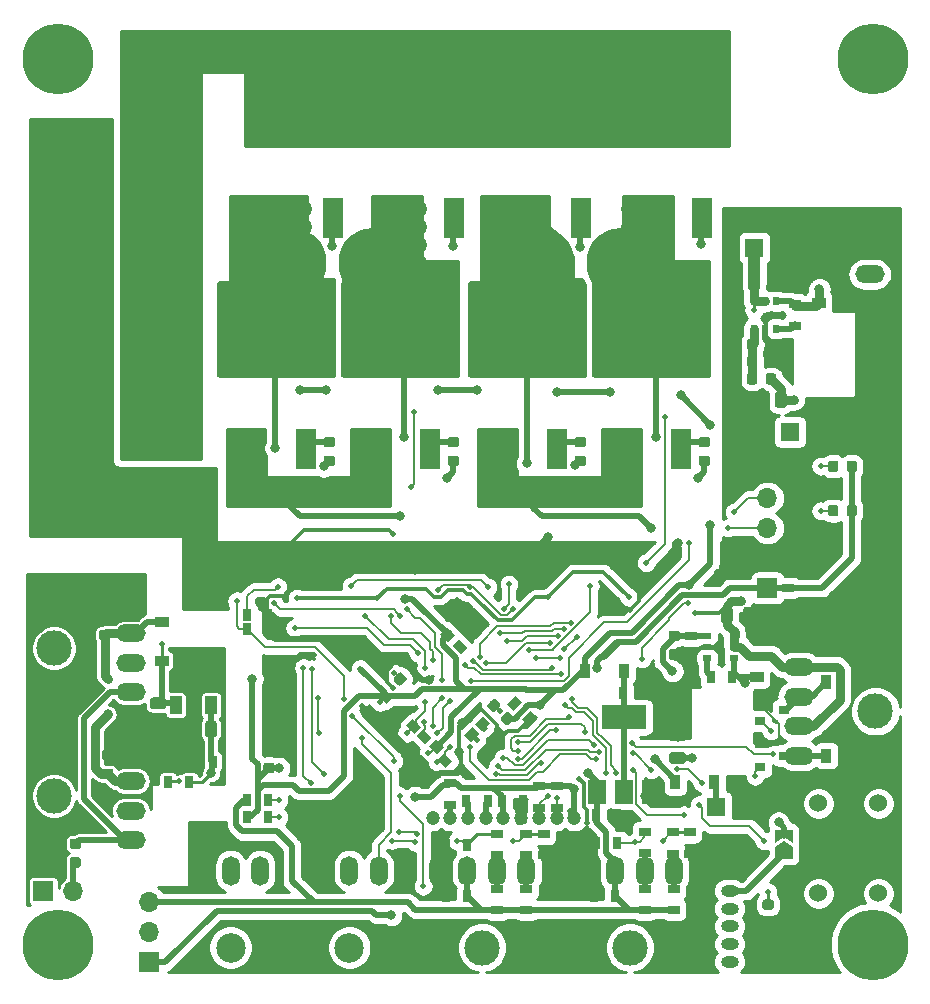
<source format=gbr>
G04 #@! TF.GenerationSoftware,KiCad,Pcbnew,(5.1.4)-1*
G04 #@! TF.CreationDate,2020-03-02T15:01:40+09:00*
G04 #@! TF.ProjectId,CAN_Current_Control_MD,43414e5f-4375-4727-9265-6e745f436f6e,rev?*
G04 #@! TF.SameCoordinates,Original*
G04 #@! TF.FileFunction,Copper,L2,Bot*
G04 #@! TF.FilePolarity,Positive*
%FSLAX46Y46*%
G04 Gerber Fmt 4.6, Leading zero omitted, Abs format (unit mm)*
G04 Created by KiCad (PCBNEW (5.1.4)-1) date 2020-03-02 15:01:40*
%MOMM*%
%LPD*%
G04 APERTURE LIST*
%ADD10C,0.100000*%
%ADD11C,0.875000*%
%ADD12R,1.000000X0.800000*%
%ADD13C,0.975000*%
%ADD14R,1.200000X0.900000*%
%ADD15R,0.900000X1.200000*%
%ADD16O,1.524000X1.000000*%
%ADD17O,2.500000X1.500000*%
%ADD18C,3.000000*%
%ADD19O,1.500000X2.500000*%
%ADD20C,2.500000*%
%ADD21C,6.000000*%
%ADD22C,0.300000*%
%ADD23R,1.700000X1.700000*%
%ADD24O,1.700000X1.700000*%
%ADD25R,1.800000X3.500000*%
%ADD26R,3.000000X3.500000*%
%ADD27R,10.000000X8.000000*%
%ADD28C,0.850000*%
%ADD29R,1.000000X1.500000*%
%ADD30R,1.000000X1.800000*%
%ADD31R,2.200000X1.840000*%
%ADD32C,1.000000*%
%ADD33C,1.524000*%
%ADD34R,3.800000X2.000000*%
%ADD35R,1.500000X2.000000*%
%ADD36R,0.700000X0.510000*%
%ADD37C,1.200000*%
%ADD38R,0.510000X0.700000*%
%ADD39C,1.600000*%
%ADD40C,1.350000*%
%ADD41R,1.600000X1.600000*%
%ADD42R,0.900000X0.800000*%
%ADD43R,0.800000X1.000000*%
%ADD44C,0.800000*%
%ADD45C,0.500000*%
%ADD46C,1.500000*%
%ADD47C,0.500000*%
%ADD48C,0.250000*%
%ADD49C,0.300000*%
%ADD50C,0.200000*%
%ADD51C,0.800000*%
%ADD52C,1.000000*%
%ADD53C,0.254000*%
G04 APERTURE END LIST*
D10*
G36*
X214902691Y-101026053D02*
G01*
X214923926Y-101029203D01*
X214944750Y-101034419D01*
X214964962Y-101041651D01*
X214984368Y-101050830D01*
X215002781Y-101061866D01*
X215020024Y-101074654D01*
X215035930Y-101089070D01*
X215050346Y-101104976D01*
X215063134Y-101122219D01*
X215074170Y-101140632D01*
X215083349Y-101160038D01*
X215090581Y-101180250D01*
X215095797Y-101201074D01*
X215098947Y-101222309D01*
X215100000Y-101243750D01*
X215100000Y-101756250D01*
X215098947Y-101777691D01*
X215095797Y-101798926D01*
X215090581Y-101819750D01*
X215083349Y-101839962D01*
X215074170Y-101859368D01*
X215063134Y-101877781D01*
X215050346Y-101895024D01*
X215035930Y-101910930D01*
X215020024Y-101925346D01*
X215002781Y-101938134D01*
X214984368Y-101949170D01*
X214964962Y-101958349D01*
X214944750Y-101965581D01*
X214923926Y-101970797D01*
X214902691Y-101973947D01*
X214881250Y-101975000D01*
X214443750Y-101975000D01*
X214422309Y-101973947D01*
X214401074Y-101970797D01*
X214380250Y-101965581D01*
X214360038Y-101958349D01*
X214340632Y-101949170D01*
X214322219Y-101938134D01*
X214304976Y-101925346D01*
X214289070Y-101910930D01*
X214274654Y-101895024D01*
X214261866Y-101877781D01*
X214250830Y-101859368D01*
X214241651Y-101839962D01*
X214234419Y-101819750D01*
X214229203Y-101798926D01*
X214226053Y-101777691D01*
X214225000Y-101756250D01*
X214225000Y-101243750D01*
X214226053Y-101222309D01*
X214229203Y-101201074D01*
X214234419Y-101180250D01*
X214241651Y-101160038D01*
X214250830Y-101140632D01*
X214261866Y-101122219D01*
X214274654Y-101104976D01*
X214289070Y-101089070D01*
X214304976Y-101074654D01*
X214322219Y-101061866D01*
X214340632Y-101050830D01*
X214360038Y-101041651D01*
X214380250Y-101034419D01*
X214401074Y-101029203D01*
X214422309Y-101026053D01*
X214443750Y-101025000D01*
X214881250Y-101025000D01*
X214902691Y-101026053D01*
X214902691Y-101026053D01*
G37*
D11*
X214662500Y-101500000D03*
D10*
G36*
X216477691Y-101026053D02*
G01*
X216498926Y-101029203D01*
X216519750Y-101034419D01*
X216539962Y-101041651D01*
X216559368Y-101050830D01*
X216577781Y-101061866D01*
X216595024Y-101074654D01*
X216610930Y-101089070D01*
X216625346Y-101104976D01*
X216638134Y-101122219D01*
X216649170Y-101140632D01*
X216658349Y-101160038D01*
X216665581Y-101180250D01*
X216670797Y-101201074D01*
X216673947Y-101222309D01*
X216675000Y-101243750D01*
X216675000Y-101756250D01*
X216673947Y-101777691D01*
X216670797Y-101798926D01*
X216665581Y-101819750D01*
X216658349Y-101839962D01*
X216649170Y-101859368D01*
X216638134Y-101877781D01*
X216625346Y-101895024D01*
X216610930Y-101910930D01*
X216595024Y-101925346D01*
X216577781Y-101938134D01*
X216559368Y-101949170D01*
X216539962Y-101958349D01*
X216519750Y-101965581D01*
X216498926Y-101970797D01*
X216477691Y-101973947D01*
X216456250Y-101975000D01*
X216018750Y-101975000D01*
X215997309Y-101973947D01*
X215976074Y-101970797D01*
X215955250Y-101965581D01*
X215935038Y-101958349D01*
X215915632Y-101949170D01*
X215897219Y-101938134D01*
X215879976Y-101925346D01*
X215864070Y-101910930D01*
X215849654Y-101895024D01*
X215836866Y-101877781D01*
X215825830Y-101859368D01*
X215816651Y-101839962D01*
X215809419Y-101819750D01*
X215804203Y-101798926D01*
X215801053Y-101777691D01*
X215800000Y-101756250D01*
X215800000Y-101243750D01*
X215801053Y-101222309D01*
X215804203Y-101201074D01*
X215809419Y-101180250D01*
X215816651Y-101160038D01*
X215825830Y-101140632D01*
X215836866Y-101122219D01*
X215849654Y-101104976D01*
X215864070Y-101089070D01*
X215879976Y-101074654D01*
X215897219Y-101061866D01*
X215915632Y-101050830D01*
X215935038Y-101041651D01*
X215955250Y-101034419D01*
X215976074Y-101029203D01*
X215997309Y-101026053D01*
X216018750Y-101025000D01*
X216456250Y-101025000D01*
X216477691Y-101026053D01*
X216477691Y-101026053D01*
G37*
D11*
X216237500Y-101500000D03*
D12*
X198700000Y-137250000D03*
X198700000Y-139050000D03*
D10*
G36*
X157980142Y-122951174D02*
G01*
X158003803Y-122954684D01*
X158027007Y-122960496D01*
X158049529Y-122968554D01*
X158071153Y-122978782D01*
X158091670Y-122991079D01*
X158110883Y-123005329D01*
X158128607Y-123021393D01*
X158144671Y-123039117D01*
X158158921Y-123058330D01*
X158171218Y-123078847D01*
X158181446Y-123100471D01*
X158189504Y-123122993D01*
X158195316Y-123146197D01*
X158198826Y-123169858D01*
X158200000Y-123193750D01*
X158200000Y-123681250D01*
X158198826Y-123705142D01*
X158195316Y-123728803D01*
X158189504Y-123752007D01*
X158181446Y-123774529D01*
X158171218Y-123796153D01*
X158158921Y-123816670D01*
X158144671Y-123835883D01*
X158128607Y-123853607D01*
X158110883Y-123869671D01*
X158091670Y-123883921D01*
X158071153Y-123896218D01*
X158049529Y-123906446D01*
X158027007Y-123914504D01*
X158003803Y-123920316D01*
X157980142Y-123923826D01*
X157956250Y-123925000D01*
X157043750Y-123925000D01*
X157019858Y-123923826D01*
X156996197Y-123920316D01*
X156972993Y-123914504D01*
X156950471Y-123906446D01*
X156928847Y-123896218D01*
X156908330Y-123883921D01*
X156889117Y-123869671D01*
X156871393Y-123853607D01*
X156855329Y-123835883D01*
X156841079Y-123816670D01*
X156828782Y-123796153D01*
X156818554Y-123774529D01*
X156810496Y-123752007D01*
X156804684Y-123728803D01*
X156801174Y-123705142D01*
X156800000Y-123681250D01*
X156800000Y-123193750D01*
X156801174Y-123169858D01*
X156804684Y-123146197D01*
X156810496Y-123122993D01*
X156818554Y-123100471D01*
X156828782Y-123078847D01*
X156841079Y-123058330D01*
X156855329Y-123039117D01*
X156871393Y-123021393D01*
X156889117Y-123005329D01*
X156908330Y-122991079D01*
X156928847Y-122978782D01*
X156950471Y-122968554D01*
X156972993Y-122960496D01*
X156996197Y-122954684D01*
X157019858Y-122951174D01*
X157043750Y-122950000D01*
X157956250Y-122950000D01*
X157980142Y-122951174D01*
X157980142Y-122951174D01*
G37*
D13*
X157500000Y-123437500D03*
D10*
G36*
X157980142Y-121076174D02*
G01*
X158003803Y-121079684D01*
X158027007Y-121085496D01*
X158049529Y-121093554D01*
X158071153Y-121103782D01*
X158091670Y-121116079D01*
X158110883Y-121130329D01*
X158128607Y-121146393D01*
X158144671Y-121164117D01*
X158158921Y-121183330D01*
X158171218Y-121203847D01*
X158181446Y-121225471D01*
X158189504Y-121247993D01*
X158195316Y-121271197D01*
X158198826Y-121294858D01*
X158200000Y-121318750D01*
X158200000Y-121806250D01*
X158198826Y-121830142D01*
X158195316Y-121853803D01*
X158189504Y-121877007D01*
X158181446Y-121899529D01*
X158171218Y-121921153D01*
X158158921Y-121941670D01*
X158144671Y-121960883D01*
X158128607Y-121978607D01*
X158110883Y-121994671D01*
X158091670Y-122008921D01*
X158071153Y-122021218D01*
X158049529Y-122031446D01*
X158027007Y-122039504D01*
X158003803Y-122045316D01*
X157980142Y-122048826D01*
X157956250Y-122050000D01*
X157043750Y-122050000D01*
X157019858Y-122048826D01*
X156996197Y-122045316D01*
X156972993Y-122039504D01*
X156950471Y-122031446D01*
X156928847Y-122021218D01*
X156908330Y-122008921D01*
X156889117Y-121994671D01*
X156871393Y-121978607D01*
X156855329Y-121960883D01*
X156841079Y-121941670D01*
X156828782Y-121921153D01*
X156818554Y-121899529D01*
X156810496Y-121877007D01*
X156804684Y-121853803D01*
X156801174Y-121830142D01*
X156800000Y-121806250D01*
X156800000Y-121318750D01*
X156801174Y-121294858D01*
X156804684Y-121271197D01*
X156810496Y-121247993D01*
X156818554Y-121225471D01*
X156828782Y-121203847D01*
X156841079Y-121183330D01*
X156855329Y-121164117D01*
X156871393Y-121146393D01*
X156889117Y-121130329D01*
X156908330Y-121116079D01*
X156928847Y-121103782D01*
X156950471Y-121093554D01*
X156972993Y-121085496D01*
X156996197Y-121079684D01*
X157019858Y-121076174D01*
X157043750Y-121075000D01*
X157956250Y-121075000D01*
X157980142Y-121076174D01*
X157980142Y-121076174D01*
G37*
D13*
X157500000Y-121562500D03*
D10*
G36*
X162255142Y-123051174D02*
G01*
X162278803Y-123054684D01*
X162302007Y-123060496D01*
X162324529Y-123068554D01*
X162346153Y-123078782D01*
X162366670Y-123091079D01*
X162385883Y-123105329D01*
X162403607Y-123121393D01*
X162419671Y-123139117D01*
X162433921Y-123158330D01*
X162446218Y-123178847D01*
X162456446Y-123200471D01*
X162464504Y-123222993D01*
X162470316Y-123246197D01*
X162473826Y-123269858D01*
X162475000Y-123293750D01*
X162475000Y-124206250D01*
X162473826Y-124230142D01*
X162470316Y-124253803D01*
X162464504Y-124277007D01*
X162456446Y-124299529D01*
X162446218Y-124321153D01*
X162433921Y-124341670D01*
X162419671Y-124360883D01*
X162403607Y-124378607D01*
X162385883Y-124394671D01*
X162366670Y-124408921D01*
X162346153Y-124421218D01*
X162324529Y-124431446D01*
X162302007Y-124439504D01*
X162278803Y-124445316D01*
X162255142Y-124448826D01*
X162231250Y-124450000D01*
X161743750Y-124450000D01*
X161719858Y-124448826D01*
X161696197Y-124445316D01*
X161672993Y-124439504D01*
X161650471Y-124431446D01*
X161628847Y-124421218D01*
X161608330Y-124408921D01*
X161589117Y-124394671D01*
X161571393Y-124378607D01*
X161555329Y-124360883D01*
X161541079Y-124341670D01*
X161528782Y-124321153D01*
X161518554Y-124299529D01*
X161510496Y-124277007D01*
X161504684Y-124253803D01*
X161501174Y-124230142D01*
X161500000Y-124206250D01*
X161500000Y-123293750D01*
X161501174Y-123269858D01*
X161504684Y-123246197D01*
X161510496Y-123222993D01*
X161518554Y-123200471D01*
X161528782Y-123178847D01*
X161541079Y-123158330D01*
X161555329Y-123139117D01*
X161571393Y-123121393D01*
X161589117Y-123105329D01*
X161608330Y-123091079D01*
X161628847Y-123078782D01*
X161650471Y-123068554D01*
X161672993Y-123060496D01*
X161696197Y-123054684D01*
X161719858Y-123051174D01*
X161743750Y-123050000D01*
X162231250Y-123050000D01*
X162255142Y-123051174D01*
X162255142Y-123051174D01*
G37*
D13*
X161987500Y-123750000D03*
D10*
G36*
X160380142Y-123051174D02*
G01*
X160403803Y-123054684D01*
X160427007Y-123060496D01*
X160449529Y-123068554D01*
X160471153Y-123078782D01*
X160491670Y-123091079D01*
X160510883Y-123105329D01*
X160528607Y-123121393D01*
X160544671Y-123139117D01*
X160558921Y-123158330D01*
X160571218Y-123178847D01*
X160581446Y-123200471D01*
X160589504Y-123222993D01*
X160595316Y-123246197D01*
X160598826Y-123269858D01*
X160600000Y-123293750D01*
X160600000Y-124206250D01*
X160598826Y-124230142D01*
X160595316Y-124253803D01*
X160589504Y-124277007D01*
X160581446Y-124299529D01*
X160571218Y-124321153D01*
X160558921Y-124341670D01*
X160544671Y-124360883D01*
X160528607Y-124378607D01*
X160510883Y-124394671D01*
X160491670Y-124408921D01*
X160471153Y-124421218D01*
X160449529Y-124431446D01*
X160427007Y-124439504D01*
X160403803Y-124445316D01*
X160380142Y-124448826D01*
X160356250Y-124450000D01*
X159868750Y-124450000D01*
X159844858Y-124448826D01*
X159821197Y-124445316D01*
X159797993Y-124439504D01*
X159775471Y-124431446D01*
X159753847Y-124421218D01*
X159733330Y-124408921D01*
X159714117Y-124394671D01*
X159696393Y-124378607D01*
X159680329Y-124360883D01*
X159666079Y-124341670D01*
X159653782Y-124321153D01*
X159643554Y-124299529D01*
X159635496Y-124277007D01*
X159629684Y-124253803D01*
X159626174Y-124230142D01*
X159625000Y-124206250D01*
X159625000Y-123293750D01*
X159626174Y-123269858D01*
X159629684Y-123246197D01*
X159635496Y-123222993D01*
X159643554Y-123200471D01*
X159653782Y-123178847D01*
X159666079Y-123158330D01*
X159680329Y-123139117D01*
X159696393Y-123121393D01*
X159714117Y-123105329D01*
X159733330Y-123091079D01*
X159753847Y-123078782D01*
X159775471Y-123068554D01*
X159797993Y-123060496D01*
X159821197Y-123054684D01*
X159844858Y-123051174D01*
X159868750Y-123050000D01*
X160356250Y-123050000D01*
X160380142Y-123051174D01*
X160380142Y-123051174D01*
G37*
D13*
X160112500Y-123750000D03*
D10*
G36*
X167177691Y-126601053D02*
G01*
X167198926Y-126604203D01*
X167219750Y-126609419D01*
X167239962Y-126616651D01*
X167259368Y-126625830D01*
X167277781Y-126636866D01*
X167295024Y-126649654D01*
X167310930Y-126664070D01*
X167325346Y-126679976D01*
X167338134Y-126697219D01*
X167349170Y-126715632D01*
X167358349Y-126735038D01*
X167365581Y-126755250D01*
X167370797Y-126776074D01*
X167373947Y-126797309D01*
X167375000Y-126818750D01*
X167375000Y-127256250D01*
X167373947Y-127277691D01*
X167370797Y-127298926D01*
X167365581Y-127319750D01*
X167358349Y-127339962D01*
X167349170Y-127359368D01*
X167338134Y-127377781D01*
X167325346Y-127395024D01*
X167310930Y-127410930D01*
X167295024Y-127425346D01*
X167277781Y-127438134D01*
X167259368Y-127449170D01*
X167239962Y-127458349D01*
X167219750Y-127465581D01*
X167198926Y-127470797D01*
X167177691Y-127473947D01*
X167156250Y-127475000D01*
X166643750Y-127475000D01*
X166622309Y-127473947D01*
X166601074Y-127470797D01*
X166580250Y-127465581D01*
X166560038Y-127458349D01*
X166540632Y-127449170D01*
X166522219Y-127438134D01*
X166504976Y-127425346D01*
X166489070Y-127410930D01*
X166474654Y-127395024D01*
X166461866Y-127377781D01*
X166450830Y-127359368D01*
X166441651Y-127339962D01*
X166434419Y-127319750D01*
X166429203Y-127298926D01*
X166426053Y-127277691D01*
X166425000Y-127256250D01*
X166425000Y-126818750D01*
X166426053Y-126797309D01*
X166429203Y-126776074D01*
X166434419Y-126755250D01*
X166441651Y-126735038D01*
X166450830Y-126715632D01*
X166461866Y-126697219D01*
X166474654Y-126679976D01*
X166489070Y-126664070D01*
X166504976Y-126649654D01*
X166522219Y-126636866D01*
X166540632Y-126625830D01*
X166560038Y-126616651D01*
X166580250Y-126609419D01*
X166601074Y-126604203D01*
X166622309Y-126601053D01*
X166643750Y-126600000D01*
X167156250Y-126600000D01*
X167177691Y-126601053D01*
X167177691Y-126601053D01*
G37*
D11*
X166900000Y-127037500D03*
D10*
G36*
X167177691Y-125026053D02*
G01*
X167198926Y-125029203D01*
X167219750Y-125034419D01*
X167239962Y-125041651D01*
X167259368Y-125050830D01*
X167277781Y-125061866D01*
X167295024Y-125074654D01*
X167310930Y-125089070D01*
X167325346Y-125104976D01*
X167338134Y-125122219D01*
X167349170Y-125140632D01*
X167358349Y-125160038D01*
X167365581Y-125180250D01*
X167370797Y-125201074D01*
X167373947Y-125222309D01*
X167375000Y-125243750D01*
X167375000Y-125681250D01*
X167373947Y-125702691D01*
X167370797Y-125723926D01*
X167365581Y-125744750D01*
X167358349Y-125764962D01*
X167349170Y-125784368D01*
X167338134Y-125802781D01*
X167325346Y-125820024D01*
X167310930Y-125835930D01*
X167295024Y-125850346D01*
X167277781Y-125863134D01*
X167259368Y-125874170D01*
X167239962Y-125883349D01*
X167219750Y-125890581D01*
X167198926Y-125895797D01*
X167177691Y-125898947D01*
X167156250Y-125900000D01*
X166643750Y-125900000D01*
X166622309Y-125898947D01*
X166601074Y-125895797D01*
X166580250Y-125890581D01*
X166560038Y-125883349D01*
X166540632Y-125874170D01*
X166522219Y-125863134D01*
X166504976Y-125850346D01*
X166489070Y-125835930D01*
X166474654Y-125820024D01*
X166461866Y-125802781D01*
X166450830Y-125784368D01*
X166441651Y-125764962D01*
X166434419Y-125744750D01*
X166429203Y-125723926D01*
X166426053Y-125702691D01*
X166425000Y-125681250D01*
X166425000Y-125243750D01*
X166426053Y-125222309D01*
X166429203Y-125201074D01*
X166434419Y-125180250D01*
X166441651Y-125160038D01*
X166450830Y-125140632D01*
X166461866Y-125122219D01*
X166474654Y-125104976D01*
X166489070Y-125089070D01*
X166504976Y-125074654D01*
X166522219Y-125061866D01*
X166540632Y-125050830D01*
X166560038Y-125041651D01*
X166580250Y-125034419D01*
X166601074Y-125029203D01*
X166622309Y-125026053D01*
X166643750Y-125025000D01*
X167156250Y-125025000D01*
X167177691Y-125026053D01*
X167177691Y-125026053D01*
G37*
D11*
X166900000Y-125462500D03*
D10*
G36*
X153527691Y-127101053D02*
G01*
X153548926Y-127104203D01*
X153569750Y-127109419D01*
X153589962Y-127116651D01*
X153609368Y-127125830D01*
X153627781Y-127136866D01*
X153645024Y-127149654D01*
X153660930Y-127164070D01*
X153675346Y-127179976D01*
X153688134Y-127197219D01*
X153699170Y-127215632D01*
X153708349Y-127235038D01*
X153715581Y-127255250D01*
X153720797Y-127276074D01*
X153723947Y-127297309D01*
X153725000Y-127318750D01*
X153725000Y-127756250D01*
X153723947Y-127777691D01*
X153720797Y-127798926D01*
X153715581Y-127819750D01*
X153708349Y-127839962D01*
X153699170Y-127859368D01*
X153688134Y-127877781D01*
X153675346Y-127895024D01*
X153660930Y-127910930D01*
X153645024Y-127925346D01*
X153627781Y-127938134D01*
X153609368Y-127949170D01*
X153589962Y-127958349D01*
X153569750Y-127965581D01*
X153548926Y-127970797D01*
X153527691Y-127973947D01*
X153506250Y-127975000D01*
X152993750Y-127975000D01*
X152972309Y-127973947D01*
X152951074Y-127970797D01*
X152930250Y-127965581D01*
X152910038Y-127958349D01*
X152890632Y-127949170D01*
X152872219Y-127938134D01*
X152854976Y-127925346D01*
X152839070Y-127910930D01*
X152824654Y-127895024D01*
X152811866Y-127877781D01*
X152800830Y-127859368D01*
X152791651Y-127839962D01*
X152784419Y-127819750D01*
X152779203Y-127798926D01*
X152776053Y-127777691D01*
X152775000Y-127756250D01*
X152775000Y-127318750D01*
X152776053Y-127297309D01*
X152779203Y-127276074D01*
X152784419Y-127255250D01*
X152791651Y-127235038D01*
X152800830Y-127215632D01*
X152811866Y-127197219D01*
X152824654Y-127179976D01*
X152839070Y-127164070D01*
X152854976Y-127149654D01*
X152872219Y-127136866D01*
X152890632Y-127125830D01*
X152910038Y-127116651D01*
X152930250Y-127109419D01*
X152951074Y-127104203D01*
X152972309Y-127101053D01*
X152993750Y-127100000D01*
X153506250Y-127100000D01*
X153527691Y-127101053D01*
X153527691Y-127101053D01*
G37*
D11*
X153250000Y-127537500D03*
D10*
G36*
X153527691Y-125526053D02*
G01*
X153548926Y-125529203D01*
X153569750Y-125534419D01*
X153589962Y-125541651D01*
X153609368Y-125550830D01*
X153627781Y-125561866D01*
X153645024Y-125574654D01*
X153660930Y-125589070D01*
X153675346Y-125604976D01*
X153688134Y-125622219D01*
X153699170Y-125640632D01*
X153708349Y-125660038D01*
X153715581Y-125680250D01*
X153720797Y-125701074D01*
X153723947Y-125722309D01*
X153725000Y-125743750D01*
X153725000Y-126181250D01*
X153723947Y-126202691D01*
X153720797Y-126223926D01*
X153715581Y-126244750D01*
X153708349Y-126264962D01*
X153699170Y-126284368D01*
X153688134Y-126302781D01*
X153675346Y-126320024D01*
X153660930Y-126335930D01*
X153645024Y-126350346D01*
X153627781Y-126363134D01*
X153609368Y-126374170D01*
X153589962Y-126383349D01*
X153569750Y-126390581D01*
X153548926Y-126395797D01*
X153527691Y-126398947D01*
X153506250Y-126400000D01*
X152993750Y-126400000D01*
X152972309Y-126398947D01*
X152951074Y-126395797D01*
X152930250Y-126390581D01*
X152910038Y-126383349D01*
X152890632Y-126374170D01*
X152872219Y-126363134D01*
X152854976Y-126350346D01*
X152839070Y-126335930D01*
X152824654Y-126320024D01*
X152811866Y-126302781D01*
X152800830Y-126284368D01*
X152791651Y-126264962D01*
X152784419Y-126244750D01*
X152779203Y-126223926D01*
X152776053Y-126202691D01*
X152775000Y-126181250D01*
X152775000Y-125743750D01*
X152776053Y-125722309D01*
X152779203Y-125701074D01*
X152784419Y-125680250D01*
X152791651Y-125660038D01*
X152800830Y-125640632D01*
X152811866Y-125622219D01*
X152824654Y-125604976D01*
X152839070Y-125589070D01*
X152854976Y-125574654D01*
X152872219Y-125561866D01*
X152890632Y-125550830D01*
X152910038Y-125541651D01*
X152930250Y-125534419D01*
X152951074Y-125529203D01*
X152972309Y-125526053D01*
X152993750Y-125525000D01*
X153506250Y-125525000D01*
X153527691Y-125526053D01*
X153527691Y-125526053D01*
G37*
D11*
X153250000Y-125962500D03*
D10*
G36*
X153277691Y-113776053D02*
G01*
X153298926Y-113779203D01*
X153319750Y-113784419D01*
X153339962Y-113791651D01*
X153359368Y-113800830D01*
X153377781Y-113811866D01*
X153395024Y-113824654D01*
X153410930Y-113839070D01*
X153425346Y-113854976D01*
X153438134Y-113872219D01*
X153449170Y-113890632D01*
X153458349Y-113910038D01*
X153465581Y-113930250D01*
X153470797Y-113951074D01*
X153473947Y-113972309D01*
X153475000Y-113993750D01*
X153475000Y-114431250D01*
X153473947Y-114452691D01*
X153470797Y-114473926D01*
X153465581Y-114494750D01*
X153458349Y-114514962D01*
X153449170Y-114534368D01*
X153438134Y-114552781D01*
X153425346Y-114570024D01*
X153410930Y-114585930D01*
X153395024Y-114600346D01*
X153377781Y-114613134D01*
X153359368Y-114624170D01*
X153339962Y-114633349D01*
X153319750Y-114640581D01*
X153298926Y-114645797D01*
X153277691Y-114648947D01*
X153256250Y-114650000D01*
X152743750Y-114650000D01*
X152722309Y-114648947D01*
X152701074Y-114645797D01*
X152680250Y-114640581D01*
X152660038Y-114633349D01*
X152640632Y-114624170D01*
X152622219Y-114613134D01*
X152604976Y-114600346D01*
X152589070Y-114585930D01*
X152574654Y-114570024D01*
X152561866Y-114552781D01*
X152550830Y-114534368D01*
X152541651Y-114514962D01*
X152534419Y-114494750D01*
X152529203Y-114473926D01*
X152526053Y-114452691D01*
X152525000Y-114431250D01*
X152525000Y-113993750D01*
X152526053Y-113972309D01*
X152529203Y-113951074D01*
X152534419Y-113930250D01*
X152541651Y-113910038D01*
X152550830Y-113890632D01*
X152561866Y-113872219D01*
X152574654Y-113854976D01*
X152589070Y-113839070D01*
X152604976Y-113824654D01*
X152622219Y-113811866D01*
X152640632Y-113800830D01*
X152660038Y-113791651D01*
X152680250Y-113784419D01*
X152701074Y-113779203D01*
X152722309Y-113776053D01*
X152743750Y-113775000D01*
X153256250Y-113775000D01*
X153277691Y-113776053D01*
X153277691Y-113776053D01*
G37*
D11*
X153000000Y-114212500D03*
D10*
G36*
X153277691Y-115351053D02*
G01*
X153298926Y-115354203D01*
X153319750Y-115359419D01*
X153339962Y-115366651D01*
X153359368Y-115375830D01*
X153377781Y-115386866D01*
X153395024Y-115399654D01*
X153410930Y-115414070D01*
X153425346Y-115429976D01*
X153438134Y-115447219D01*
X153449170Y-115465632D01*
X153458349Y-115485038D01*
X153465581Y-115505250D01*
X153470797Y-115526074D01*
X153473947Y-115547309D01*
X153475000Y-115568750D01*
X153475000Y-116006250D01*
X153473947Y-116027691D01*
X153470797Y-116048926D01*
X153465581Y-116069750D01*
X153458349Y-116089962D01*
X153449170Y-116109368D01*
X153438134Y-116127781D01*
X153425346Y-116145024D01*
X153410930Y-116160930D01*
X153395024Y-116175346D01*
X153377781Y-116188134D01*
X153359368Y-116199170D01*
X153339962Y-116208349D01*
X153319750Y-116215581D01*
X153298926Y-116220797D01*
X153277691Y-116223947D01*
X153256250Y-116225000D01*
X152743750Y-116225000D01*
X152722309Y-116223947D01*
X152701074Y-116220797D01*
X152680250Y-116215581D01*
X152660038Y-116208349D01*
X152640632Y-116199170D01*
X152622219Y-116188134D01*
X152604976Y-116175346D01*
X152589070Y-116160930D01*
X152574654Y-116145024D01*
X152561866Y-116127781D01*
X152550830Y-116109368D01*
X152541651Y-116089962D01*
X152534419Y-116069750D01*
X152529203Y-116048926D01*
X152526053Y-116027691D01*
X152525000Y-116006250D01*
X152525000Y-115568750D01*
X152526053Y-115547309D01*
X152529203Y-115526074D01*
X152534419Y-115505250D01*
X152541651Y-115485038D01*
X152550830Y-115465632D01*
X152561866Y-115447219D01*
X152574654Y-115429976D01*
X152589070Y-115414070D01*
X152604976Y-115399654D01*
X152622219Y-115386866D01*
X152640632Y-115375830D01*
X152660038Y-115366651D01*
X152680250Y-115359419D01*
X152701074Y-115354203D01*
X152722309Y-115351053D01*
X152743750Y-115350000D01*
X153256250Y-115350000D01*
X153277691Y-115351053D01*
X153277691Y-115351053D01*
G37*
D11*
X153000000Y-115787500D03*
D10*
G36*
X205930142Y-113401174D02*
G01*
X205953803Y-113404684D01*
X205977007Y-113410496D01*
X205999529Y-113418554D01*
X206021153Y-113428782D01*
X206041670Y-113441079D01*
X206060883Y-113455329D01*
X206078607Y-113471393D01*
X206094671Y-113489117D01*
X206108921Y-113508330D01*
X206121218Y-113528847D01*
X206131446Y-113550471D01*
X206139504Y-113572993D01*
X206145316Y-113596197D01*
X206148826Y-113619858D01*
X206150000Y-113643750D01*
X206150000Y-114556250D01*
X206148826Y-114580142D01*
X206145316Y-114603803D01*
X206139504Y-114627007D01*
X206131446Y-114649529D01*
X206121218Y-114671153D01*
X206108921Y-114691670D01*
X206094671Y-114710883D01*
X206078607Y-114728607D01*
X206060883Y-114744671D01*
X206041670Y-114758921D01*
X206021153Y-114771218D01*
X205999529Y-114781446D01*
X205977007Y-114789504D01*
X205953803Y-114795316D01*
X205930142Y-114798826D01*
X205906250Y-114800000D01*
X205418750Y-114800000D01*
X205394858Y-114798826D01*
X205371197Y-114795316D01*
X205347993Y-114789504D01*
X205325471Y-114781446D01*
X205303847Y-114771218D01*
X205283330Y-114758921D01*
X205264117Y-114744671D01*
X205246393Y-114728607D01*
X205230329Y-114710883D01*
X205216079Y-114691670D01*
X205203782Y-114671153D01*
X205193554Y-114649529D01*
X205185496Y-114627007D01*
X205179684Y-114603803D01*
X205176174Y-114580142D01*
X205175000Y-114556250D01*
X205175000Y-113643750D01*
X205176174Y-113619858D01*
X205179684Y-113596197D01*
X205185496Y-113572993D01*
X205193554Y-113550471D01*
X205203782Y-113528847D01*
X205216079Y-113508330D01*
X205230329Y-113489117D01*
X205246393Y-113471393D01*
X205264117Y-113455329D01*
X205283330Y-113441079D01*
X205303847Y-113428782D01*
X205325471Y-113418554D01*
X205347993Y-113410496D01*
X205371197Y-113404684D01*
X205394858Y-113401174D01*
X205418750Y-113400000D01*
X205906250Y-113400000D01*
X205930142Y-113401174D01*
X205930142Y-113401174D01*
G37*
D13*
X205662500Y-114100000D03*
D10*
G36*
X207805142Y-113401174D02*
G01*
X207828803Y-113404684D01*
X207852007Y-113410496D01*
X207874529Y-113418554D01*
X207896153Y-113428782D01*
X207916670Y-113441079D01*
X207935883Y-113455329D01*
X207953607Y-113471393D01*
X207969671Y-113489117D01*
X207983921Y-113508330D01*
X207996218Y-113528847D01*
X208006446Y-113550471D01*
X208014504Y-113572993D01*
X208020316Y-113596197D01*
X208023826Y-113619858D01*
X208025000Y-113643750D01*
X208025000Y-114556250D01*
X208023826Y-114580142D01*
X208020316Y-114603803D01*
X208014504Y-114627007D01*
X208006446Y-114649529D01*
X207996218Y-114671153D01*
X207983921Y-114691670D01*
X207969671Y-114710883D01*
X207953607Y-114728607D01*
X207935883Y-114744671D01*
X207916670Y-114758921D01*
X207896153Y-114771218D01*
X207874529Y-114781446D01*
X207852007Y-114789504D01*
X207828803Y-114795316D01*
X207805142Y-114798826D01*
X207781250Y-114800000D01*
X207293750Y-114800000D01*
X207269858Y-114798826D01*
X207246197Y-114795316D01*
X207222993Y-114789504D01*
X207200471Y-114781446D01*
X207178847Y-114771218D01*
X207158330Y-114758921D01*
X207139117Y-114744671D01*
X207121393Y-114728607D01*
X207105329Y-114710883D01*
X207091079Y-114691670D01*
X207078782Y-114671153D01*
X207068554Y-114649529D01*
X207060496Y-114627007D01*
X207054684Y-114603803D01*
X207051174Y-114580142D01*
X207050000Y-114556250D01*
X207050000Y-113643750D01*
X207051174Y-113619858D01*
X207054684Y-113596197D01*
X207060496Y-113572993D01*
X207068554Y-113550471D01*
X207078782Y-113528847D01*
X207091079Y-113508330D01*
X207105329Y-113489117D01*
X207121393Y-113471393D01*
X207139117Y-113455329D01*
X207158330Y-113441079D01*
X207178847Y-113428782D01*
X207200471Y-113418554D01*
X207222993Y-113410496D01*
X207246197Y-113404684D01*
X207269858Y-113401174D01*
X207293750Y-113400000D01*
X207781250Y-113400000D01*
X207805142Y-113401174D01*
X207805142Y-113401174D01*
G37*
D13*
X207537500Y-114100000D03*
D10*
G36*
X201980142Y-123826174D02*
G01*
X202003803Y-123829684D01*
X202027007Y-123835496D01*
X202049529Y-123843554D01*
X202071153Y-123853782D01*
X202091670Y-123866079D01*
X202110883Y-123880329D01*
X202128607Y-123896393D01*
X202144671Y-123914117D01*
X202158921Y-123933330D01*
X202171218Y-123953847D01*
X202181446Y-123975471D01*
X202189504Y-123997993D01*
X202195316Y-124021197D01*
X202198826Y-124044858D01*
X202200000Y-124068750D01*
X202200000Y-124556250D01*
X202198826Y-124580142D01*
X202195316Y-124603803D01*
X202189504Y-124627007D01*
X202181446Y-124649529D01*
X202171218Y-124671153D01*
X202158921Y-124691670D01*
X202144671Y-124710883D01*
X202128607Y-124728607D01*
X202110883Y-124744671D01*
X202091670Y-124758921D01*
X202071153Y-124771218D01*
X202049529Y-124781446D01*
X202027007Y-124789504D01*
X202003803Y-124795316D01*
X201980142Y-124798826D01*
X201956250Y-124800000D01*
X201043750Y-124800000D01*
X201019858Y-124798826D01*
X200996197Y-124795316D01*
X200972993Y-124789504D01*
X200950471Y-124781446D01*
X200928847Y-124771218D01*
X200908330Y-124758921D01*
X200889117Y-124744671D01*
X200871393Y-124728607D01*
X200855329Y-124710883D01*
X200841079Y-124691670D01*
X200828782Y-124671153D01*
X200818554Y-124649529D01*
X200810496Y-124627007D01*
X200804684Y-124603803D01*
X200801174Y-124580142D01*
X200800000Y-124556250D01*
X200800000Y-124068750D01*
X200801174Y-124044858D01*
X200804684Y-124021197D01*
X200810496Y-123997993D01*
X200818554Y-123975471D01*
X200828782Y-123953847D01*
X200841079Y-123933330D01*
X200855329Y-123914117D01*
X200871393Y-123896393D01*
X200889117Y-123880329D01*
X200908330Y-123866079D01*
X200928847Y-123853782D01*
X200950471Y-123843554D01*
X200972993Y-123835496D01*
X200996197Y-123829684D01*
X201019858Y-123826174D01*
X201043750Y-123825000D01*
X201956250Y-123825000D01*
X201980142Y-123826174D01*
X201980142Y-123826174D01*
G37*
D13*
X201500000Y-124312500D03*
D10*
G36*
X201980142Y-125701174D02*
G01*
X202003803Y-125704684D01*
X202027007Y-125710496D01*
X202049529Y-125718554D01*
X202071153Y-125728782D01*
X202091670Y-125741079D01*
X202110883Y-125755329D01*
X202128607Y-125771393D01*
X202144671Y-125789117D01*
X202158921Y-125808330D01*
X202171218Y-125828847D01*
X202181446Y-125850471D01*
X202189504Y-125872993D01*
X202195316Y-125896197D01*
X202198826Y-125919858D01*
X202200000Y-125943750D01*
X202200000Y-126431250D01*
X202198826Y-126455142D01*
X202195316Y-126478803D01*
X202189504Y-126502007D01*
X202181446Y-126524529D01*
X202171218Y-126546153D01*
X202158921Y-126566670D01*
X202144671Y-126585883D01*
X202128607Y-126603607D01*
X202110883Y-126619671D01*
X202091670Y-126633921D01*
X202071153Y-126646218D01*
X202049529Y-126656446D01*
X202027007Y-126664504D01*
X202003803Y-126670316D01*
X201980142Y-126673826D01*
X201956250Y-126675000D01*
X201043750Y-126675000D01*
X201019858Y-126673826D01*
X200996197Y-126670316D01*
X200972993Y-126664504D01*
X200950471Y-126656446D01*
X200928847Y-126646218D01*
X200908330Y-126633921D01*
X200889117Y-126619671D01*
X200871393Y-126603607D01*
X200855329Y-126585883D01*
X200841079Y-126566670D01*
X200828782Y-126546153D01*
X200818554Y-126524529D01*
X200810496Y-126502007D01*
X200804684Y-126478803D01*
X200801174Y-126455142D01*
X200800000Y-126431250D01*
X200800000Y-125943750D01*
X200801174Y-125919858D01*
X200804684Y-125896197D01*
X200810496Y-125872993D01*
X200818554Y-125850471D01*
X200828782Y-125828847D01*
X200841079Y-125808330D01*
X200855329Y-125789117D01*
X200871393Y-125771393D01*
X200889117Y-125755329D01*
X200908330Y-125741079D01*
X200928847Y-125728782D01*
X200950471Y-125718554D01*
X200972993Y-125710496D01*
X200996197Y-125704684D01*
X201019858Y-125701174D01*
X201043750Y-125700000D01*
X201956250Y-125700000D01*
X201980142Y-125701174D01*
X201980142Y-125701174D01*
G37*
D13*
X201500000Y-126187500D03*
D10*
G36*
X208052691Y-92176053D02*
G01*
X208073926Y-92179203D01*
X208094750Y-92184419D01*
X208114962Y-92191651D01*
X208134368Y-92200830D01*
X208152781Y-92211866D01*
X208170024Y-92224654D01*
X208185930Y-92239070D01*
X208200346Y-92254976D01*
X208213134Y-92272219D01*
X208224170Y-92290632D01*
X208233349Y-92310038D01*
X208240581Y-92330250D01*
X208245797Y-92351074D01*
X208248947Y-92372309D01*
X208250000Y-92393750D01*
X208250000Y-92906250D01*
X208248947Y-92927691D01*
X208245797Y-92948926D01*
X208240581Y-92969750D01*
X208233349Y-92989962D01*
X208224170Y-93009368D01*
X208213134Y-93027781D01*
X208200346Y-93045024D01*
X208185930Y-93060930D01*
X208170024Y-93075346D01*
X208152781Y-93088134D01*
X208134368Y-93099170D01*
X208114962Y-93108349D01*
X208094750Y-93115581D01*
X208073926Y-93120797D01*
X208052691Y-93123947D01*
X208031250Y-93125000D01*
X207593750Y-93125000D01*
X207572309Y-93123947D01*
X207551074Y-93120797D01*
X207530250Y-93115581D01*
X207510038Y-93108349D01*
X207490632Y-93099170D01*
X207472219Y-93088134D01*
X207454976Y-93075346D01*
X207439070Y-93060930D01*
X207424654Y-93045024D01*
X207411866Y-93027781D01*
X207400830Y-93009368D01*
X207391651Y-92989962D01*
X207384419Y-92969750D01*
X207379203Y-92948926D01*
X207376053Y-92927691D01*
X207375000Y-92906250D01*
X207375000Y-92393750D01*
X207376053Y-92372309D01*
X207379203Y-92351074D01*
X207384419Y-92330250D01*
X207391651Y-92310038D01*
X207400830Y-92290632D01*
X207411866Y-92272219D01*
X207424654Y-92254976D01*
X207439070Y-92239070D01*
X207454976Y-92224654D01*
X207472219Y-92211866D01*
X207490632Y-92200830D01*
X207510038Y-92191651D01*
X207530250Y-92184419D01*
X207551074Y-92179203D01*
X207572309Y-92176053D01*
X207593750Y-92175000D01*
X208031250Y-92175000D01*
X208052691Y-92176053D01*
X208052691Y-92176053D01*
G37*
D11*
X207812500Y-92650000D03*
D10*
G36*
X209627691Y-92176053D02*
G01*
X209648926Y-92179203D01*
X209669750Y-92184419D01*
X209689962Y-92191651D01*
X209709368Y-92200830D01*
X209727781Y-92211866D01*
X209745024Y-92224654D01*
X209760930Y-92239070D01*
X209775346Y-92254976D01*
X209788134Y-92272219D01*
X209799170Y-92290632D01*
X209808349Y-92310038D01*
X209815581Y-92330250D01*
X209820797Y-92351074D01*
X209823947Y-92372309D01*
X209825000Y-92393750D01*
X209825000Y-92906250D01*
X209823947Y-92927691D01*
X209820797Y-92948926D01*
X209815581Y-92969750D01*
X209808349Y-92989962D01*
X209799170Y-93009368D01*
X209788134Y-93027781D01*
X209775346Y-93045024D01*
X209760930Y-93060930D01*
X209745024Y-93075346D01*
X209727781Y-93088134D01*
X209709368Y-93099170D01*
X209689962Y-93108349D01*
X209669750Y-93115581D01*
X209648926Y-93120797D01*
X209627691Y-93123947D01*
X209606250Y-93125000D01*
X209168750Y-93125000D01*
X209147309Y-93123947D01*
X209126074Y-93120797D01*
X209105250Y-93115581D01*
X209085038Y-93108349D01*
X209065632Y-93099170D01*
X209047219Y-93088134D01*
X209029976Y-93075346D01*
X209014070Y-93060930D01*
X208999654Y-93045024D01*
X208986866Y-93027781D01*
X208975830Y-93009368D01*
X208966651Y-92989962D01*
X208959419Y-92969750D01*
X208954203Y-92948926D01*
X208951053Y-92927691D01*
X208950000Y-92906250D01*
X208950000Y-92393750D01*
X208951053Y-92372309D01*
X208954203Y-92351074D01*
X208959419Y-92330250D01*
X208966651Y-92310038D01*
X208975830Y-92290632D01*
X208986866Y-92272219D01*
X208999654Y-92254976D01*
X209014070Y-92239070D01*
X209029976Y-92224654D01*
X209047219Y-92211866D01*
X209065632Y-92200830D01*
X209085038Y-92191651D01*
X209105250Y-92184419D01*
X209126074Y-92179203D01*
X209147309Y-92176053D01*
X209168750Y-92175000D01*
X209606250Y-92175000D01*
X209627691Y-92176053D01*
X209627691Y-92176053D01*
G37*
D11*
X209387500Y-92650000D03*
D10*
G36*
X208230142Y-85201174D02*
G01*
X208253803Y-85204684D01*
X208277007Y-85210496D01*
X208299529Y-85218554D01*
X208321153Y-85228782D01*
X208341670Y-85241079D01*
X208360883Y-85255329D01*
X208378607Y-85271393D01*
X208394671Y-85289117D01*
X208408921Y-85308330D01*
X208421218Y-85328847D01*
X208431446Y-85350471D01*
X208439504Y-85372993D01*
X208445316Y-85396197D01*
X208448826Y-85419858D01*
X208450000Y-85443750D01*
X208450000Y-86356250D01*
X208448826Y-86380142D01*
X208445316Y-86403803D01*
X208439504Y-86427007D01*
X208431446Y-86449529D01*
X208421218Y-86471153D01*
X208408921Y-86491670D01*
X208394671Y-86510883D01*
X208378607Y-86528607D01*
X208360883Y-86544671D01*
X208341670Y-86558921D01*
X208321153Y-86571218D01*
X208299529Y-86581446D01*
X208277007Y-86589504D01*
X208253803Y-86595316D01*
X208230142Y-86598826D01*
X208206250Y-86600000D01*
X207718750Y-86600000D01*
X207694858Y-86598826D01*
X207671197Y-86595316D01*
X207647993Y-86589504D01*
X207625471Y-86581446D01*
X207603847Y-86571218D01*
X207583330Y-86558921D01*
X207564117Y-86544671D01*
X207546393Y-86528607D01*
X207530329Y-86510883D01*
X207516079Y-86491670D01*
X207503782Y-86471153D01*
X207493554Y-86449529D01*
X207485496Y-86427007D01*
X207479684Y-86403803D01*
X207476174Y-86380142D01*
X207475000Y-86356250D01*
X207475000Y-85443750D01*
X207476174Y-85419858D01*
X207479684Y-85396197D01*
X207485496Y-85372993D01*
X207493554Y-85350471D01*
X207503782Y-85328847D01*
X207516079Y-85308330D01*
X207530329Y-85289117D01*
X207546393Y-85271393D01*
X207564117Y-85255329D01*
X207583330Y-85241079D01*
X207603847Y-85228782D01*
X207625471Y-85218554D01*
X207647993Y-85210496D01*
X207671197Y-85204684D01*
X207694858Y-85201174D01*
X207718750Y-85200000D01*
X208206250Y-85200000D01*
X208230142Y-85201174D01*
X208230142Y-85201174D01*
G37*
D13*
X207962500Y-85900000D03*
D10*
G36*
X210105142Y-85201174D02*
G01*
X210128803Y-85204684D01*
X210152007Y-85210496D01*
X210174529Y-85218554D01*
X210196153Y-85228782D01*
X210216670Y-85241079D01*
X210235883Y-85255329D01*
X210253607Y-85271393D01*
X210269671Y-85289117D01*
X210283921Y-85308330D01*
X210296218Y-85328847D01*
X210306446Y-85350471D01*
X210314504Y-85372993D01*
X210320316Y-85396197D01*
X210323826Y-85419858D01*
X210325000Y-85443750D01*
X210325000Y-86356250D01*
X210323826Y-86380142D01*
X210320316Y-86403803D01*
X210314504Y-86427007D01*
X210306446Y-86449529D01*
X210296218Y-86471153D01*
X210283921Y-86491670D01*
X210269671Y-86510883D01*
X210253607Y-86528607D01*
X210235883Y-86544671D01*
X210216670Y-86558921D01*
X210196153Y-86571218D01*
X210174529Y-86581446D01*
X210152007Y-86589504D01*
X210128803Y-86595316D01*
X210105142Y-86598826D01*
X210081250Y-86600000D01*
X209593750Y-86600000D01*
X209569858Y-86598826D01*
X209546197Y-86595316D01*
X209522993Y-86589504D01*
X209500471Y-86581446D01*
X209478847Y-86571218D01*
X209458330Y-86558921D01*
X209439117Y-86544671D01*
X209421393Y-86528607D01*
X209405329Y-86510883D01*
X209391079Y-86491670D01*
X209378782Y-86471153D01*
X209368554Y-86449529D01*
X209360496Y-86427007D01*
X209354684Y-86403803D01*
X209351174Y-86380142D01*
X209350000Y-86356250D01*
X209350000Y-85443750D01*
X209351174Y-85419858D01*
X209354684Y-85396197D01*
X209360496Y-85372993D01*
X209368554Y-85350471D01*
X209378782Y-85328847D01*
X209391079Y-85308330D01*
X209405329Y-85289117D01*
X209421393Y-85271393D01*
X209439117Y-85255329D01*
X209458330Y-85241079D01*
X209478847Y-85228782D01*
X209500471Y-85218554D01*
X209522993Y-85210496D01*
X209546197Y-85204684D01*
X209569858Y-85201174D01*
X209593750Y-85200000D01*
X210081250Y-85200000D01*
X210105142Y-85201174D01*
X210105142Y-85201174D01*
G37*
D13*
X209837500Y-85900000D03*
D10*
G36*
X210505142Y-95151174D02*
G01*
X210528803Y-95154684D01*
X210552007Y-95160496D01*
X210574529Y-95168554D01*
X210596153Y-95178782D01*
X210616670Y-95191079D01*
X210635883Y-95205329D01*
X210653607Y-95221393D01*
X210669671Y-95239117D01*
X210683921Y-95258330D01*
X210696218Y-95278847D01*
X210706446Y-95300471D01*
X210714504Y-95322993D01*
X210720316Y-95346197D01*
X210723826Y-95369858D01*
X210725000Y-95393750D01*
X210725000Y-96306250D01*
X210723826Y-96330142D01*
X210720316Y-96353803D01*
X210714504Y-96377007D01*
X210706446Y-96399529D01*
X210696218Y-96421153D01*
X210683921Y-96441670D01*
X210669671Y-96460883D01*
X210653607Y-96478607D01*
X210635883Y-96494671D01*
X210616670Y-96508921D01*
X210596153Y-96521218D01*
X210574529Y-96531446D01*
X210552007Y-96539504D01*
X210528803Y-96545316D01*
X210505142Y-96548826D01*
X210481250Y-96550000D01*
X209993750Y-96550000D01*
X209969858Y-96548826D01*
X209946197Y-96545316D01*
X209922993Y-96539504D01*
X209900471Y-96531446D01*
X209878847Y-96521218D01*
X209858330Y-96508921D01*
X209839117Y-96494671D01*
X209821393Y-96478607D01*
X209805329Y-96460883D01*
X209791079Y-96441670D01*
X209778782Y-96421153D01*
X209768554Y-96399529D01*
X209760496Y-96377007D01*
X209754684Y-96353803D01*
X209751174Y-96330142D01*
X209750000Y-96306250D01*
X209750000Y-95393750D01*
X209751174Y-95369858D01*
X209754684Y-95346197D01*
X209760496Y-95322993D01*
X209768554Y-95300471D01*
X209778782Y-95278847D01*
X209791079Y-95258330D01*
X209805329Y-95239117D01*
X209821393Y-95221393D01*
X209839117Y-95205329D01*
X209858330Y-95191079D01*
X209878847Y-95178782D01*
X209900471Y-95168554D01*
X209922993Y-95160496D01*
X209946197Y-95154684D01*
X209969858Y-95151174D01*
X209993750Y-95150000D01*
X210481250Y-95150000D01*
X210505142Y-95151174D01*
X210505142Y-95151174D01*
G37*
D13*
X210237500Y-95850000D03*
D10*
G36*
X208630142Y-95151174D02*
G01*
X208653803Y-95154684D01*
X208677007Y-95160496D01*
X208699529Y-95168554D01*
X208721153Y-95178782D01*
X208741670Y-95191079D01*
X208760883Y-95205329D01*
X208778607Y-95221393D01*
X208794671Y-95239117D01*
X208808921Y-95258330D01*
X208821218Y-95278847D01*
X208831446Y-95300471D01*
X208839504Y-95322993D01*
X208845316Y-95346197D01*
X208848826Y-95369858D01*
X208850000Y-95393750D01*
X208850000Y-96306250D01*
X208848826Y-96330142D01*
X208845316Y-96353803D01*
X208839504Y-96377007D01*
X208831446Y-96399529D01*
X208821218Y-96421153D01*
X208808921Y-96441670D01*
X208794671Y-96460883D01*
X208778607Y-96478607D01*
X208760883Y-96494671D01*
X208741670Y-96508921D01*
X208721153Y-96521218D01*
X208699529Y-96531446D01*
X208677007Y-96539504D01*
X208653803Y-96545316D01*
X208630142Y-96548826D01*
X208606250Y-96550000D01*
X208118750Y-96550000D01*
X208094858Y-96548826D01*
X208071197Y-96545316D01*
X208047993Y-96539504D01*
X208025471Y-96531446D01*
X208003847Y-96521218D01*
X207983330Y-96508921D01*
X207964117Y-96494671D01*
X207946393Y-96478607D01*
X207930329Y-96460883D01*
X207916079Y-96441670D01*
X207903782Y-96421153D01*
X207893554Y-96399529D01*
X207885496Y-96377007D01*
X207879684Y-96353803D01*
X207876174Y-96330142D01*
X207875000Y-96306250D01*
X207875000Y-95393750D01*
X207876174Y-95369858D01*
X207879684Y-95346197D01*
X207885496Y-95322993D01*
X207893554Y-95300471D01*
X207903782Y-95278847D01*
X207916079Y-95258330D01*
X207930329Y-95239117D01*
X207946393Y-95221393D01*
X207964117Y-95205329D01*
X207983330Y-95191079D01*
X208003847Y-95178782D01*
X208025471Y-95168554D01*
X208047993Y-95160496D01*
X208071197Y-95154684D01*
X208094858Y-95151174D01*
X208118750Y-95150000D01*
X208606250Y-95150000D01*
X208630142Y-95151174D01*
X208630142Y-95151174D01*
G37*
D13*
X208362500Y-95850000D03*
D14*
X157850000Y-114650000D03*
X157850000Y-117950000D03*
D15*
X193650000Y-118800000D03*
X196950000Y-118800000D03*
D14*
X208200000Y-119350000D03*
X208200000Y-116050000D03*
D15*
X204600000Y-128250000D03*
X201300000Y-128250000D03*
D14*
X213450000Y-87650000D03*
X213450000Y-84350000D03*
D16*
X205900000Y-135950000D03*
X205900000Y-137450000D03*
X205900000Y-138950000D03*
X205900000Y-140450000D03*
X205900000Y-141950000D03*
X205900000Y-143450000D03*
D17*
X155200000Y-125650000D03*
X155200000Y-128150000D03*
X155200000Y-130650000D03*
X155200000Y-133150000D03*
D18*
X148700000Y-129400000D03*
X148700000Y-116900000D03*
D17*
X155200000Y-120650000D03*
X155200000Y-118150000D03*
X155200000Y-115650000D03*
X155200000Y-113150000D03*
D18*
X184950000Y-142250000D03*
D19*
X188700000Y-135750000D03*
X186200000Y-135750000D03*
X183700000Y-135750000D03*
X181200000Y-135750000D03*
X193700000Y-135750000D03*
X196200000Y-135750000D03*
X198700000Y-135750000D03*
X201200000Y-135750000D03*
D18*
X197450000Y-142250000D03*
D19*
X161150000Y-135750000D03*
X163650000Y-135750000D03*
X166150000Y-135750000D03*
D20*
X163650000Y-142250000D03*
X173700000Y-142250000D03*
D19*
X176200000Y-135750000D03*
X173700000Y-135750000D03*
X171200000Y-135750000D03*
D21*
X150500000Y-97500000D03*
X157500000Y-97500000D03*
X150500000Y-89250000D03*
X157500000Y-89250000D03*
D17*
X217750000Y-82750000D03*
X217750000Y-85250000D03*
D21*
X175750000Y-84250000D03*
X168750000Y-84250000D03*
X196750000Y-84250000D03*
X189750000Y-84250000D03*
D22*
X210500000Y-132775000D03*
D10*
G36*
X211250000Y-132275000D02*
G01*
X211250000Y-133425000D01*
X210500000Y-132925000D01*
X209750000Y-133425000D01*
X209750000Y-132275000D01*
X211250000Y-132275000D01*
X211250000Y-132275000D01*
G37*
D22*
X210500000Y-134225000D03*
D10*
G36*
X210500000Y-133225000D02*
G01*
X211250000Y-133725000D01*
X211250000Y-134725000D01*
X209750000Y-134725000D01*
X209750000Y-133725000D01*
X210500000Y-133225000D01*
X210500000Y-133225000D01*
G37*
D23*
X147800000Y-137450000D03*
D24*
X150340000Y-137450000D03*
D23*
X156750000Y-143500000D03*
D24*
X156750000Y-140960000D03*
X156750000Y-138420000D03*
D25*
X172290000Y-80500000D03*
D26*
X167210000Y-80500000D03*
D27*
X169750000Y-70500000D03*
X167500000Y-90000000D03*
D26*
X164960000Y-100000000D03*
D25*
X170040000Y-100000000D03*
X182540000Y-80500000D03*
D26*
X177460000Y-80500000D03*
D27*
X180000000Y-70500000D03*
D25*
X180540000Y-100000000D03*
D26*
X175460000Y-100000000D03*
D27*
X178000000Y-90000000D03*
X190750000Y-70500000D03*
D26*
X188210000Y-80500000D03*
D25*
X193290000Y-80500000D03*
X191290000Y-100000000D03*
D26*
X186210000Y-100000000D03*
D27*
X188750000Y-90000000D03*
X201000000Y-70500000D03*
D26*
X198460000Y-80500000D03*
D25*
X203540000Y-80500000D03*
D27*
X199250000Y-90000000D03*
D26*
X196710000Y-100000000D03*
D25*
X201790000Y-100000000D03*
D10*
G36*
X216477691Y-104776053D02*
G01*
X216498926Y-104779203D01*
X216519750Y-104784419D01*
X216539962Y-104791651D01*
X216559368Y-104800830D01*
X216577781Y-104811866D01*
X216595024Y-104824654D01*
X216610930Y-104839070D01*
X216625346Y-104854976D01*
X216638134Y-104872219D01*
X216649170Y-104890632D01*
X216658349Y-104910038D01*
X216665581Y-104930250D01*
X216670797Y-104951074D01*
X216673947Y-104972309D01*
X216675000Y-104993750D01*
X216675000Y-105506250D01*
X216673947Y-105527691D01*
X216670797Y-105548926D01*
X216665581Y-105569750D01*
X216658349Y-105589962D01*
X216649170Y-105609368D01*
X216638134Y-105627781D01*
X216625346Y-105645024D01*
X216610930Y-105660930D01*
X216595024Y-105675346D01*
X216577781Y-105688134D01*
X216559368Y-105699170D01*
X216539962Y-105708349D01*
X216519750Y-105715581D01*
X216498926Y-105720797D01*
X216477691Y-105723947D01*
X216456250Y-105725000D01*
X216018750Y-105725000D01*
X215997309Y-105723947D01*
X215976074Y-105720797D01*
X215955250Y-105715581D01*
X215935038Y-105708349D01*
X215915632Y-105699170D01*
X215897219Y-105688134D01*
X215879976Y-105675346D01*
X215864070Y-105660930D01*
X215849654Y-105645024D01*
X215836866Y-105627781D01*
X215825830Y-105609368D01*
X215816651Y-105589962D01*
X215809419Y-105569750D01*
X215804203Y-105548926D01*
X215801053Y-105527691D01*
X215800000Y-105506250D01*
X215800000Y-104993750D01*
X215801053Y-104972309D01*
X215804203Y-104951074D01*
X215809419Y-104930250D01*
X215816651Y-104910038D01*
X215825830Y-104890632D01*
X215836866Y-104872219D01*
X215849654Y-104854976D01*
X215864070Y-104839070D01*
X215879976Y-104824654D01*
X215897219Y-104811866D01*
X215915632Y-104800830D01*
X215935038Y-104791651D01*
X215955250Y-104784419D01*
X215976074Y-104779203D01*
X215997309Y-104776053D01*
X216018750Y-104775000D01*
X216456250Y-104775000D01*
X216477691Y-104776053D01*
X216477691Y-104776053D01*
G37*
D11*
X216237500Y-105250000D03*
D10*
G36*
X214902691Y-104776053D02*
G01*
X214923926Y-104779203D01*
X214944750Y-104784419D01*
X214964962Y-104791651D01*
X214984368Y-104800830D01*
X215002781Y-104811866D01*
X215020024Y-104824654D01*
X215035930Y-104839070D01*
X215050346Y-104854976D01*
X215063134Y-104872219D01*
X215074170Y-104890632D01*
X215083349Y-104910038D01*
X215090581Y-104930250D01*
X215095797Y-104951074D01*
X215098947Y-104972309D01*
X215100000Y-104993750D01*
X215100000Y-105506250D01*
X215098947Y-105527691D01*
X215095797Y-105548926D01*
X215090581Y-105569750D01*
X215083349Y-105589962D01*
X215074170Y-105609368D01*
X215063134Y-105627781D01*
X215050346Y-105645024D01*
X215035930Y-105660930D01*
X215020024Y-105675346D01*
X215002781Y-105688134D01*
X214984368Y-105699170D01*
X214964962Y-105708349D01*
X214944750Y-105715581D01*
X214923926Y-105720797D01*
X214902691Y-105723947D01*
X214881250Y-105725000D01*
X214443750Y-105725000D01*
X214422309Y-105723947D01*
X214401074Y-105720797D01*
X214380250Y-105715581D01*
X214360038Y-105708349D01*
X214340632Y-105699170D01*
X214322219Y-105688134D01*
X214304976Y-105675346D01*
X214289070Y-105660930D01*
X214274654Y-105645024D01*
X214261866Y-105627781D01*
X214250830Y-105609368D01*
X214241651Y-105589962D01*
X214234419Y-105569750D01*
X214229203Y-105548926D01*
X214226053Y-105527691D01*
X214225000Y-105506250D01*
X214225000Y-104993750D01*
X214226053Y-104972309D01*
X214229203Y-104951074D01*
X214234419Y-104930250D01*
X214241651Y-104910038D01*
X214250830Y-104890632D01*
X214261866Y-104872219D01*
X214274654Y-104854976D01*
X214289070Y-104839070D01*
X214304976Y-104824654D01*
X214322219Y-104811866D01*
X214340632Y-104800830D01*
X214360038Y-104791651D01*
X214380250Y-104784419D01*
X214401074Y-104779203D01*
X214422309Y-104776053D01*
X214443750Y-104775000D01*
X214881250Y-104775000D01*
X214902691Y-104776053D01*
X214902691Y-104776053D01*
G37*
D11*
X214662500Y-105250000D03*
D10*
G36*
X178054805Y-118953274D02*
G01*
X178076040Y-118956424D01*
X178096864Y-118961640D01*
X178117076Y-118968872D01*
X178136482Y-118978051D01*
X178154895Y-118989087D01*
X178172138Y-119001875D01*
X178188044Y-119016291D01*
X178497403Y-119325650D01*
X178511819Y-119341556D01*
X178524607Y-119358799D01*
X178535643Y-119377212D01*
X178544822Y-119396618D01*
X178552054Y-119416830D01*
X178557270Y-119437654D01*
X178560420Y-119458889D01*
X178561473Y-119480330D01*
X178560420Y-119501771D01*
X178557270Y-119523006D01*
X178552054Y-119543830D01*
X178544822Y-119564042D01*
X178535643Y-119583448D01*
X178524607Y-119601861D01*
X178511819Y-119619104D01*
X178497403Y-119635010D01*
X178135010Y-119997403D01*
X178119104Y-120011819D01*
X178101861Y-120024607D01*
X178083448Y-120035643D01*
X178064042Y-120044822D01*
X178043830Y-120052054D01*
X178023006Y-120057270D01*
X178001771Y-120060420D01*
X177980330Y-120061473D01*
X177958889Y-120060420D01*
X177937654Y-120057270D01*
X177916830Y-120052054D01*
X177896618Y-120044822D01*
X177877212Y-120035643D01*
X177858799Y-120024607D01*
X177841556Y-120011819D01*
X177825650Y-119997403D01*
X177516291Y-119688044D01*
X177501875Y-119672138D01*
X177489087Y-119654895D01*
X177478051Y-119636482D01*
X177468872Y-119617076D01*
X177461640Y-119596864D01*
X177456424Y-119576040D01*
X177453274Y-119554805D01*
X177452221Y-119533364D01*
X177453274Y-119511923D01*
X177456424Y-119490688D01*
X177461640Y-119469864D01*
X177468872Y-119449652D01*
X177478051Y-119430246D01*
X177489087Y-119411833D01*
X177501875Y-119394590D01*
X177516291Y-119378684D01*
X177878684Y-119016291D01*
X177894590Y-119001875D01*
X177911833Y-118989087D01*
X177930246Y-118978051D01*
X177949652Y-118968872D01*
X177969864Y-118961640D01*
X177990688Y-118956424D01*
X178011923Y-118953274D01*
X178033364Y-118952221D01*
X178054805Y-118953274D01*
X178054805Y-118953274D01*
G37*
D11*
X178006847Y-119506847D03*
D10*
G36*
X176941111Y-117839580D02*
G01*
X176962346Y-117842730D01*
X176983170Y-117847946D01*
X177003382Y-117855178D01*
X177022788Y-117864357D01*
X177041201Y-117875393D01*
X177058444Y-117888181D01*
X177074350Y-117902597D01*
X177383709Y-118211956D01*
X177398125Y-118227862D01*
X177410913Y-118245105D01*
X177421949Y-118263518D01*
X177431128Y-118282924D01*
X177438360Y-118303136D01*
X177443576Y-118323960D01*
X177446726Y-118345195D01*
X177447779Y-118366636D01*
X177446726Y-118388077D01*
X177443576Y-118409312D01*
X177438360Y-118430136D01*
X177431128Y-118450348D01*
X177421949Y-118469754D01*
X177410913Y-118488167D01*
X177398125Y-118505410D01*
X177383709Y-118521316D01*
X177021316Y-118883709D01*
X177005410Y-118898125D01*
X176988167Y-118910913D01*
X176969754Y-118921949D01*
X176950348Y-118931128D01*
X176930136Y-118938360D01*
X176909312Y-118943576D01*
X176888077Y-118946726D01*
X176866636Y-118947779D01*
X176845195Y-118946726D01*
X176823960Y-118943576D01*
X176803136Y-118938360D01*
X176782924Y-118931128D01*
X176763518Y-118921949D01*
X176745105Y-118910913D01*
X176727862Y-118898125D01*
X176711956Y-118883709D01*
X176402597Y-118574350D01*
X176388181Y-118558444D01*
X176375393Y-118541201D01*
X176364357Y-118522788D01*
X176355178Y-118503382D01*
X176347946Y-118483170D01*
X176342730Y-118462346D01*
X176339580Y-118441111D01*
X176338527Y-118419670D01*
X176339580Y-118398229D01*
X176342730Y-118376994D01*
X176347946Y-118356170D01*
X176355178Y-118335958D01*
X176364357Y-118316552D01*
X176375393Y-118298139D01*
X176388181Y-118280896D01*
X176402597Y-118264990D01*
X176764990Y-117902597D01*
X176780896Y-117888181D01*
X176798139Y-117875393D01*
X176816552Y-117864357D01*
X176835958Y-117855178D01*
X176856170Y-117847946D01*
X176876994Y-117842730D01*
X176898229Y-117839580D01*
X176919670Y-117838527D01*
X176941111Y-117839580D01*
X176941111Y-117839580D01*
G37*
D11*
X176893153Y-118393153D03*
D10*
G36*
X150777691Y-134601053D02*
G01*
X150798926Y-134604203D01*
X150819750Y-134609419D01*
X150839962Y-134616651D01*
X150859368Y-134625830D01*
X150877781Y-134636866D01*
X150895024Y-134649654D01*
X150910930Y-134664070D01*
X150925346Y-134679976D01*
X150938134Y-134697219D01*
X150949170Y-134715632D01*
X150958349Y-134735038D01*
X150965581Y-134755250D01*
X150970797Y-134776074D01*
X150973947Y-134797309D01*
X150975000Y-134818750D01*
X150975000Y-135256250D01*
X150973947Y-135277691D01*
X150970797Y-135298926D01*
X150965581Y-135319750D01*
X150958349Y-135339962D01*
X150949170Y-135359368D01*
X150938134Y-135377781D01*
X150925346Y-135395024D01*
X150910930Y-135410930D01*
X150895024Y-135425346D01*
X150877781Y-135438134D01*
X150859368Y-135449170D01*
X150839962Y-135458349D01*
X150819750Y-135465581D01*
X150798926Y-135470797D01*
X150777691Y-135473947D01*
X150756250Y-135475000D01*
X150243750Y-135475000D01*
X150222309Y-135473947D01*
X150201074Y-135470797D01*
X150180250Y-135465581D01*
X150160038Y-135458349D01*
X150140632Y-135449170D01*
X150122219Y-135438134D01*
X150104976Y-135425346D01*
X150089070Y-135410930D01*
X150074654Y-135395024D01*
X150061866Y-135377781D01*
X150050830Y-135359368D01*
X150041651Y-135339962D01*
X150034419Y-135319750D01*
X150029203Y-135298926D01*
X150026053Y-135277691D01*
X150025000Y-135256250D01*
X150025000Y-134818750D01*
X150026053Y-134797309D01*
X150029203Y-134776074D01*
X150034419Y-134755250D01*
X150041651Y-134735038D01*
X150050830Y-134715632D01*
X150061866Y-134697219D01*
X150074654Y-134679976D01*
X150089070Y-134664070D01*
X150104976Y-134649654D01*
X150122219Y-134636866D01*
X150140632Y-134625830D01*
X150160038Y-134616651D01*
X150180250Y-134609419D01*
X150201074Y-134604203D01*
X150222309Y-134601053D01*
X150243750Y-134600000D01*
X150756250Y-134600000D01*
X150777691Y-134601053D01*
X150777691Y-134601053D01*
G37*
D11*
X150500000Y-135037500D03*
D10*
G36*
X150777691Y-133026053D02*
G01*
X150798926Y-133029203D01*
X150819750Y-133034419D01*
X150839962Y-133041651D01*
X150859368Y-133050830D01*
X150877781Y-133061866D01*
X150895024Y-133074654D01*
X150910930Y-133089070D01*
X150925346Y-133104976D01*
X150938134Y-133122219D01*
X150949170Y-133140632D01*
X150958349Y-133160038D01*
X150965581Y-133180250D01*
X150970797Y-133201074D01*
X150973947Y-133222309D01*
X150975000Y-133243750D01*
X150975000Y-133681250D01*
X150973947Y-133702691D01*
X150970797Y-133723926D01*
X150965581Y-133744750D01*
X150958349Y-133764962D01*
X150949170Y-133784368D01*
X150938134Y-133802781D01*
X150925346Y-133820024D01*
X150910930Y-133835930D01*
X150895024Y-133850346D01*
X150877781Y-133863134D01*
X150859368Y-133874170D01*
X150839962Y-133883349D01*
X150819750Y-133890581D01*
X150798926Y-133895797D01*
X150777691Y-133898947D01*
X150756250Y-133900000D01*
X150243750Y-133900000D01*
X150222309Y-133898947D01*
X150201074Y-133895797D01*
X150180250Y-133890581D01*
X150160038Y-133883349D01*
X150140632Y-133874170D01*
X150122219Y-133863134D01*
X150104976Y-133850346D01*
X150089070Y-133835930D01*
X150074654Y-133820024D01*
X150061866Y-133802781D01*
X150050830Y-133784368D01*
X150041651Y-133764962D01*
X150034419Y-133744750D01*
X150029203Y-133723926D01*
X150026053Y-133702691D01*
X150025000Y-133681250D01*
X150025000Y-133243750D01*
X150026053Y-133222309D01*
X150029203Y-133201074D01*
X150034419Y-133180250D01*
X150041651Y-133160038D01*
X150050830Y-133140632D01*
X150061866Y-133122219D01*
X150074654Y-133104976D01*
X150089070Y-133089070D01*
X150104976Y-133074654D01*
X150122219Y-133061866D01*
X150140632Y-133050830D01*
X150160038Y-133041651D01*
X150180250Y-133034419D01*
X150201074Y-133029203D01*
X150222309Y-133026053D01*
X150243750Y-133025000D01*
X150756250Y-133025000D01*
X150777691Y-133026053D01*
X150777691Y-133026053D01*
G37*
D11*
X150500000Y-133462500D03*
D10*
G36*
X201477691Y-117001053D02*
G01*
X201498926Y-117004203D01*
X201519750Y-117009419D01*
X201539962Y-117016651D01*
X201559368Y-117025830D01*
X201577781Y-117036866D01*
X201595024Y-117049654D01*
X201610930Y-117064070D01*
X201625346Y-117079976D01*
X201638134Y-117097219D01*
X201649170Y-117115632D01*
X201658349Y-117135038D01*
X201665581Y-117155250D01*
X201670797Y-117176074D01*
X201673947Y-117197309D01*
X201675000Y-117218750D01*
X201675000Y-117656250D01*
X201673947Y-117677691D01*
X201670797Y-117698926D01*
X201665581Y-117719750D01*
X201658349Y-117739962D01*
X201649170Y-117759368D01*
X201638134Y-117777781D01*
X201625346Y-117795024D01*
X201610930Y-117810930D01*
X201595024Y-117825346D01*
X201577781Y-117838134D01*
X201559368Y-117849170D01*
X201539962Y-117858349D01*
X201519750Y-117865581D01*
X201498926Y-117870797D01*
X201477691Y-117873947D01*
X201456250Y-117875000D01*
X200943750Y-117875000D01*
X200922309Y-117873947D01*
X200901074Y-117870797D01*
X200880250Y-117865581D01*
X200860038Y-117858349D01*
X200840632Y-117849170D01*
X200822219Y-117838134D01*
X200804976Y-117825346D01*
X200789070Y-117810930D01*
X200774654Y-117795024D01*
X200761866Y-117777781D01*
X200750830Y-117759368D01*
X200741651Y-117739962D01*
X200734419Y-117719750D01*
X200729203Y-117698926D01*
X200726053Y-117677691D01*
X200725000Y-117656250D01*
X200725000Y-117218750D01*
X200726053Y-117197309D01*
X200729203Y-117176074D01*
X200734419Y-117155250D01*
X200741651Y-117135038D01*
X200750830Y-117115632D01*
X200761866Y-117097219D01*
X200774654Y-117079976D01*
X200789070Y-117064070D01*
X200804976Y-117049654D01*
X200822219Y-117036866D01*
X200840632Y-117025830D01*
X200860038Y-117016651D01*
X200880250Y-117009419D01*
X200901074Y-117004203D01*
X200922309Y-117001053D01*
X200943750Y-117000000D01*
X201456250Y-117000000D01*
X201477691Y-117001053D01*
X201477691Y-117001053D01*
G37*
D11*
X201200000Y-117437500D03*
D10*
G36*
X201477691Y-115426053D02*
G01*
X201498926Y-115429203D01*
X201519750Y-115434419D01*
X201539962Y-115441651D01*
X201559368Y-115450830D01*
X201577781Y-115461866D01*
X201595024Y-115474654D01*
X201610930Y-115489070D01*
X201625346Y-115504976D01*
X201638134Y-115522219D01*
X201649170Y-115540632D01*
X201658349Y-115560038D01*
X201665581Y-115580250D01*
X201670797Y-115601074D01*
X201673947Y-115622309D01*
X201675000Y-115643750D01*
X201675000Y-116081250D01*
X201673947Y-116102691D01*
X201670797Y-116123926D01*
X201665581Y-116144750D01*
X201658349Y-116164962D01*
X201649170Y-116184368D01*
X201638134Y-116202781D01*
X201625346Y-116220024D01*
X201610930Y-116235930D01*
X201595024Y-116250346D01*
X201577781Y-116263134D01*
X201559368Y-116274170D01*
X201539962Y-116283349D01*
X201519750Y-116290581D01*
X201498926Y-116295797D01*
X201477691Y-116298947D01*
X201456250Y-116300000D01*
X200943750Y-116300000D01*
X200922309Y-116298947D01*
X200901074Y-116295797D01*
X200880250Y-116290581D01*
X200860038Y-116283349D01*
X200840632Y-116274170D01*
X200822219Y-116263134D01*
X200804976Y-116250346D01*
X200789070Y-116235930D01*
X200774654Y-116220024D01*
X200761866Y-116202781D01*
X200750830Y-116184368D01*
X200741651Y-116164962D01*
X200734419Y-116144750D01*
X200729203Y-116123926D01*
X200726053Y-116102691D01*
X200725000Y-116081250D01*
X200725000Y-115643750D01*
X200726053Y-115622309D01*
X200729203Y-115601074D01*
X200734419Y-115580250D01*
X200741651Y-115560038D01*
X200750830Y-115540632D01*
X200761866Y-115522219D01*
X200774654Y-115504976D01*
X200789070Y-115489070D01*
X200804976Y-115474654D01*
X200822219Y-115461866D01*
X200840632Y-115450830D01*
X200860038Y-115441651D01*
X200880250Y-115434419D01*
X200901074Y-115429203D01*
X200922309Y-115426053D01*
X200943750Y-115425000D01*
X201456250Y-115425000D01*
X201477691Y-115426053D01*
X201477691Y-115426053D01*
G37*
D11*
X201200000Y-115862500D03*
D10*
G36*
X187104805Y-122303274D02*
G01*
X187126040Y-122306424D01*
X187146864Y-122311640D01*
X187167076Y-122318872D01*
X187186482Y-122328051D01*
X187204895Y-122339087D01*
X187222138Y-122351875D01*
X187238044Y-122366291D01*
X187547403Y-122675650D01*
X187561819Y-122691556D01*
X187574607Y-122708799D01*
X187585643Y-122727212D01*
X187594822Y-122746618D01*
X187602054Y-122766830D01*
X187607270Y-122787654D01*
X187610420Y-122808889D01*
X187611473Y-122830330D01*
X187610420Y-122851771D01*
X187607270Y-122873006D01*
X187602054Y-122893830D01*
X187594822Y-122914042D01*
X187585643Y-122933448D01*
X187574607Y-122951861D01*
X187561819Y-122969104D01*
X187547403Y-122985010D01*
X187185010Y-123347403D01*
X187169104Y-123361819D01*
X187151861Y-123374607D01*
X187133448Y-123385643D01*
X187114042Y-123394822D01*
X187093830Y-123402054D01*
X187073006Y-123407270D01*
X187051771Y-123410420D01*
X187030330Y-123411473D01*
X187008889Y-123410420D01*
X186987654Y-123407270D01*
X186966830Y-123402054D01*
X186946618Y-123394822D01*
X186927212Y-123385643D01*
X186908799Y-123374607D01*
X186891556Y-123361819D01*
X186875650Y-123347403D01*
X186566291Y-123038044D01*
X186551875Y-123022138D01*
X186539087Y-123004895D01*
X186528051Y-122986482D01*
X186518872Y-122967076D01*
X186511640Y-122946864D01*
X186506424Y-122926040D01*
X186503274Y-122904805D01*
X186502221Y-122883364D01*
X186503274Y-122861923D01*
X186506424Y-122840688D01*
X186511640Y-122819864D01*
X186518872Y-122799652D01*
X186528051Y-122780246D01*
X186539087Y-122761833D01*
X186551875Y-122744590D01*
X186566291Y-122728684D01*
X186928684Y-122366291D01*
X186944590Y-122351875D01*
X186961833Y-122339087D01*
X186980246Y-122328051D01*
X186999652Y-122318872D01*
X187019864Y-122311640D01*
X187040688Y-122306424D01*
X187061923Y-122303274D01*
X187083364Y-122302221D01*
X187104805Y-122303274D01*
X187104805Y-122303274D01*
G37*
D11*
X187056847Y-122856847D03*
D10*
G36*
X185991111Y-121189580D02*
G01*
X186012346Y-121192730D01*
X186033170Y-121197946D01*
X186053382Y-121205178D01*
X186072788Y-121214357D01*
X186091201Y-121225393D01*
X186108444Y-121238181D01*
X186124350Y-121252597D01*
X186433709Y-121561956D01*
X186448125Y-121577862D01*
X186460913Y-121595105D01*
X186471949Y-121613518D01*
X186481128Y-121632924D01*
X186488360Y-121653136D01*
X186493576Y-121673960D01*
X186496726Y-121695195D01*
X186497779Y-121716636D01*
X186496726Y-121738077D01*
X186493576Y-121759312D01*
X186488360Y-121780136D01*
X186481128Y-121800348D01*
X186471949Y-121819754D01*
X186460913Y-121838167D01*
X186448125Y-121855410D01*
X186433709Y-121871316D01*
X186071316Y-122233709D01*
X186055410Y-122248125D01*
X186038167Y-122260913D01*
X186019754Y-122271949D01*
X186000348Y-122281128D01*
X185980136Y-122288360D01*
X185959312Y-122293576D01*
X185938077Y-122296726D01*
X185916636Y-122297779D01*
X185895195Y-122296726D01*
X185873960Y-122293576D01*
X185853136Y-122288360D01*
X185832924Y-122281128D01*
X185813518Y-122271949D01*
X185795105Y-122260913D01*
X185777862Y-122248125D01*
X185761956Y-122233709D01*
X185452597Y-121924350D01*
X185438181Y-121908444D01*
X185425393Y-121891201D01*
X185414357Y-121872788D01*
X185405178Y-121853382D01*
X185397946Y-121833170D01*
X185392730Y-121812346D01*
X185389580Y-121791111D01*
X185388527Y-121769670D01*
X185389580Y-121748229D01*
X185392730Y-121726994D01*
X185397946Y-121706170D01*
X185405178Y-121685958D01*
X185414357Y-121666552D01*
X185425393Y-121648139D01*
X185438181Y-121630896D01*
X185452597Y-121614990D01*
X185814990Y-121252597D01*
X185830896Y-121238181D01*
X185848139Y-121225393D01*
X185866552Y-121214357D01*
X185885958Y-121205178D01*
X185906170Y-121197946D01*
X185926994Y-121192730D01*
X185948229Y-121189580D01*
X185969670Y-121188527D01*
X185991111Y-121189580D01*
X185991111Y-121189580D01*
G37*
D11*
X185943153Y-121743153D03*
D10*
G36*
X209627691Y-93626053D02*
G01*
X209648926Y-93629203D01*
X209669750Y-93634419D01*
X209689962Y-93641651D01*
X209709368Y-93650830D01*
X209727781Y-93661866D01*
X209745024Y-93674654D01*
X209760930Y-93689070D01*
X209775346Y-93704976D01*
X209788134Y-93722219D01*
X209799170Y-93740632D01*
X209808349Y-93760038D01*
X209815581Y-93780250D01*
X209820797Y-93801074D01*
X209823947Y-93822309D01*
X209825000Y-93843750D01*
X209825000Y-94356250D01*
X209823947Y-94377691D01*
X209820797Y-94398926D01*
X209815581Y-94419750D01*
X209808349Y-94439962D01*
X209799170Y-94459368D01*
X209788134Y-94477781D01*
X209775346Y-94495024D01*
X209760930Y-94510930D01*
X209745024Y-94525346D01*
X209727781Y-94538134D01*
X209709368Y-94549170D01*
X209689962Y-94558349D01*
X209669750Y-94565581D01*
X209648926Y-94570797D01*
X209627691Y-94573947D01*
X209606250Y-94575000D01*
X209168750Y-94575000D01*
X209147309Y-94573947D01*
X209126074Y-94570797D01*
X209105250Y-94565581D01*
X209085038Y-94558349D01*
X209065632Y-94549170D01*
X209047219Y-94538134D01*
X209029976Y-94525346D01*
X209014070Y-94510930D01*
X208999654Y-94495024D01*
X208986866Y-94477781D01*
X208975830Y-94459368D01*
X208966651Y-94439962D01*
X208959419Y-94419750D01*
X208954203Y-94398926D01*
X208951053Y-94377691D01*
X208950000Y-94356250D01*
X208950000Y-93843750D01*
X208951053Y-93822309D01*
X208954203Y-93801074D01*
X208959419Y-93780250D01*
X208966651Y-93760038D01*
X208975830Y-93740632D01*
X208986866Y-93722219D01*
X208999654Y-93704976D01*
X209014070Y-93689070D01*
X209029976Y-93674654D01*
X209047219Y-93661866D01*
X209065632Y-93650830D01*
X209085038Y-93641651D01*
X209105250Y-93634419D01*
X209126074Y-93629203D01*
X209147309Y-93626053D01*
X209168750Y-93625000D01*
X209606250Y-93625000D01*
X209627691Y-93626053D01*
X209627691Y-93626053D01*
G37*
D11*
X209387500Y-94100000D03*
D10*
G36*
X208052691Y-93626053D02*
G01*
X208073926Y-93629203D01*
X208094750Y-93634419D01*
X208114962Y-93641651D01*
X208134368Y-93650830D01*
X208152781Y-93661866D01*
X208170024Y-93674654D01*
X208185930Y-93689070D01*
X208200346Y-93704976D01*
X208213134Y-93722219D01*
X208224170Y-93740632D01*
X208233349Y-93760038D01*
X208240581Y-93780250D01*
X208245797Y-93801074D01*
X208248947Y-93822309D01*
X208250000Y-93843750D01*
X208250000Y-94356250D01*
X208248947Y-94377691D01*
X208245797Y-94398926D01*
X208240581Y-94419750D01*
X208233349Y-94439962D01*
X208224170Y-94459368D01*
X208213134Y-94477781D01*
X208200346Y-94495024D01*
X208185930Y-94510930D01*
X208170024Y-94525346D01*
X208152781Y-94538134D01*
X208134368Y-94549170D01*
X208114962Y-94558349D01*
X208094750Y-94565581D01*
X208073926Y-94570797D01*
X208052691Y-94573947D01*
X208031250Y-94575000D01*
X207593750Y-94575000D01*
X207572309Y-94573947D01*
X207551074Y-94570797D01*
X207530250Y-94565581D01*
X207510038Y-94558349D01*
X207490632Y-94549170D01*
X207472219Y-94538134D01*
X207454976Y-94525346D01*
X207439070Y-94510930D01*
X207424654Y-94495024D01*
X207411866Y-94477781D01*
X207400830Y-94459368D01*
X207391651Y-94439962D01*
X207384419Y-94419750D01*
X207379203Y-94398926D01*
X207376053Y-94377691D01*
X207375000Y-94356250D01*
X207375000Y-93843750D01*
X207376053Y-93822309D01*
X207379203Y-93801074D01*
X207384419Y-93780250D01*
X207391651Y-93760038D01*
X207400830Y-93740632D01*
X207411866Y-93722219D01*
X207424654Y-93704976D01*
X207439070Y-93689070D01*
X207454976Y-93674654D01*
X207472219Y-93661866D01*
X207490632Y-93650830D01*
X207510038Y-93641651D01*
X207530250Y-93634419D01*
X207551074Y-93629203D01*
X207572309Y-93626053D01*
X207593750Y-93625000D01*
X208031250Y-93625000D01*
X208052691Y-93626053D01*
X208052691Y-93626053D01*
G37*
D11*
X207812500Y-94100000D03*
D10*
G36*
X208052691Y-90726053D02*
G01*
X208073926Y-90729203D01*
X208094750Y-90734419D01*
X208114962Y-90741651D01*
X208134368Y-90750830D01*
X208152781Y-90761866D01*
X208170024Y-90774654D01*
X208185930Y-90789070D01*
X208200346Y-90804976D01*
X208213134Y-90822219D01*
X208224170Y-90840632D01*
X208233349Y-90860038D01*
X208240581Y-90880250D01*
X208245797Y-90901074D01*
X208248947Y-90922309D01*
X208250000Y-90943750D01*
X208250000Y-91456250D01*
X208248947Y-91477691D01*
X208245797Y-91498926D01*
X208240581Y-91519750D01*
X208233349Y-91539962D01*
X208224170Y-91559368D01*
X208213134Y-91577781D01*
X208200346Y-91595024D01*
X208185930Y-91610930D01*
X208170024Y-91625346D01*
X208152781Y-91638134D01*
X208134368Y-91649170D01*
X208114962Y-91658349D01*
X208094750Y-91665581D01*
X208073926Y-91670797D01*
X208052691Y-91673947D01*
X208031250Y-91675000D01*
X207593750Y-91675000D01*
X207572309Y-91673947D01*
X207551074Y-91670797D01*
X207530250Y-91665581D01*
X207510038Y-91658349D01*
X207490632Y-91649170D01*
X207472219Y-91638134D01*
X207454976Y-91625346D01*
X207439070Y-91610930D01*
X207424654Y-91595024D01*
X207411866Y-91577781D01*
X207400830Y-91559368D01*
X207391651Y-91539962D01*
X207384419Y-91519750D01*
X207379203Y-91498926D01*
X207376053Y-91477691D01*
X207375000Y-91456250D01*
X207375000Y-90943750D01*
X207376053Y-90922309D01*
X207379203Y-90901074D01*
X207384419Y-90880250D01*
X207391651Y-90860038D01*
X207400830Y-90840632D01*
X207411866Y-90822219D01*
X207424654Y-90804976D01*
X207439070Y-90789070D01*
X207454976Y-90774654D01*
X207472219Y-90761866D01*
X207490632Y-90750830D01*
X207510038Y-90741651D01*
X207530250Y-90734419D01*
X207551074Y-90729203D01*
X207572309Y-90726053D01*
X207593750Y-90725000D01*
X208031250Y-90725000D01*
X208052691Y-90726053D01*
X208052691Y-90726053D01*
G37*
D11*
X207812500Y-91200000D03*
D10*
G36*
X209627691Y-90726053D02*
G01*
X209648926Y-90729203D01*
X209669750Y-90734419D01*
X209689962Y-90741651D01*
X209709368Y-90750830D01*
X209727781Y-90761866D01*
X209745024Y-90774654D01*
X209760930Y-90789070D01*
X209775346Y-90804976D01*
X209788134Y-90822219D01*
X209799170Y-90840632D01*
X209808349Y-90860038D01*
X209815581Y-90880250D01*
X209820797Y-90901074D01*
X209823947Y-90922309D01*
X209825000Y-90943750D01*
X209825000Y-91456250D01*
X209823947Y-91477691D01*
X209820797Y-91498926D01*
X209815581Y-91519750D01*
X209808349Y-91539962D01*
X209799170Y-91559368D01*
X209788134Y-91577781D01*
X209775346Y-91595024D01*
X209760930Y-91610930D01*
X209745024Y-91625346D01*
X209727781Y-91638134D01*
X209709368Y-91649170D01*
X209689962Y-91658349D01*
X209669750Y-91665581D01*
X209648926Y-91670797D01*
X209627691Y-91673947D01*
X209606250Y-91675000D01*
X209168750Y-91675000D01*
X209147309Y-91673947D01*
X209126074Y-91670797D01*
X209105250Y-91665581D01*
X209085038Y-91658349D01*
X209065632Y-91649170D01*
X209047219Y-91638134D01*
X209029976Y-91625346D01*
X209014070Y-91610930D01*
X208999654Y-91595024D01*
X208986866Y-91577781D01*
X208975830Y-91559368D01*
X208966651Y-91539962D01*
X208959419Y-91519750D01*
X208954203Y-91498926D01*
X208951053Y-91477691D01*
X208950000Y-91456250D01*
X208950000Y-90943750D01*
X208951053Y-90922309D01*
X208954203Y-90901074D01*
X208959419Y-90880250D01*
X208966651Y-90860038D01*
X208975830Y-90840632D01*
X208986866Y-90822219D01*
X208999654Y-90804976D01*
X209014070Y-90789070D01*
X209029976Y-90774654D01*
X209047219Y-90761866D01*
X209065632Y-90750830D01*
X209085038Y-90741651D01*
X209105250Y-90734419D01*
X209126074Y-90729203D01*
X209147309Y-90726053D01*
X209168750Y-90725000D01*
X209606250Y-90725000D01*
X209627691Y-90726053D01*
X209627691Y-90726053D01*
G37*
D11*
X209387500Y-91200000D03*
D10*
G36*
X172277691Y-99026053D02*
G01*
X172298926Y-99029203D01*
X172319750Y-99034419D01*
X172339962Y-99041651D01*
X172359368Y-99050830D01*
X172377781Y-99061866D01*
X172395024Y-99074654D01*
X172410930Y-99089070D01*
X172425346Y-99104976D01*
X172438134Y-99122219D01*
X172449170Y-99140632D01*
X172458349Y-99160038D01*
X172465581Y-99180250D01*
X172470797Y-99201074D01*
X172473947Y-99222309D01*
X172475000Y-99243750D01*
X172475000Y-99681250D01*
X172473947Y-99702691D01*
X172470797Y-99723926D01*
X172465581Y-99744750D01*
X172458349Y-99764962D01*
X172449170Y-99784368D01*
X172438134Y-99802781D01*
X172425346Y-99820024D01*
X172410930Y-99835930D01*
X172395024Y-99850346D01*
X172377781Y-99863134D01*
X172359368Y-99874170D01*
X172339962Y-99883349D01*
X172319750Y-99890581D01*
X172298926Y-99895797D01*
X172277691Y-99898947D01*
X172256250Y-99900000D01*
X171743750Y-99900000D01*
X171722309Y-99898947D01*
X171701074Y-99895797D01*
X171680250Y-99890581D01*
X171660038Y-99883349D01*
X171640632Y-99874170D01*
X171622219Y-99863134D01*
X171604976Y-99850346D01*
X171589070Y-99835930D01*
X171574654Y-99820024D01*
X171561866Y-99802781D01*
X171550830Y-99784368D01*
X171541651Y-99764962D01*
X171534419Y-99744750D01*
X171529203Y-99723926D01*
X171526053Y-99702691D01*
X171525000Y-99681250D01*
X171525000Y-99243750D01*
X171526053Y-99222309D01*
X171529203Y-99201074D01*
X171534419Y-99180250D01*
X171541651Y-99160038D01*
X171550830Y-99140632D01*
X171561866Y-99122219D01*
X171574654Y-99104976D01*
X171589070Y-99089070D01*
X171604976Y-99074654D01*
X171622219Y-99061866D01*
X171640632Y-99050830D01*
X171660038Y-99041651D01*
X171680250Y-99034419D01*
X171701074Y-99029203D01*
X171722309Y-99026053D01*
X171743750Y-99025000D01*
X172256250Y-99025000D01*
X172277691Y-99026053D01*
X172277691Y-99026053D01*
G37*
D11*
X172000000Y-99462500D03*
D10*
G36*
X172277691Y-100601053D02*
G01*
X172298926Y-100604203D01*
X172319750Y-100609419D01*
X172339962Y-100616651D01*
X172359368Y-100625830D01*
X172377781Y-100636866D01*
X172395024Y-100649654D01*
X172410930Y-100664070D01*
X172425346Y-100679976D01*
X172438134Y-100697219D01*
X172449170Y-100715632D01*
X172458349Y-100735038D01*
X172465581Y-100755250D01*
X172470797Y-100776074D01*
X172473947Y-100797309D01*
X172475000Y-100818750D01*
X172475000Y-101256250D01*
X172473947Y-101277691D01*
X172470797Y-101298926D01*
X172465581Y-101319750D01*
X172458349Y-101339962D01*
X172449170Y-101359368D01*
X172438134Y-101377781D01*
X172425346Y-101395024D01*
X172410930Y-101410930D01*
X172395024Y-101425346D01*
X172377781Y-101438134D01*
X172359368Y-101449170D01*
X172339962Y-101458349D01*
X172319750Y-101465581D01*
X172298926Y-101470797D01*
X172277691Y-101473947D01*
X172256250Y-101475000D01*
X171743750Y-101475000D01*
X171722309Y-101473947D01*
X171701074Y-101470797D01*
X171680250Y-101465581D01*
X171660038Y-101458349D01*
X171640632Y-101449170D01*
X171622219Y-101438134D01*
X171604976Y-101425346D01*
X171589070Y-101410930D01*
X171574654Y-101395024D01*
X171561866Y-101377781D01*
X171550830Y-101359368D01*
X171541651Y-101339962D01*
X171534419Y-101319750D01*
X171529203Y-101298926D01*
X171526053Y-101277691D01*
X171525000Y-101256250D01*
X171525000Y-100818750D01*
X171526053Y-100797309D01*
X171529203Y-100776074D01*
X171534419Y-100755250D01*
X171541651Y-100735038D01*
X171550830Y-100715632D01*
X171561866Y-100697219D01*
X171574654Y-100679976D01*
X171589070Y-100664070D01*
X171604976Y-100649654D01*
X171622219Y-100636866D01*
X171640632Y-100625830D01*
X171660038Y-100616651D01*
X171680250Y-100609419D01*
X171701074Y-100604203D01*
X171722309Y-100601053D01*
X171743750Y-100600000D01*
X172256250Y-100600000D01*
X172277691Y-100601053D01*
X172277691Y-100601053D01*
G37*
D11*
X172000000Y-101037500D03*
D10*
G36*
X182777691Y-99026053D02*
G01*
X182798926Y-99029203D01*
X182819750Y-99034419D01*
X182839962Y-99041651D01*
X182859368Y-99050830D01*
X182877781Y-99061866D01*
X182895024Y-99074654D01*
X182910930Y-99089070D01*
X182925346Y-99104976D01*
X182938134Y-99122219D01*
X182949170Y-99140632D01*
X182958349Y-99160038D01*
X182965581Y-99180250D01*
X182970797Y-99201074D01*
X182973947Y-99222309D01*
X182975000Y-99243750D01*
X182975000Y-99681250D01*
X182973947Y-99702691D01*
X182970797Y-99723926D01*
X182965581Y-99744750D01*
X182958349Y-99764962D01*
X182949170Y-99784368D01*
X182938134Y-99802781D01*
X182925346Y-99820024D01*
X182910930Y-99835930D01*
X182895024Y-99850346D01*
X182877781Y-99863134D01*
X182859368Y-99874170D01*
X182839962Y-99883349D01*
X182819750Y-99890581D01*
X182798926Y-99895797D01*
X182777691Y-99898947D01*
X182756250Y-99900000D01*
X182243750Y-99900000D01*
X182222309Y-99898947D01*
X182201074Y-99895797D01*
X182180250Y-99890581D01*
X182160038Y-99883349D01*
X182140632Y-99874170D01*
X182122219Y-99863134D01*
X182104976Y-99850346D01*
X182089070Y-99835930D01*
X182074654Y-99820024D01*
X182061866Y-99802781D01*
X182050830Y-99784368D01*
X182041651Y-99764962D01*
X182034419Y-99744750D01*
X182029203Y-99723926D01*
X182026053Y-99702691D01*
X182025000Y-99681250D01*
X182025000Y-99243750D01*
X182026053Y-99222309D01*
X182029203Y-99201074D01*
X182034419Y-99180250D01*
X182041651Y-99160038D01*
X182050830Y-99140632D01*
X182061866Y-99122219D01*
X182074654Y-99104976D01*
X182089070Y-99089070D01*
X182104976Y-99074654D01*
X182122219Y-99061866D01*
X182140632Y-99050830D01*
X182160038Y-99041651D01*
X182180250Y-99034419D01*
X182201074Y-99029203D01*
X182222309Y-99026053D01*
X182243750Y-99025000D01*
X182756250Y-99025000D01*
X182777691Y-99026053D01*
X182777691Y-99026053D01*
G37*
D11*
X182500000Y-99462500D03*
D10*
G36*
X182777691Y-100601053D02*
G01*
X182798926Y-100604203D01*
X182819750Y-100609419D01*
X182839962Y-100616651D01*
X182859368Y-100625830D01*
X182877781Y-100636866D01*
X182895024Y-100649654D01*
X182910930Y-100664070D01*
X182925346Y-100679976D01*
X182938134Y-100697219D01*
X182949170Y-100715632D01*
X182958349Y-100735038D01*
X182965581Y-100755250D01*
X182970797Y-100776074D01*
X182973947Y-100797309D01*
X182975000Y-100818750D01*
X182975000Y-101256250D01*
X182973947Y-101277691D01*
X182970797Y-101298926D01*
X182965581Y-101319750D01*
X182958349Y-101339962D01*
X182949170Y-101359368D01*
X182938134Y-101377781D01*
X182925346Y-101395024D01*
X182910930Y-101410930D01*
X182895024Y-101425346D01*
X182877781Y-101438134D01*
X182859368Y-101449170D01*
X182839962Y-101458349D01*
X182819750Y-101465581D01*
X182798926Y-101470797D01*
X182777691Y-101473947D01*
X182756250Y-101475000D01*
X182243750Y-101475000D01*
X182222309Y-101473947D01*
X182201074Y-101470797D01*
X182180250Y-101465581D01*
X182160038Y-101458349D01*
X182140632Y-101449170D01*
X182122219Y-101438134D01*
X182104976Y-101425346D01*
X182089070Y-101410930D01*
X182074654Y-101395024D01*
X182061866Y-101377781D01*
X182050830Y-101359368D01*
X182041651Y-101339962D01*
X182034419Y-101319750D01*
X182029203Y-101298926D01*
X182026053Y-101277691D01*
X182025000Y-101256250D01*
X182025000Y-100818750D01*
X182026053Y-100797309D01*
X182029203Y-100776074D01*
X182034419Y-100755250D01*
X182041651Y-100735038D01*
X182050830Y-100715632D01*
X182061866Y-100697219D01*
X182074654Y-100679976D01*
X182089070Y-100664070D01*
X182104976Y-100649654D01*
X182122219Y-100636866D01*
X182140632Y-100625830D01*
X182160038Y-100616651D01*
X182180250Y-100609419D01*
X182201074Y-100604203D01*
X182222309Y-100601053D01*
X182243750Y-100600000D01*
X182756250Y-100600000D01*
X182777691Y-100601053D01*
X182777691Y-100601053D01*
G37*
D11*
X182500000Y-101037500D03*
D10*
G36*
X193527691Y-99026053D02*
G01*
X193548926Y-99029203D01*
X193569750Y-99034419D01*
X193589962Y-99041651D01*
X193609368Y-99050830D01*
X193627781Y-99061866D01*
X193645024Y-99074654D01*
X193660930Y-99089070D01*
X193675346Y-99104976D01*
X193688134Y-99122219D01*
X193699170Y-99140632D01*
X193708349Y-99160038D01*
X193715581Y-99180250D01*
X193720797Y-99201074D01*
X193723947Y-99222309D01*
X193725000Y-99243750D01*
X193725000Y-99681250D01*
X193723947Y-99702691D01*
X193720797Y-99723926D01*
X193715581Y-99744750D01*
X193708349Y-99764962D01*
X193699170Y-99784368D01*
X193688134Y-99802781D01*
X193675346Y-99820024D01*
X193660930Y-99835930D01*
X193645024Y-99850346D01*
X193627781Y-99863134D01*
X193609368Y-99874170D01*
X193589962Y-99883349D01*
X193569750Y-99890581D01*
X193548926Y-99895797D01*
X193527691Y-99898947D01*
X193506250Y-99900000D01*
X192993750Y-99900000D01*
X192972309Y-99898947D01*
X192951074Y-99895797D01*
X192930250Y-99890581D01*
X192910038Y-99883349D01*
X192890632Y-99874170D01*
X192872219Y-99863134D01*
X192854976Y-99850346D01*
X192839070Y-99835930D01*
X192824654Y-99820024D01*
X192811866Y-99802781D01*
X192800830Y-99784368D01*
X192791651Y-99764962D01*
X192784419Y-99744750D01*
X192779203Y-99723926D01*
X192776053Y-99702691D01*
X192775000Y-99681250D01*
X192775000Y-99243750D01*
X192776053Y-99222309D01*
X192779203Y-99201074D01*
X192784419Y-99180250D01*
X192791651Y-99160038D01*
X192800830Y-99140632D01*
X192811866Y-99122219D01*
X192824654Y-99104976D01*
X192839070Y-99089070D01*
X192854976Y-99074654D01*
X192872219Y-99061866D01*
X192890632Y-99050830D01*
X192910038Y-99041651D01*
X192930250Y-99034419D01*
X192951074Y-99029203D01*
X192972309Y-99026053D01*
X192993750Y-99025000D01*
X193506250Y-99025000D01*
X193527691Y-99026053D01*
X193527691Y-99026053D01*
G37*
D11*
X193250000Y-99462500D03*
D10*
G36*
X193527691Y-100601053D02*
G01*
X193548926Y-100604203D01*
X193569750Y-100609419D01*
X193589962Y-100616651D01*
X193609368Y-100625830D01*
X193627781Y-100636866D01*
X193645024Y-100649654D01*
X193660930Y-100664070D01*
X193675346Y-100679976D01*
X193688134Y-100697219D01*
X193699170Y-100715632D01*
X193708349Y-100735038D01*
X193715581Y-100755250D01*
X193720797Y-100776074D01*
X193723947Y-100797309D01*
X193725000Y-100818750D01*
X193725000Y-101256250D01*
X193723947Y-101277691D01*
X193720797Y-101298926D01*
X193715581Y-101319750D01*
X193708349Y-101339962D01*
X193699170Y-101359368D01*
X193688134Y-101377781D01*
X193675346Y-101395024D01*
X193660930Y-101410930D01*
X193645024Y-101425346D01*
X193627781Y-101438134D01*
X193609368Y-101449170D01*
X193589962Y-101458349D01*
X193569750Y-101465581D01*
X193548926Y-101470797D01*
X193527691Y-101473947D01*
X193506250Y-101475000D01*
X192993750Y-101475000D01*
X192972309Y-101473947D01*
X192951074Y-101470797D01*
X192930250Y-101465581D01*
X192910038Y-101458349D01*
X192890632Y-101449170D01*
X192872219Y-101438134D01*
X192854976Y-101425346D01*
X192839070Y-101410930D01*
X192824654Y-101395024D01*
X192811866Y-101377781D01*
X192800830Y-101359368D01*
X192791651Y-101339962D01*
X192784419Y-101319750D01*
X192779203Y-101298926D01*
X192776053Y-101277691D01*
X192775000Y-101256250D01*
X192775000Y-100818750D01*
X192776053Y-100797309D01*
X192779203Y-100776074D01*
X192784419Y-100755250D01*
X192791651Y-100735038D01*
X192800830Y-100715632D01*
X192811866Y-100697219D01*
X192824654Y-100679976D01*
X192839070Y-100664070D01*
X192854976Y-100649654D01*
X192872219Y-100636866D01*
X192890632Y-100625830D01*
X192910038Y-100616651D01*
X192930250Y-100609419D01*
X192951074Y-100604203D01*
X192972309Y-100601053D01*
X192993750Y-100600000D01*
X193506250Y-100600000D01*
X193527691Y-100601053D01*
X193527691Y-100601053D01*
G37*
D11*
X193250000Y-101037500D03*
D10*
G36*
X204027691Y-100601053D02*
G01*
X204048926Y-100604203D01*
X204069750Y-100609419D01*
X204089962Y-100616651D01*
X204109368Y-100625830D01*
X204127781Y-100636866D01*
X204145024Y-100649654D01*
X204160930Y-100664070D01*
X204175346Y-100679976D01*
X204188134Y-100697219D01*
X204199170Y-100715632D01*
X204208349Y-100735038D01*
X204215581Y-100755250D01*
X204220797Y-100776074D01*
X204223947Y-100797309D01*
X204225000Y-100818750D01*
X204225000Y-101256250D01*
X204223947Y-101277691D01*
X204220797Y-101298926D01*
X204215581Y-101319750D01*
X204208349Y-101339962D01*
X204199170Y-101359368D01*
X204188134Y-101377781D01*
X204175346Y-101395024D01*
X204160930Y-101410930D01*
X204145024Y-101425346D01*
X204127781Y-101438134D01*
X204109368Y-101449170D01*
X204089962Y-101458349D01*
X204069750Y-101465581D01*
X204048926Y-101470797D01*
X204027691Y-101473947D01*
X204006250Y-101475000D01*
X203493750Y-101475000D01*
X203472309Y-101473947D01*
X203451074Y-101470797D01*
X203430250Y-101465581D01*
X203410038Y-101458349D01*
X203390632Y-101449170D01*
X203372219Y-101438134D01*
X203354976Y-101425346D01*
X203339070Y-101410930D01*
X203324654Y-101395024D01*
X203311866Y-101377781D01*
X203300830Y-101359368D01*
X203291651Y-101339962D01*
X203284419Y-101319750D01*
X203279203Y-101298926D01*
X203276053Y-101277691D01*
X203275000Y-101256250D01*
X203275000Y-100818750D01*
X203276053Y-100797309D01*
X203279203Y-100776074D01*
X203284419Y-100755250D01*
X203291651Y-100735038D01*
X203300830Y-100715632D01*
X203311866Y-100697219D01*
X203324654Y-100679976D01*
X203339070Y-100664070D01*
X203354976Y-100649654D01*
X203372219Y-100636866D01*
X203390632Y-100625830D01*
X203410038Y-100616651D01*
X203430250Y-100609419D01*
X203451074Y-100604203D01*
X203472309Y-100601053D01*
X203493750Y-100600000D01*
X204006250Y-100600000D01*
X204027691Y-100601053D01*
X204027691Y-100601053D01*
G37*
D11*
X203750000Y-101037500D03*
D10*
G36*
X204027691Y-99026053D02*
G01*
X204048926Y-99029203D01*
X204069750Y-99034419D01*
X204089962Y-99041651D01*
X204109368Y-99050830D01*
X204127781Y-99061866D01*
X204145024Y-99074654D01*
X204160930Y-99089070D01*
X204175346Y-99104976D01*
X204188134Y-99122219D01*
X204199170Y-99140632D01*
X204208349Y-99160038D01*
X204215581Y-99180250D01*
X204220797Y-99201074D01*
X204223947Y-99222309D01*
X204225000Y-99243750D01*
X204225000Y-99681250D01*
X204223947Y-99702691D01*
X204220797Y-99723926D01*
X204215581Y-99744750D01*
X204208349Y-99764962D01*
X204199170Y-99784368D01*
X204188134Y-99802781D01*
X204175346Y-99820024D01*
X204160930Y-99835930D01*
X204145024Y-99850346D01*
X204127781Y-99863134D01*
X204109368Y-99874170D01*
X204089962Y-99883349D01*
X204069750Y-99890581D01*
X204048926Y-99895797D01*
X204027691Y-99898947D01*
X204006250Y-99900000D01*
X203493750Y-99900000D01*
X203472309Y-99898947D01*
X203451074Y-99895797D01*
X203430250Y-99890581D01*
X203410038Y-99883349D01*
X203390632Y-99874170D01*
X203372219Y-99863134D01*
X203354976Y-99850346D01*
X203339070Y-99835930D01*
X203324654Y-99820024D01*
X203311866Y-99802781D01*
X203300830Y-99784368D01*
X203291651Y-99764962D01*
X203284419Y-99744750D01*
X203279203Y-99723926D01*
X203276053Y-99702691D01*
X203275000Y-99681250D01*
X203275000Y-99243750D01*
X203276053Y-99222309D01*
X203279203Y-99201074D01*
X203284419Y-99180250D01*
X203291651Y-99160038D01*
X203300830Y-99140632D01*
X203311866Y-99122219D01*
X203324654Y-99104976D01*
X203339070Y-99089070D01*
X203354976Y-99074654D01*
X203372219Y-99061866D01*
X203390632Y-99050830D01*
X203410038Y-99041651D01*
X203430250Y-99034419D01*
X203451074Y-99029203D01*
X203472309Y-99026053D01*
X203493750Y-99025000D01*
X204006250Y-99025000D01*
X204027691Y-99026053D01*
X204027691Y-99026053D01*
G37*
D11*
X203750000Y-99462500D03*
D28*
X160500000Y-117583000D03*
D10*
G36*
X161000000Y-117158000D02*
G01*
X161600000Y-118008000D01*
X159400000Y-118008000D01*
X160000000Y-117158000D01*
X161000000Y-117158000D01*
X161000000Y-117158000D01*
G37*
D29*
X162000000Y-121730000D03*
D30*
X160500000Y-121583500D03*
D29*
X159000000Y-121730000D03*
D31*
X160500000Y-118916500D03*
D32*
X160500000Y-120326200D03*
D10*
G36*
X160100000Y-120826200D02*
G01*
X159400000Y-119826200D01*
X161600000Y-119826200D01*
X160900000Y-120826200D01*
X160100000Y-120826200D01*
X160100000Y-120826200D01*
G37*
D33*
X213410000Y-137660000D03*
X215950000Y-137660000D03*
X218490000Y-137660000D03*
X218490000Y-130040000D03*
X215950000Y-130040000D03*
X213410000Y-130040000D03*
D34*
X196950000Y-122750000D03*
D35*
X196950000Y-129050000D03*
X194650000Y-129050000D03*
X199250000Y-129050000D03*
D36*
X203990000Y-117750000D03*
X203990000Y-116800000D03*
X203990000Y-115850000D03*
X206310000Y-115850000D03*
X206310000Y-116800000D03*
X206310000Y-117750000D03*
D37*
X192750000Y-131250000D03*
X191250000Y-131250000D03*
X189750000Y-131250000D03*
X188250000Y-131250000D03*
X186750000Y-131250000D03*
X185250000Y-131250000D03*
X183750000Y-131250000D03*
X182250000Y-131250000D03*
X180750000Y-131250000D03*
D38*
X209850000Y-89860000D03*
X208900000Y-89860000D03*
X207950000Y-89860000D03*
X207950000Y-87540000D03*
X208900000Y-87540000D03*
X209850000Y-87540000D03*
D39*
X156500000Y-75750000D03*
X151500000Y-75750000D03*
D10*
G36*
X155205142Y-99551174D02*
G01*
X155228803Y-99554684D01*
X155252007Y-99560496D01*
X155274529Y-99568554D01*
X155296153Y-99578782D01*
X155316670Y-99591079D01*
X155335883Y-99605329D01*
X155353607Y-99621393D01*
X155369671Y-99639117D01*
X155383921Y-99658330D01*
X155396218Y-99678847D01*
X155406446Y-99700471D01*
X155414504Y-99722993D01*
X155420316Y-99746197D01*
X155423826Y-99769858D01*
X155425000Y-99793750D01*
X155425000Y-100706250D01*
X155423826Y-100730142D01*
X155420316Y-100753803D01*
X155414504Y-100777007D01*
X155406446Y-100799529D01*
X155396218Y-100821153D01*
X155383921Y-100841670D01*
X155369671Y-100860883D01*
X155353607Y-100878607D01*
X155335883Y-100894671D01*
X155316670Y-100908921D01*
X155296153Y-100921218D01*
X155274529Y-100931446D01*
X155252007Y-100939504D01*
X155228803Y-100945316D01*
X155205142Y-100948826D01*
X155181250Y-100950000D01*
X154693750Y-100950000D01*
X154669858Y-100948826D01*
X154646197Y-100945316D01*
X154622993Y-100939504D01*
X154600471Y-100931446D01*
X154578847Y-100921218D01*
X154558330Y-100908921D01*
X154539117Y-100894671D01*
X154521393Y-100878607D01*
X154505329Y-100860883D01*
X154491079Y-100841670D01*
X154478782Y-100821153D01*
X154468554Y-100799529D01*
X154460496Y-100777007D01*
X154454684Y-100753803D01*
X154451174Y-100730142D01*
X154450000Y-100706250D01*
X154450000Y-99793750D01*
X154451174Y-99769858D01*
X154454684Y-99746197D01*
X154460496Y-99722993D01*
X154468554Y-99700471D01*
X154478782Y-99678847D01*
X154491079Y-99658330D01*
X154505329Y-99639117D01*
X154521393Y-99621393D01*
X154539117Y-99605329D01*
X154558330Y-99591079D01*
X154578847Y-99578782D01*
X154600471Y-99568554D01*
X154622993Y-99560496D01*
X154646197Y-99554684D01*
X154669858Y-99551174D01*
X154693750Y-99550000D01*
X155181250Y-99550000D01*
X155205142Y-99551174D01*
X155205142Y-99551174D01*
G37*
D13*
X154937500Y-100250000D03*
D10*
G36*
X153330142Y-99551174D02*
G01*
X153353803Y-99554684D01*
X153377007Y-99560496D01*
X153399529Y-99568554D01*
X153421153Y-99578782D01*
X153441670Y-99591079D01*
X153460883Y-99605329D01*
X153478607Y-99621393D01*
X153494671Y-99639117D01*
X153508921Y-99658330D01*
X153521218Y-99678847D01*
X153531446Y-99700471D01*
X153539504Y-99722993D01*
X153545316Y-99746197D01*
X153548826Y-99769858D01*
X153550000Y-99793750D01*
X153550000Y-100706250D01*
X153548826Y-100730142D01*
X153545316Y-100753803D01*
X153539504Y-100777007D01*
X153531446Y-100799529D01*
X153521218Y-100821153D01*
X153508921Y-100841670D01*
X153494671Y-100860883D01*
X153478607Y-100878607D01*
X153460883Y-100894671D01*
X153441670Y-100908921D01*
X153421153Y-100921218D01*
X153399529Y-100931446D01*
X153377007Y-100939504D01*
X153353803Y-100945316D01*
X153330142Y-100948826D01*
X153306250Y-100950000D01*
X152818750Y-100950000D01*
X152794858Y-100948826D01*
X152771197Y-100945316D01*
X152747993Y-100939504D01*
X152725471Y-100931446D01*
X152703847Y-100921218D01*
X152683330Y-100908921D01*
X152664117Y-100894671D01*
X152646393Y-100878607D01*
X152630329Y-100860883D01*
X152616079Y-100841670D01*
X152603782Y-100821153D01*
X152593554Y-100799529D01*
X152585496Y-100777007D01*
X152579684Y-100753803D01*
X152576174Y-100730142D01*
X152575000Y-100706250D01*
X152575000Y-99793750D01*
X152576174Y-99769858D01*
X152579684Y-99746197D01*
X152585496Y-99722993D01*
X152593554Y-99700471D01*
X152603782Y-99678847D01*
X152616079Y-99658330D01*
X152630329Y-99639117D01*
X152646393Y-99621393D01*
X152664117Y-99605329D01*
X152683330Y-99591079D01*
X152703847Y-99578782D01*
X152725471Y-99568554D01*
X152747993Y-99560496D01*
X152771197Y-99554684D01*
X152794858Y-99551174D01*
X152818750Y-99550000D01*
X153306250Y-99550000D01*
X153330142Y-99551174D01*
X153330142Y-99551174D01*
G37*
D13*
X153062500Y-100250000D03*
D10*
G36*
X153330142Y-85301174D02*
G01*
X153353803Y-85304684D01*
X153377007Y-85310496D01*
X153399529Y-85318554D01*
X153421153Y-85328782D01*
X153441670Y-85341079D01*
X153460883Y-85355329D01*
X153478607Y-85371393D01*
X153494671Y-85389117D01*
X153508921Y-85408330D01*
X153521218Y-85428847D01*
X153531446Y-85450471D01*
X153539504Y-85472993D01*
X153545316Y-85496197D01*
X153548826Y-85519858D01*
X153550000Y-85543750D01*
X153550000Y-86456250D01*
X153548826Y-86480142D01*
X153545316Y-86503803D01*
X153539504Y-86527007D01*
X153531446Y-86549529D01*
X153521218Y-86571153D01*
X153508921Y-86591670D01*
X153494671Y-86610883D01*
X153478607Y-86628607D01*
X153460883Y-86644671D01*
X153441670Y-86658921D01*
X153421153Y-86671218D01*
X153399529Y-86681446D01*
X153377007Y-86689504D01*
X153353803Y-86695316D01*
X153330142Y-86698826D01*
X153306250Y-86700000D01*
X152818750Y-86700000D01*
X152794858Y-86698826D01*
X152771197Y-86695316D01*
X152747993Y-86689504D01*
X152725471Y-86681446D01*
X152703847Y-86671218D01*
X152683330Y-86658921D01*
X152664117Y-86644671D01*
X152646393Y-86628607D01*
X152630329Y-86610883D01*
X152616079Y-86591670D01*
X152603782Y-86571153D01*
X152593554Y-86549529D01*
X152585496Y-86527007D01*
X152579684Y-86503803D01*
X152576174Y-86480142D01*
X152575000Y-86456250D01*
X152575000Y-85543750D01*
X152576174Y-85519858D01*
X152579684Y-85496197D01*
X152585496Y-85472993D01*
X152593554Y-85450471D01*
X152603782Y-85428847D01*
X152616079Y-85408330D01*
X152630329Y-85389117D01*
X152646393Y-85371393D01*
X152664117Y-85355329D01*
X152683330Y-85341079D01*
X152703847Y-85328782D01*
X152725471Y-85318554D01*
X152747993Y-85310496D01*
X152771197Y-85304684D01*
X152794858Y-85301174D01*
X152818750Y-85300000D01*
X153306250Y-85300000D01*
X153330142Y-85301174D01*
X153330142Y-85301174D01*
G37*
D13*
X153062500Y-86000000D03*
D10*
G36*
X155205142Y-85301174D02*
G01*
X155228803Y-85304684D01*
X155252007Y-85310496D01*
X155274529Y-85318554D01*
X155296153Y-85328782D01*
X155316670Y-85341079D01*
X155335883Y-85355329D01*
X155353607Y-85371393D01*
X155369671Y-85389117D01*
X155383921Y-85408330D01*
X155396218Y-85428847D01*
X155406446Y-85450471D01*
X155414504Y-85472993D01*
X155420316Y-85496197D01*
X155423826Y-85519858D01*
X155425000Y-85543750D01*
X155425000Y-86456250D01*
X155423826Y-86480142D01*
X155420316Y-86503803D01*
X155414504Y-86527007D01*
X155406446Y-86549529D01*
X155396218Y-86571153D01*
X155383921Y-86591670D01*
X155369671Y-86610883D01*
X155353607Y-86628607D01*
X155335883Y-86644671D01*
X155316670Y-86658921D01*
X155296153Y-86671218D01*
X155274529Y-86681446D01*
X155252007Y-86689504D01*
X155228803Y-86695316D01*
X155205142Y-86698826D01*
X155181250Y-86700000D01*
X154693750Y-86700000D01*
X154669858Y-86698826D01*
X154646197Y-86695316D01*
X154622993Y-86689504D01*
X154600471Y-86681446D01*
X154578847Y-86671218D01*
X154558330Y-86658921D01*
X154539117Y-86644671D01*
X154521393Y-86628607D01*
X154505329Y-86610883D01*
X154491079Y-86591670D01*
X154478782Y-86571153D01*
X154468554Y-86549529D01*
X154460496Y-86527007D01*
X154454684Y-86503803D01*
X154451174Y-86480142D01*
X154450000Y-86456250D01*
X154450000Y-85543750D01*
X154451174Y-85519858D01*
X154454684Y-85496197D01*
X154460496Y-85472993D01*
X154468554Y-85450471D01*
X154478782Y-85428847D01*
X154491079Y-85408330D01*
X154505329Y-85389117D01*
X154521393Y-85371393D01*
X154539117Y-85355329D01*
X154558330Y-85341079D01*
X154578847Y-85328782D01*
X154600471Y-85318554D01*
X154622993Y-85310496D01*
X154646197Y-85304684D01*
X154669858Y-85301174D01*
X154693750Y-85300000D01*
X155181250Y-85300000D01*
X155205142Y-85301174D01*
X155205142Y-85301174D01*
G37*
D13*
X154937500Y-86000000D03*
D10*
G36*
X166099505Y-108076204D02*
G01*
X166123773Y-108079804D01*
X166147572Y-108085765D01*
X166170671Y-108094030D01*
X166192850Y-108104520D01*
X166213893Y-108117132D01*
X166233599Y-108131747D01*
X166251777Y-108148223D01*
X166268253Y-108166401D01*
X166282868Y-108186107D01*
X166295480Y-108207150D01*
X166305970Y-108229329D01*
X166314235Y-108252428D01*
X166320196Y-108276227D01*
X166323796Y-108300495D01*
X166325000Y-108324999D01*
X166325000Y-109175001D01*
X166323796Y-109199505D01*
X166320196Y-109223773D01*
X166314235Y-109247572D01*
X166305970Y-109270671D01*
X166295480Y-109292850D01*
X166282868Y-109313893D01*
X166268253Y-109333599D01*
X166251777Y-109351777D01*
X166233599Y-109368253D01*
X166213893Y-109382868D01*
X166192850Y-109395480D01*
X166170671Y-109405970D01*
X166147572Y-109414235D01*
X166123773Y-109420196D01*
X166099505Y-109423796D01*
X166075001Y-109425000D01*
X163924999Y-109425000D01*
X163900495Y-109423796D01*
X163876227Y-109420196D01*
X163852428Y-109414235D01*
X163829329Y-109405970D01*
X163807150Y-109395480D01*
X163786107Y-109382868D01*
X163766401Y-109368253D01*
X163748223Y-109351777D01*
X163731747Y-109333599D01*
X163717132Y-109313893D01*
X163704520Y-109292850D01*
X163694030Y-109270671D01*
X163685765Y-109247572D01*
X163679804Y-109223773D01*
X163676204Y-109199505D01*
X163675000Y-109175001D01*
X163675000Y-108324999D01*
X163676204Y-108300495D01*
X163679804Y-108276227D01*
X163685765Y-108252428D01*
X163694030Y-108229329D01*
X163704520Y-108207150D01*
X163717132Y-108186107D01*
X163731747Y-108166401D01*
X163748223Y-108148223D01*
X163766401Y-108131747D01*
X163786107Y-108117132D01*
X163807150Y-108104520D01*
X163829329Y-108094030D01*
X163852428Y-108085765D01*
X163876227Y-108079804D01*
X163900495Y-108076204D01*
X163924999Y-108075000D01*
X166075001Y-108075000D01*
X166099505Y-108076204D01*
X166099505Y-108076204D01*
G37*
D40*
X165000000Y-108750000D03*
D10*
G36*
X166099505Y-103576204D02*
G01*
X166123773Y-103579804D01*
X166147572Y-103585765D01*
X166170671Y-103594030D01*
X166192850Y-103604520D01*
X166213893Y-103617132D01*
X166233599Y-103631747D01*
X166251777Y-103648223D01*
X166268253Y-103666401D01*
X166282868Y-103686107D01*
X166295480Y-103707150D01*
X166305970Y-103729329D01*
X166314235Y-103752428D01*
X166320196Y-103776227D01*
X166323796Y-103800495D01*
X166325000Y-103824999D01*
X166325000Y-104675001D01*
X166323796Y-104699505D01*
X166320196Y-104723773D01*
X166314235Y-104747572D01*
X166305970Y-104770671D01*
X166295480Y-104792850D01*
X166282868Y-104813893D01*
X166268253Y-104833599D01*
X166251777Y-104851777D01*
X166233599Y-104868253D01*
X166213893Y-104882868D01*
X166192850Y-104895480D01*
X166170671Y-104905970D01*
X166147572Y-104914235D01*
X166123773Y-104920196D01*
X166099505Y-104923796D01*
X166075001Y-104925000D01*
X163924999Y-104925000D01*
X163900495Y-104923796D01*
X163876227Y-104920196D01*
X163852428Y-104914235D01*
X163829329Y-104905970D01*
X163807150Y-104895480D01*
X163786107Y-104882868D01*
X163766401Y-104868253D01*
X163748223Y-104851777D01*
X163731747Y-104833599D01*
X163717132Y-104813893D01*
X163704520Y-104792850D01*
X163694030Y-104770671D01*
X163685765Y-104747572D01*
X163679804Y-104723773D01*
X163676204Y-104699505D01*
X163675000Y-104675001D01*
X163675000Y-103824999D01*
X163676204Y-103800495D01*
X163679804Y-103776227D01*
X163685765Y-103752428D01*
X163694030Y-103729329D01*
X163704520Y-103707150D01*
X163717132Y-103686107D01*
X163731747Y-103666401D01*
X163748223Y-103648223D01*
X163766401Y-103631747D01*
X163786107Y-103617132D01*
X163807150Y-103604520D01*
X163829329Y-103594030D01*
X163852428Y-103585765D01*
X163876227Y-103579804D01*
X163900495Y-103576204D01*
X163924999Y-103575000D01*
X166075001Y-103575000D01*
X166099505Y-103576204D01*
X166099505Y-103576204D01*
G37*
D40*
X165000000Y-104250000D03*
D10*
G36*
X187349505Y-103576204D02*
G01*
X187373773Y-103579804D01*
X187397572Y-103585765D01*
X187420671Y-103594030D01*
X187442850Y-103604520D01*
X187463893Y-103617132D01*
X187483599Y-103631747D01*
X187501777Y-103648223D01*
X187518253Y-103666401D01*
X187532868Y-103686107D01*
X187545480Y-103707150D01*
X187555970Y-103729329D01*
X187564235Y-103752428D01*
X187570196Y-103776227D01*
X187573796Y-103800495D01*
X187575000Y-103824999D01*
X187575000Y-104675001D01*
X187573796Y-104699505D01*
X187570196Y-104723773D01*
X187564235Y-104747572D01*
X187555970Y-104770671D01*
X187545480Y-104792850D01*
X187532868Y-104813893D01*
X187518253Y-104833599D01*
X187501777Y-104851777D01*
X187483599Y-104868253D01*
X187463893Y-104882868D01*
X187442850Y-104895480D01*
X187420671Y-104905970D01*
X187397572Y-104914235D01*
X187373773Y-104920196D01*
X187349505Y-104923796D01*
X187325001Y-104925000D01*
X185174999Y-104925000D01*
X185150495Y-104923796D01*
X185126227Y-104920196D01*
X185102428Y-104914235D01*
X185079329Y-104905970D01*
X185057150Y-104895480D01*
X185036107Y-104882868D01*
X185016401Y-104868253D01*
X184998223Y-104851777D01*
X184981747Y-104833599D01*
X184967132Y-104813893D01*
X184954520Y-104792850D01*
X184944030Y-104770671D01*
X184935765Y-104747572D01*
X184929804Y-104723773D01*
X184926204Y-104699505D01*
X184925000Y-104675001D01*
X184925000Y-103824999D01*
X184926204Y-103800495D01*
X184929804Y-103776227D01*
X184935765Y-103752428D01*
X184944030Y-103729329D01*
X184954520Y-103707150D01*
X184967132Y-103686107D01*
X184981747Y-103666401D01*
X184998223Y-103648223D01*
X185016401Y-103631747D01*
X185036107Y-103617132D01*
X185057150Y-103604520D01*
X185079329Y-103594030D01*
X185102428Y-103585765D01*
X185126227Y-103579804D01*
X185150495Y-103576204D01*
X185174999Y-103575000D01*
X187325001Y-103575000D01*
X187349505Y-103576204D01*
X187349505Y-103576204D01*
G37*
D40*
X186250000Y-104250000D03*
D10*
G36*
X187349505Y-108076204D02*
G01*
X187373773Y-108079804D01*
X187397572Y-108085765D01*
X187420671Y-108094030D01*
X187442850Y-108104520D01*
X187463893Y-108117132D01*
X187483599Y-108131747D01*
X187501777Y-108148223D01*
X187518253Y-108166401D01*
X187532868Y-108186107D01*
X187545480Y-108207150D01*
X187555970Y-108229329D01*
X187564235Y-108252428D01*
X187570196Y-108276227D01*
X187573796Y-108300495D01*
X187575000Y-108324999D01*
X187575000Y-109175001D01*
X187573796Y-109199505D01*
X187570196Y-109223773D01*
X187564235Y-109247572D01*
X187555970Y-109270671D01*
X187545480Y-109292850D01*
X187532868Y-109313893D01*
X187518253Y-109333599D01*
X187501777Y-109351777D01*
X187483599Y-109368253D01*
X187463893Y-109382868D01*
X187442850Y-109395480D01*
X187420671Y-109405970D01*
X187397572Y-109414235D01*
X187373773Y-109420196D01*
X187349505Y-109423796D01*
X187325001Y-109425000D01*
X185174999Y-109425000D01*
X185150495Y-109423796D01*
X185126227Y-109420196D01*
X185102428Y-109414235D01*
X185079329Y-109405970D01*
X185057150Y-109395480D01*
X185036107Y-109382868D01*
X185016401Y-109368253D01*
X184998223Y-109351777D01*
X184981747Y-109333599D01*
X184967132Y-109313893D01*
X184954520Y-109292850D01*
X184944030Y-109270671D01*
X184935765Y-109247572D01*
X184929804Y-109223773D01*
X184926204Y-109199505D01*
X184925000Y-109175001D01*
X184925000Y-108324999D01*
X184926204Y-108300495D01*
X184929804Y-108276227D01*
X184935765Y-108252428D01*
X184944030Y-108229329D01*
X184954520Y-108207150D01*
X184967132Y-108186107D01*
X184981747Y-108166401D01*
X184998223Y-108148223D01*
X185016401Y-108131747D01*
X185036107Y-108117132D01*
X185057150Y-108104520D01*
X185079329Y-108094030D01*
X185102428Y-108085765D01*
X185126227Y-108079804D01*
X185150495Y-108076204D01*
X185174999Y-108075000D01*
X187325001Y-108075000D01*
X187349505Y-108076204D01*
X187349505Y-108076204D01*
G37*
D40*
X186250000Y-108750000D03*
D10*
G36*
X169099505Y-108076204D02*
G01*
X169123773Y-108079804D01*
X169147572Y-108085765D01*
X169170671Y-108094030D01*
X169192850Y-108104520D01*
X169213893Y-108117132D01*
X169233599Y-108131747D01*
X169251777Y-108148223D01*
X169268253Y-108166401D01*
X169282868Y-108186107D01*
X169295480Y-108207150D01*
X169305970Y-108229329D01*
X169314235Y-108252428D01*
X169320196Y-108276227D01*
X169323796Y-108300495D01*
X169325000Y-108324999D01*
X169325000Y-109175001D01*
X169323796Y-109199505D01*
X169320196Y-109223773D01*
X169314235Y-109247572D01*
X169305970Y-109270671D01*
X169295480Y-109292850D01*
X169282868Y-109313893D01*
X169268253Y-109333599D01*
X169251777Y-109351777D01*
X169233599Y-109368253D01*
X169213893Y-109382868D01*
X169192850Y-109395480D01*
X169170671Y-109405970D01*
X169147572Y-109414235D01*
X169123773Y-109420196D01*
X169099505Y-109423796D01*
X169075001Y-109425000D01*
X166924999Y-109425000D01*
X166900495Y-109423796D01*
X166876227Y-109420196D01*
X166852428Y-109414235D01*
X166829329Y-109405970D01*
X166807150Y-109395480D01*
X166786107Y-109382868D01*
X166766401Y-109368253D01*
X166748223Y-109351777D01*
X166731747Y-109333599D01*
X166717132Y-109313893D01*
X166704520Y-109292850D01*
X166694030Y-109270671D01*
X166685765Y-109247572D01*
X166679804Y-109223773D01*
X166676204Y-109199505D01*
X166675000Y-109175001D01*
X166675000Y-108324999D01*
X166676204Y-108300495D01*
X166679804Y-108276227D01*
X166685765Y-108252428D01*
X166694030Y-108229329D01*
X166704520Y-108207150D01*
X166717132Y-108186107D01*
X166731747Y-108166401D01*
X166748223Y-108148223D01*
X166766401Y-108131747D01*
X166786107Y-108117132D01*
X166807150Y-108104520D01*
X166829329Y-108094030D01*
X166852428Y-108085765D01*
X166876227Y-108079804D01*
X166900495Y-108076204D01*
X166924999Y-108075000D01*
X169075001Y-108075000D01*
X169099505Y-108076204D01*
X169099505Y-108076204D01*
G37*
D40*
X168000000Y-108750000D03*
D10*
G36*
X169099505Y-103576204D02*
G01*
X169123773Y-103579804D01*
X169147572Y-103585765D01*
X169170671Y-103594030D01*
X169192850Y-103604520D01*
X169213893Y-103617132D01*
X169233599Y-103631747D01*
X169251777Y-103648223D01*
X169268253Y-103666401D01*
X169282868Y-103686107D01*
X169295480Y-103707150D01*
X169305970Y-103729329D01*
X169314235Y-103752428D01*
X169320196Y-103776227D01*
X169323796Y-103800495D01*
X169325000Y-103824999D01*
X169325000Y-104675001D01*
X169323796Y-104699505D01*
X169320196Y-104723773D01*
X169314235Y-104747572D01*
X169305970Y-104770671D01*
X169295480Y-104792850D01*
X169282868Y-104813893D01*
X169268253Y-104833599D01*
X169251777Y-104851777D01*
X169233599Y-104868253D01*
X169213893Y-104882868D01*
X169192850Y-104895480D01*
X169170671Y-104905970D01*
X169147572Y-104914235D01*
X169123773Y-104920196D01*
X169099505Y-104923796D01*
X169075001Y-104925000D01*
X166924999Y-104925000D01*
X166900495Y-104923796D01*
X166876227Y-104920196D01*
X166852428Y-104914235D01*
X166829329Y-104905970D01*
X166807150Y-104895480D01*
X166786107Y-104882868D01*
X166766401Y-104868253D01*
X166748223Y-104851777D01*
X166731747Y-104833599D01*
X166717132Y-104813893D01*
X166704520Y-104792850D01*
X166694030Y-104770671D01*
X166685765Y-104747572D01*
X166679804Y-104723773D01*
X166676204Y-104699505D01*
X166675000Y-104675001D01*
X166675000Y-103824999D01*
X166676204Y-103800495D01*
X166679804Y-103776227D01*
X166685765Y-103752428D01*
X166694030Y-103729329D01*
X166704520Y-103707150D01*
X166717132Y-103686107D01*
X166731747Y-103666401D01*
X166748223Y-103648223D01*
X166766401Y-103631747D01*
X166786107Y-103617132D01*
X166807150Y-103604520D01*
X166829329Y-103594030D01*
X166852428Y-103585765D01*
X166876227Y-103579804D01*
X166900495Y-103576204D01*
X166924999Y-103575000D01*
X169075001Y-103575000D01*
X169099505Y-103576204D01*
X169099505Y-103576204D01*
G37*
D40*
X168000000Y-104250000D03*
D10*
G36*
X190349505Y-103576204D02*
G01*
X190373773Y-103579804D01*
X190397572Y-103585765D01*
X190420671Y-103594030D01*
X190442850Y-103604520D01*
X190463893Y-103617132D01*
X190483599Y-103631747D01*
X190501777Y-103648223D01*
X190518253Y-103666401D01*
X190532868Y-103686107D01*
X190545480Y-103707150D01*
X190555970Y-103729329D01*
X190564235Y-103752428D01*
X190570196Y-103776227D01*
X190573796Y-103800495D01*
X190575000Y-103824999D01*
X190575000Y-104675001D01*
X190573796Y-104699505D01*
X190570196Y-104723773D01*
X190564235Y-104747572D01*
X190555970Y-104770671D01*
X190545480Y-104792850D01*
X190532868Y-104813893D01*
X190518253Y-104833599D01*
X190501777Y-104851777D01*
X190483599Y-104868253D01*
X190463893Y-104882868D01*
X190442850Y-104895480D01*
X190420671Y-104905970D01*
X190397572Y-104914235D01*
X190373773Y-104920196D01*
X190349505Y-104923796D01*
X190325001Y-104925000D01*
X188174999Y-104925000D01*
X188150495Y-104923796D01*
X188126227Y-104920196D01*
X188102428Y-104914235D01*
X188079329Y-104905970D01*
X188057150Y-104895480D01*
X188036107Y-104882868D01*
X188016401Y-104868253D01*
X187998223Y-104851777D01*
X187981747Y-104833599D01*
X187967132Y-104813893D01*
X187954520Y-104792850D01*
X187944030Y-104770671D01*
X187935765Y-104747572D01*
X187929804Y-104723773D01*
X187926204Y-104699505D01*
X187925000Y-104675001D01*
X187925000Y-103824999D01*
X187926204Y-103800495D01*
X187929804Y-103776227D01*
X187935765Y-103752428D01*
X187944030Y-103729329D01*
X187954520Y-103707150D01*
X187967132Y-103686107D01*
X187981747Y-103666401D01*
X187998223Y-103648223D01*
X188016401Y-103631747D01*
X188036107Y-103617132D01*
X188057150Y-103604520D01*
X188079329Y-103594030D01*
X188102428Y-103585765D01*
X188126227Y-103579804D01*
X188150495Y-103576204D01*
X188174999Y-103575000D01*
X190325001Y-103575000D01*
X190349505Y-103576204D01*
X190349505Y-103576204D01*
G37*
D40*
X189250000Y-104250000D03*
D10*
G36*
X190349505Y-108076204D02*
G01*
X190373773Y-108079804D01*
X190397572Y-108085765D01*
X190420671Y-108094030D01*
X190442850Y-108104520D01*
X190463893Y-108117132D01*
X190483599Y-108131747D01*
X190501777Y-108148223D01*
X190518253Y-108166401D01*
X190532868Y-108186107D01*
X190545480Y-108207150D01*
X190555970Y-108229329D01*
X190564235Y-108252428D01*
X190570196Y-108276227D01*
X190573796Y-108300495D01*
X190575000Y-108324999D01*
X190575000Y-109175001D01*
X190573796Y-109199505D01*
X190570196Y-109223773D01*
X190564235Y-109247572D01*
X190555970Y-109270671D01*
X190545480Y-109292850D01*
X190532868Y-109313893D01*
X190518253Y-109333599D01*
X190501777Y-109351777D01*
X190483599Y-109368253D01*
X190463893Y-109382868D01*
X190442850Y-109395480D01*
X190420671Y-109405970D01*
X190397572Y-109414235D01*
X190373773Y-109420196D01*
X190349505Y-109423796D01*
X190325001Y-109425000D01*
X188174999Y-109425000D01*
X188150495Y-109423796D01*
X188126227Y-109420196D01*
X188102428Y-109414235D01*
X188079329Y-109405970D01*
X188057150Y-109395480D01*
X188036107Y-109382868D01*
X188016401Y-109368253D01*
X187998223Y-109351777D01*
X187981747Y-109333599D01*
X187967132Y-109313893D01*
X187954520Y-109292850D01*
X187944030Y-109270671D01*
X187935765Y-109247572D01*
X187929804Y-109223773D01*
X187926204Y-109199505D01*
X187925000Y-109175001D01*
X187925000Y-108324999D01*
X187926204Y-108300495D01*
X187929804Y-108276227D01*
X187935765Y-108252428D01*
X187944030Y-108229329D01*
X187954520Y-108207150D01*
X187967132Y-108186107D01*
X187981747Y-108166401D01*
X187998223Y-108148223D01*
X188016401Y-108131747D01*
X188036107Y-108117132D01*
X188057150Y-108104520D01*
X188079329Y-108094030D01*
X188102428Y-108085765D01*
X188126227Y-108079804D01*
X188150495Y-108076204D01*
X188174999Y-108075000D01*
X190325001Y-108075000D01*
X190349505Y-108076204D01*
X190349505Y-108076204D01*
G37*
D40*
X189250000Y-108750000D03*
D41*
X204750000Y-130350000D03*
D39*
X207250000Y-130350000D03*
D41*
X208000000Y-83000000D03*
D39*
X210500000Y-83000000D03*
X208500000Y-98600000D03*
D41*
X211000000Y-98600000D03*
D10*
G36*
X209427691Y-138176053D02*
G01*
X209448926Y-138179203D01*
X209469750Y-138184419D01*
X209489962Y-138191651D01*
X209509368Y-138200830D01*
X209527781Y-138211866D01*
X209545024Y-138224654D01*
X209560930Y-138239070D01*
X209575346Y-138254976D01*
X209588134Y-138272219D01*
X209599170Y-138290632D01*
X209608349Y-138310038D01*
X209615581Y-138330250D01*
X209620797Y-138351074D01*
X209623947Y-138372309D01*
X209625000Y-138393750D01*
X209625000Y-138831250D01*
X209623947Y-138852691D01*
X209620797Y-138873926D01*
X209615581Y-138894750D01*
X209608349Y-138914962D01*
X209599170Y-138934368D01*
X209588134Y-138952781D01*
X209575346Y-138970024D01*
X209560930Y-138985930D01*
X209545024Y-139000346D01*
X209527781Y-139013134D01*
X209509368Y-139024170D01*
X209489962Y-139033349D01*
X209469750Y-139040581D01*
X209448926Y-139045797D01*
X209427691Y-139048947D01*
X209406250Y-139050000D01*
X208893750Y-139050000D01*
X208872309Y-139048947D01*
X208851074Y-139045797D01*
X208830250Y-139040581D01*
X208810038Y-139033349D01*
X208790632Y-139024170D01*
X208772219Y-139013134D01*
X208754976Y-139000346D01*
X208739070Y-138985930D01*
X208724654Y-138970024D01*
X208711866Y-138952781D01*
X208700830Y-138934368D01*
X208691651Y-138914962D01*
X208684419Y-138894750D01*
X208679203Y-138873926D01*
X208676053Y-138852691D01*
X208675000Y-138831250D01*
X208675000Y-138393750D01*
X208676053Y-138372309D01*
X208679203Y-138351074D01*
X208684419Y-138330250D01*
X208691651Y-138310038D01*
X208700830Y-138290632D01*
X208711866Y-138272219D01*
X208724654Y-138254976D01*
X208739070Y-138239070D01*
X208754976Y-138224654D01*
X208772219Y-138211866D01*
X208790632Y-138200830D01*
X208810038Y-138191651D01*
X208830250Y-138184419D01*
X208851074Y-138179203D01*
X208872309Y-138176053D01*
X208893750Y-138175000D01*
X209406250Y-138175000D01*
X209427691Y-138176053D01*
X209427691Y-138176053D01*
G37*
D11*
X209150000Y-138612500D03*
D10*
G36*
X209427691Y-139751053D02*
G01*
X209448926Y-139754203D01*
X209469750Y-139759419D01*
X209489962Y-139766651D01*
X209509368Y-139775830D01*
X209527781Y-139786866D01*
X209545024Y-139799654D01*
X209560930Y-139814070D01*
X209575346Y-139829976D01*
X209588134Y-139847219D01*
X209599170Y-139865632D01*
X209608349Y-139885038D01*
X209615581Y-139905250D01*
X209620797Y-139926074D01*
X209623947Y-139947309D01*
X209625000Y-139968750D01*
X209625000Y-140406250D01*
X209623947Y-140427691D01*
X209620797Y-140448926D01*
X209615581Y-140469750D01*
X209608349Y-140489962D01*
X209599170Y-140509368D01*
X209588134Y-140527781D01*
X209575346Y-140545024D01*
X209560930Y-140560930D01*
X209545024Y-140575346D01*
X209527781Y-140588134D01*
X209509368Y-140599170D01*
X209489962Y-140608349D01*
X209469750Y-140615581D01*
X209448926Y-140620797D01*
X209427691Y-140623947D01*
X209406250Y-140625000D01*
X208893750Y-140625000D01*
X208872309Y-140623947D01*
X208851074Y-140620797D01*
X208830250Y-140615581D01*
X208810038Y-140608349D01*
X208790632Y-140599170D01*
X208772219Y-140588134D01*
X208754976Y-140575346D01*
X208739070Y-140560930D01*
X208724654Y-140545024D01*
X208711866Y-140527781D01*
X208700830Y-140509368D01*
X208691651Y-140489962D01*
X208684419Y-140469750D01*
X208679203Y-140448926D01*
X208676053Y-140427691D01*
X208675000Y-140406250D01*
X208675000Y-139968750D01*
X208676053Y-139947309D01*
X208679203Y-139926074D01*
X208684419Y-139905250D01*
X208691651Y-139885038D01*
X208700830Y-139865632D01*
X208711866Y-139847219D01*
X208724654Y-139829976D01*
X208739070Y-139814070D01*
X208754976Y-139799654D01*
X208772219Y-139786866D01*
X208790632Y-139775830D01*
X208810038Y-139766651D01*
X208830250Y-139759419D01*
X208851074Y-139754203D01*
X208872309Y-139751053D01*
X208893750Y-139750000D01*
X209406250Y-139750000D01*
X209427691Y-139751053D01*
X209427691Y-139751053D01*
G37*
D11*
X209150000Y-140187500D03*
D15*
X217400000Y-126000000D03*
X214100000Y-126000000D03*
X214100000Y-119750000D03*
X217400000Y-119750000D03*
D17*
X211750000Y-126000000D03*
X211750000Y-123500000D03*
X211750000Y-121000000D03*
X211750000Y-118500000D03*
D18*
X218250000Y-122250000D03*
D42*
X208500000Y-126950000D03*
X208500000Y-125050000D03*
X210500000Y-126000000D03*
X210500000Y-122100000D03*
X208500000Y-121150000D03*
X208500000Y-123050000D03*
D43*
X196200000Y-137900000D03*
X194400000Y-137900000D03*
X183700000Y-137900000D03*
X181900000Y-137900000D03*
D12*
X182250000Y-130150000D03*
X182250000Y-128350000D03*
D43*
X185400000Y-129850000D03*
X183600000Y-129850000D03*
X188400000Y-129850000D03*
X186600000Y-129850000D03*
D44*
X178763604Y-125686396D03*
D10*
G36*
X178692893Y-125050000D02*
G01*
X179400000Y-125757107D01*
X178834315Y-126322792D01*
X178127208Y-125615685D01*
X178692893Y-125050000D01*
X178692893Y-125050000D01*
G37*
D44*
X180036396Y-124413604D03*
D10*
G36*
X179965685Y-123777208D02*
G01*
X180672792Y-124484315D01*
X180107107Y-125050000D01*
X179400000Y-124342893D01*
X179965685Y-123777208D01*
X179965685Y-123777208D01*
G37*
D44*
X184963604Y-123313604D03*
D10*
G36*
X184327208Y-123384315D02*
G01*
X185034315Y-122677208D01*
X185600000Y-123242893D01*
X184892893Y-123950000D01*
X184327208Y-123384315D01*
X184327208Y-123384315D01*
G37*
D44*
X186236396Y-124586396D03*
D10*
G36*
X185600000Y-124657107D02*
G01*
X186307107Y-123950000D01*
X186872792Y-124515685D01*
X186165685Y-125222792D01*
X185600000Y-124657107D01*
X185600000Y-124657107D01*
G37*
D44*
X181786396Y-126413604D03*
D10*
G36*
X181715685Y-125777208D02*
G01*
X182422792Y-126484315D01*
X181857107Y-127050000D01*
X181150000Y-126342893D01*
X181715685Y-125777208D01*
X181715685Y-125777208D01*
G37*
D44*
X180513604Y-127686396D03*
D10*
G36*
X180442893Y-127050000D02*
G01*
X181150000Y-127757107D01*
X180584315Y-128322792D01*
X179877208Y-127615685D01*
X180442893Y-127050000D01*
X180442893Y-127050000D01*
G37*
D44*
X179136396Y-123513604D03*
D10*
G36*
X179065685Y-122877208D02*
G01*
X179772792Y-123584315D01*
X179207107Y-124150000D01*
X178500000Y-123442893D01*
X179065685Y-122877208D01*
X179065685Y-122877208D01*
G37*
D44*
X177863604Y-124786396D03*
D10*
G36*
X177792893Y-124150000D02*
G01*
X178500000Y-124857107D01*
X177934315Y-125422792D01*
X177227208Y-124715685D01*
X177792893Y-124150000D01*
X177792893Y-124150000D01*
G37*
D44*
X185336396Y-125486396D03*
D10*
G36*
X184700000Y-125557107D02*
G01*
X185407107Y-124850000D01*
X185972792Y-125415685D01*
X185265685Y-126122792D01*
X184700000Y-125557107D01*
X184700000Y-125557107D01*
G37*
D44*
X184063604Y-124213604D03*
D10*
G36*
X183427208Y-124284315D02*
G01*
X184134315Y-123577208D01*
X184700000Y-124142893D01*
X183992893Y-124850000D01*
X183427208Y-124284315D01*
X183427208Y-124284315D01*
G37*
D12*
X190150000Y-134450000D03*
X190150000Y-132650000D03*
X202550000Y-132500000D03*
X202550000Y-134300000D03*
D43*
X183650000Y-133600000D03*
X181850000Y-133600000D03*
X196400000Y-133400000D03*
X194600000Y-133400000D03*
D12*
X188700000Y-132650000D03*
X188700000Y-134450000D03*
X201100000Y-134300000D03*
X201100000Y-132500000D03*
X186200000Y-134450000D03*
X186200000Y-132650000D03*
X198700000Y-132450000D03*
X198700000Y-134250000D03*
X188700000Y-137250000D03*
X188700000Y-139050000D03*
X201200000Y-137250000D03*
X201200000Y-139050000D03*
X186200000Y-137250000D03*
X186200000Y-139050000D03*
X191250000Y-130400000D03*
X191250000Y-128600000D03*
X189750000Y-128600000D03*
X189750000Y-130400000D03*
D43*
X166800000Y-115300000D03*
X165000000Y-115300000D03*
X165050000Y-114100000D03*
X166850000Y-114100000D03*
X160150000Y-128250000D03*
X158350000Y-128250000D03*
X162150000Y-126500000D03*
X160350000Y-126500000D03*
D44*
X183286396Y-114463604D03*
D10*
G36*
X183357107Y-115100000D02*
G01*
X182650000Y-114392893D01*
X183215685Y-113827208D01*
X183922792Y-114534315D01*
X183357107Y-115100000D01*
X183357107Y-115100000D01*
G37*
D44*
X182013604Y-115736396D03*
D10*
G36*
X182084315Y-116372792D02*
G01*
X181377208Y-115665685D01*
X181942893Y-115100000D01*
X182650000Y-115807107D01*
X182084315Y-116372792D01*
X182084315Y-116372792D01*
G37*
D44*
X179813604Y-126536396D03*
D10*
G36*
X179742893Y-125900000D02*
G01*
X180450000Y-126607107D01*
X179884315Y-127172792D01*
X179177208Y-126465685D01*
X179742893Y-125900000D01*
X179742893Y-125900000D01*
G37*
D44*
X181086396Y-125263604D03*
D10*
G36*
X181015685Y-124627208D02*
G01*
X181722792Y-125334315D01*
X181157107Y-125900000D01*
X180450000Y-125192893D01*
X181015685Y-124627208D01*
X181015685Y-124627208D01*
G37*
D44*
X187713604Y-121563604D03*
D10*
G36*
X187077208Y-121634315D02*
G01*
X187784315Y-120927208D01*
X188350000Y-121492893D01*
X187642893Y-122200000D01*
X187077208Y-121634315D01*
X187077208Y-121634315D01*
G37*
D44*
X188986396Y-122836396D03*
D10*
G36*
X188350000Y-122907107D02*
G01*
X189057107Y-122200000D01*
X189622792Y-122765685D01*
X188915685Y-123472792D01*
X188350000Y-122907107D01*
X188350000Y-122907107D01*
G37*
D44*
X176736396Y-120963604D03*
D10*
G36*
X176665685Y-120327208D02*
G01*
X177372792Y-121034315D01*
X176807107Y-121600000D01*
X176100000Y-120892893D01*
X176665685Y-120327208D01*
X176665685Y-120327208D01*
G37*
D44*
X175463604Y-122236396D03*
D10*
G36*
X175392893Y-121600000D02*
G01*
X176100000Y-122307107D01*
X175534315Y-122872792D01*
X174827208Y-122165685D01*
X175392893Y-121600000D01*
X175392893Y-121600000D01*
G37*
D44*
X184336396Y-115513604D03*
D10*
G36*
X184407107Y-116150000D02*
G01*
X183700000Y-115442893D01*
X184265685Y-114877208D01*
X184972792Y-115584315D01*
X184407107Y-116150000D01*
X184407107Y-116150000D01*
G37*
D44*
X183063604Y-116786396D03*
D10*
G36*
X183134315Y-117422792D02*
G01*
X182427208Y-116715685D01*
X182992893Y-116150000D01*
X183700000Y-116857107D01*
X183134315Y-117422792D01*
X183134315Y-117422792D01*
G37*
D43*
X194600000Y-131000000D03*
X196400000Y-131000000D03*
X198650000Y-120700000D03*
X196850000Y-120700000D03*
D12*
X202650000Y-115850000D03*
X202650000Y-117650000D03*
D43*
X204300000Y-119300000D03*
X206100000Y-119300000D03*
D12*
X211450000Y-87800000D03*
X211450000Y-89600000D03*
D43*
X165050000Y-129750000D03*
X166850000Y-129750000D03*
X166850000Y-131200000D03*
X165050000Y-131200000D03*
D12*
X210860000Y-109990000D03*
X210860000Y-111790000D03*
D23*
X209100000Y-111800000D03*
D24*
X209100000Y-109260000D03*
X209100000Y-106720000D03*
X209100000Y-104180000D03*
D21*
X218000000Y-67000000D03*
X149000000Y-67000000D03*
X149000000Y-142000000D03*
X218000000Y-142000000D03*
D44*
X153500000Y-129250000D03*
X155250000Y-122500000D03*
X156000000Y-111000000D03*
X151250000Y-111000000D03*
X147000000Y-111000000D03*
X151250000Y-111000000D03*
X147000000Y-114500000D03*
X151250000Y-114500000D03*
X151250000Y-118500000D03*
X147000000Y-118500000D03*
X147000000Y-122250000D03*
X150250000Y-122250000D03*
X147000000Y-127500000D03*
X150000000Y-127500000D03*
X147000000Y-132250000D03*
X162000000Y-127500000D03*
D45*
X157850000Y-116525000D03*
D44*
X179270000Y-110240000D03*
X220000000Y-119750000D03*
X220000000Y-124500000D03*
X220000000Y-127750000D03*
X220000000Y-132000000D03*
X220000000Y-135750000D03*
X220000000Y-138500000D03*
X214250000Y-144000000D03*
X214250000Y-140500000D03*
X211000000Y-144000000D03*
X207750000Y-144000000D03*
X203500000Y-144000000D03*
X199500000Y-144000000D03*
X195000000Y-144000000D03*
X191000000Y-144000000D03*
X187250000Y-144000000D03*
X183000000Y-144000000D03*
X178750000Y-144000000D03*
X175250000Y-144000000D03*
X171750000Y-144000000D03*
X168250000Y-144000000D03*
X165250000Y-144000000D03*
X162250000Y-144000000D03*
X159500000Y-144000000D03*
X165250000Y-140750000D03*
X168250000Y-140750000D03*
X171750000Y-140750000D03*
X175250000Y-140750000D03*
X178750000Y-140750000D03*
X183000000Y-140750000D03*
X187250000Y-140750000D03*
X191000000Y-140750000D03*
X195000000Y-140750000D03*
X199500000Y-140750000D03*
X211000000Y-140750000D03*
X214250000Y-132000000D03*
X214250000Y-127750000D03*
X214250000Y-124500000D03*
X220000000Y-116250000D03*
X220000000Y-112000000D03*
X220000000Y-107500000D03*
X220000000Y-103250000D03*
X220000000Y-99000000D03*
X220000000Y-94500000D03*
X220000000Y-90000000D03*
X220000000Y-85000000D03*
X220000000Y-80000000D03*
X215000000Y-80000000D03*
X215250000Y-87250000D03*
X215750000Y-99000000D03*
X215750000Y-116250000D03*
X211000000Y-137500000D03*
X190750000Y-137000000D03*
X190750000Y-135500000D03*
X192250000Y-135500000D03*
X192250000Y-137000000D03*
X160500000Y-132000000D03*
X166750000Y-123500000D03*
X160000000Y-113250000D03*
X205750000Y-100000000D03*
X205750000Y-96250000D03*
X205750000Y-92750000D03*
X205750000Y-88750000D03*
X205750000Y-80000000D03*
X205750000Y-84250000D03*
X205750000Y-104250000D03*
D45*
X210300000Y-88700000D03*
D44*
X190500000Y-107500000D03*
X172000000Y-131750000D03*
X174500000Y-131000000D03*
X167500000Y-134000000D03*
X167750000Y-137250000D03*
X164750000Y-133750000D03*
X170500000Y-111500000D03*
X182960000Y-109580000D03*
D45*
X174750000Y-121760000D03*
X197830000Y-109560000D03*
X177430000Y-107220000D03*
D44*
X175840000Y-109400000D03*
D45*
X210080000Y-124830000D03*
X208650000Y-121687500D03*
X161950000Y-112010000D03*
X190825000Y-110875000D03*
D44*
X177925000Y-122375000D03*
D45*
X178575000Y-127600000D03*
D44*
X183200000Y-123200000D03*
X201500000Y-108025000D03*
X202600000Y-118675000D03*
X197400000Y-131540000D03*
X210950000Y-127650000D03*
X210100000Y-129100000D03*
D45*
X193792077Y-131690000D03*
X193175000Y-127975000D03*
D44*
X198700000Y-129389950D03*
X182948890Y-125709322D03*
X198400000Y-119000000D03*
X210000000Y-116250000D03*
X217250000Y-94500000D03*
X217250000Y-90000000D03*
X211500000Y-80000000D03*
X210750000Y-91250000D03*
X210750000Y-93500000D03*
X180460000Y-119620000D03*
X205020000Y-116800000D03*
X197830000Y-111310000D03*
X212750000Y-102500000D03*
X212750000Y-106250000D03*
D45*
X204867542Y-110467542D03*
X197441091Y-113691091D03*
X177380000Y-120263604D03*
X182780000Y-112862501D03*
D44*
X168750000Y-120500000D03*
X166750000Y-119000000D03*
X177250000Y-139500000D03*
X179250000Y-129500000D03*
D45*
X180390000Y-125800000D03*
D44*
X167750000Y-127050000D03*
X192750000Y-128850000D03*
X202450000Y-111550000D03*
X171750000Y-95000000D03*
X169500000Y-95000000D03*
X181250000Y-95000000D03*
X184500000Y-95000000D03*
X191250000Y-95250000D03*
X195750000Y-95250000D03*
X201750000Y-95500000D03*
X204250000Y-98000000D03*
X204250000Y-106500000D03*
D45*
X174625000Y-118625000D03*
X176273647Y-121491113D03*
D44*
X165500000Y-119500000D03*
D45*
X182013604Y-115736396D03*
D44*
X178439076Y-112700010D03*
D45*
X185900000Y-128750000D03*
D44*
X189850000Y-121750000D03*
X153250000Y-122500000D03*
X153263541Y-119513541D03*
D45*
X187475210Y-121600000D03*
X182997155Y-116832334D03*
D44*
X193900000Y-127500000D03*
X194700002Y-118550000D03*
X201058769Y-118839853D03*
X207200000Y-119850000D03*
X206853542Y-112924239D03*
D45*
X203007893Y-113957893D03*
X197350000Y-112600000D03*
X190500000Y-112600000D03*
X176050000Y-112650000D03*
X169299998Y-112650000D03*
D44*
X202700000Y-126200000D03*
D45*
X186124780Y-127538711D03*
X189961908Y-126651908D03*
X164153882Y-112889669D03*
X173290025Y-121220025D03*
X173950000Y-122630000D03*
X177450000Y-126490000D03*
X180002438Y-123177563D03*
X181200000Y-111950000D03*
X187949989Y-125575003D03*
X192300000Y-122749999D03*
X191550000Y-117750000D03*
X189480021Y-117725185D03*
X185085154Y-123706120D03*
X187600000Y-113550000D03*
X183941924Y-111710000D03*
X181147824Y-126535501D03*
X191875000Y-117010001D03*
X182215966Y-125278828D03*
X192971753Y-115928237D03*
X178550000Y-124100000D03*
X178900000Y-103240000D03*
X179150000Y-96920000D03*
X177227586Y-114155405D03*
X180750000Y-117900000D03*
X180150000Y-121450000D03*
X200400000Y-97300000D03*
X198850000Y-109650000D03*
X187949989Y-126275006D03*
X191189949Y-123849999D03*
X198500000Y-117800000D03*
X184500000Y-124700000D03*
X202400000Y-113100001D03*
D44*
X213500000Y-86500000D03*
D46*
X168250000Y-81250000D03*
X168250000Y-79750000D03*
X166750000Y-81250000D03*
X166750000Y-79750000D03*
X168250000Y-91750000D03*
X166750000Y-91750000D03*
X165250000Y-91750000D03*
X163750000Y-91750000D03*
X163750000Y-93250000D03*
X165250000Y-93250000D03*
X166750000Y-93250000D03*
X168250000Y-93250000D03*
D44*
X167450000Y-99950000D03*
D46*
X166750000Y-90250000D03*
X165250000Y-90250000D03*
X168250000Y-90250000D03*
X163750000Y-90250000D03*
X165250000Y-88750000D03*
X168250000Y-88750000D03*
X166750000Y-88750000D03*
X163750000Y-88750000D03*
X169750000Y-88750000D03*
X166750000Y-87250000D03*
X163750000Y-87250000D03*
X165250000Y-87250000D03*
X168250000Y-87250000D03*
X169750000Y-87250000D03*
X166750000Y-85750000D03*
X165250000Y-85750000D03*
X165250000Y-84250000D03*
X165250000Y-82750000D03*
X165250000Y-81250000D03*
X165250000Y-79750000D03*
X169750000Y-79750000D03*
X169750000Y-81250000D03*
X176500000Y-79750000D03*
X176500000Y-81250000D03*
X178000000Y-82750000D03*
X178000000Y-81250000D03*
X178000000Y-79750000D03*
X176500000Y-93250000D03*
X175000000Y-93250000D03*
D44*
X178350000Y-99050000D03*
D46*
X178000000Y-93250000D03*
X179500000Y-93250000D03*
X175000000Y-91750000D03*
X179500000Y-91750000D03*
X178000000Y-91750000D03*
X176500000Y-91750000D03*
X179500000Y-90250000D03*
X175000000Y-90250000D03*
X178000000Y-90250000D03*
X176500000Y-90250000D03*
X179500000Y-88750000D03*
X176500000Y-88750000D03*
X178000000Y-88750000D03*
X175000000Y-88750000D03*
X179500000Y-87250000D03*
X175000000Y-87250000D03*
X178000000Y-87250000D03*
X176500000Y-87250000D03*
X178000000Y-85750000D03*
X179500000Y-85750000D03*
X179500000Y-84250000D03*
X179500000Y-82750000D03*
X179500000Y-81250000D03*
X179500000Y-79750000D03*
X187000000Y-79750000D03*
X188500000Y-79750000D03*
X188500000Y-81250000D03*
X187000000Y-81250000D03*
X187000000Y-84250000D03*
X190000000Y-93250000D03*
X187000000Y-93250000D03*
X185500000Y-93250000D03*
D44*
X188750000Y-101250000D03*
D46*
X188500000Y-93250000D03*
X190000000Y-91750000D03*
X188500000Y-91750000D03*
X185500000Y-91750000D03*
X187000000Y-91750000D03*
X185500000Y-90250000D03*
X188500000Y-90250000D03*
X187000000Y-90250000D03*
X190000000Y-90250000D03*
X185500000Y-88750000D03*
X190000000Y-88750000D03*
X187000000Y-88750000D03*
X188500000Y-88750000D03*
X191500000Y-88750000D03*
X190000000Y-87250000D03*
X191500000Y-87250000D03*
X185500000Y-87250000D03*
X187000000Y-87250000D03*
X188500000Y-87250000D03*
X185500000Y-85750000D03*
X187000000Y-85750000D03*
X185500000Y-84250000D03*
X185500000Y-82750000D03*
X187000000Y-82750000D03*
X185500000Y-81250000D03*
X190000000Y-81250000D03*
X190000000Y-79750000D03*
X185500000Y-79750000D03*
X199000000Y-82750000D03*
X199000000Y-81250000D03*
X197500000Y-81250000D03*
X197500000Y-79750000D03*
X199000000Y-79750000D03*
X197500000Y-93250000D03*
X196000000Y-93250000D03*
D44*
X199650000Y-99050000D03*
D46*
X200500000Y-93250000D03*
X199000000Y-93250000D03*
X197500000Y-91750000D03*
X196000000Y-91750000D03*
X200500000Y-91750000D03*
X199000000Y-91750000D03*
X199000000Y-90250000D03*
X197500000Y-90250000D03*
X200500000Y-90250000D03*
X196000000Y-90250000D03*
X199000000Y-88750000D03*
X200500000Y-88750000D03*
X197500000Y-88750000D03*
X196000000Y-88750000D03*
X197500000Y-87250000D03*
X200500000Y-87250000D03*
X196000000Y-87250000D03*
X199000000Y-87250000D03*
X200500000Y-85750000D03*
X199000000Y-85750000D03*
X200500000Y-84250000D03*
X200500000Y-82750000D03*
X200500000Y-81250000D03*
X200500000Y-79750000D03*
D45*
X207950000Y-88300000D03*
D44*
X211350000Y-95850000D03*
D45*
X159275000Y-128175000D03*
D44*
X210050000Y-131650000D03*
D45*
X167750000Y-129750000D03*
X167750000Y-131200000D03*
D44*
X199550000Y-126300000D03*
D46*
X204000000Y-68000000D03*
X202500000Y-68000000D03*
X201000000Y-68000000D03*
X199500000Y-68000000D03*
X198000000Y-68000000D03*
X193750000Y-68000000D03*
X192250000Y-68000000D03*
X190750000Y-68000000D03*
X189250000Y-68000000D03*
X187750000Y-68000000D03*
X183000000Y-68000000D03*
X181500000Y-68000000D03*
X180000000Y-68000000D03*
X178500000Y-68000000D03*
X177000000Y-68000000D03*
X172750000Y-68000000D03*
X171250000Y-68000000D03*
X169750000Y-68000000D03*
X168250000Y-68000000D03*
X166750000Y-68000000D03*
X197250000Y-73750000D03*
X198750000Y-73750000D03*
X200250000Y-73750000D03*
X201750000Y-73750000D03*
X203250000Y-73750000D03*
X204750000Y-73750000D03*
X204750000Y-72250000D03*
X201750000Y-72250000D03*
X203250000Y-72250000D03*
X198750000Y-72250000D03*
X200250000Y-72250000D03*
X197250000Y-72250000D03*
X204750000Y-70750000D03*
X201750000Y-70750000D03*
X203250000Y-70750000D03*
X198750000Y-70750000D03*
X200250000Y-70750000D03*
X197250000Y-70750000D03*
X203250000Y-69250000D03*
X204750000Y-69250000D03*
X198750000Y-69250000D03*
X200250000Y-69250000D03*
X197250000Y-69250000D03*
X201750000Y-69250000D03*
X194500000Y-73750000D03*
X193000000Y-70750000D03*
X188500000Y-72250000D03*
X191500000Y-72250000D03*
X194500000Y-70750000D03*
X188500000Y-70750000D03*
X190000000Y-70750000D03*
X194500000Y-72250000D03*
X190000000Y-72250000D03*
X187000000Y-70750000D03*
X187000000Y-72250000D03*
X191500000Y-70750000D03*
X193000000Y-72250000D03*
X191500000Y-73750000D03*
X193000000Y-73750000D03*
X188500000Y-73750000D03*
X190000000Y-69250000D03*
X194500000Y-69250000D03*
X187000000Y-69250000D03*
X193000000Y-69250000D03*
X191500000Y-69250000D03*
X190000000Y-73750000D03*
X188500000Y-69250000D03*
X187000000Y-73750000D03*
X183750000Y-70750000D03*
X179250000Y-70750000D03*
X179250000Y-72250000D03*
X180750000Y-73750000D03*
X182250000Y-73750000D03*
X182250000Y-69250000D03*
X177750000Y-70750000D03*
X180750000Y-69250000D03*
X177750000Y-73750000D03*
X179250000Y-73750000D03*
X177750000Y-69250000D03*
X182250000Y-70750000D03*
X183750000Y-73750000D03*
X177750000Y-72250000D03*
X176250000Y-70750000D03*
X180750000Y-70750000D03*
X176250000Y-72250000D03*
X180750000Y-72250000D03*
X182250000Y-72250000D03*
X179250000Y-69250000D03*
X183750000Y-72250000D03*
X176250000Y-69250000D03*
X176250000Y-73750000D03*
X183750000Y-69250000D03*
X170500000Y-70750000D03*
X167500000Y-72250000D03*
X173500000Y-70750000D03*
X167500000Y-70750000D03*
X172000000Y-73750000D03*
X172000000Y-69250000D03*
X167500000Y-73750000D03*
X166000000Y-72250000D03*
X172000000Y-72250000D03*
X169000000Y-69250000D03*
X169000000Y-73750000D03*
X173500000Y-72250000D03*
X166000000Y-69250000D03*
X166000000Y-73750000D03*
X173500000Y-69250000D03*
X169000000Y-70750000D03*
X167500000Y-69250000D03*
X170500000Y-72250000D03*
X169000000Y-72250000D03*
X170500000Y-73750000D03*
X170500000Y-69250000D03*
X172000000Y-70750000D03*
X173500000Y-73750000D03*
X166000000Y-70750000D03*
D45*
X183500000Y-118293324D03*
X191600000Y-119090000D03*
X192525000Y-121162500D03*
X196250000Y-127450000D03*
X190875000Y-118570010D03*
X191975000Y-121750000D03*
X184144012Y-117993323D03*
X195450000Y-127450000D03*
X209150000Y-137550000D03*
X177980000Y-129390000D03*
X179970000Y-137050000D03*
X174750000Y-124500000D03*
D44*
X172200000Y-82850000D03*
X178000000Y-105750000D03*
X182500000Y-82850000D03*
X193250000Y-82900000D03*
X199250000Y-106750000D03*
X203500000Y-82700000D03*
D45*
X185290000Y-118160000D03*
X190721091Y-116460001D03*
X213600000Y-105250000D03*
X177509403Y-119032020D03*
X191336091Y-115856091D03*
X187030000Y-116250000D03*
X213600000Y-101501041D03*
X179540000Y-117340000D03*
X169070000Y-115180000D03*
X200275000Y-133200000D03*
X169820000Y-118550000D03*
X170417376Y-128280000D03*
X177343993Y-133183825D03*
X179280001Y-133340000D03*
X187520000Y-133250000D03*
X197925000Y-133300000D03*
X171550000Y-127510000D03*
X177880000Y-132500000D03*
X179390000Y-132640000D03*
X182790000Y-133210000D03*
X170536091Y-118630000D03*
X191259671Y-129581589D03*
X186430867Y-122227710D03*
X190500384Y-129374424D03*
X167650000Y-111700000D03*
X175060000Y-114150000D03*
X180150000Y-118600000D03*
D44*
X171540002Y-101500000D03*
X182000000Y-102500000D03*
X192790002Y-101350000D03*
X203250000Y-102500000D03*
D45*
X171086091Y-121086091D03*
X171100000Y-124100000D03*
X181147825Y-124090000D03*
X183961809Y-119650000D03*
X202450000Y-107980000D03*
X182205000Y-121405000D03*
X180750306Y-123513823D03*
X178576091Y-113596091D03*
X181550000Y-121150000D03*
X181550000Y-119600000D03*
X209599998Y-125900000D03*
X197650000Y-124950000D03*
X186700000Y-126200000D03*
X194388183Y-125081699D03*
X203571113Y-128331163D03*
X186250000Y-126850000D03*
X201475000Y-127150000D03*
X199275000Y-127175000D03*
X197745735Y-125760663D03*
X194864911Y-125650000D03*
X202000000Y-131000000D03*
X197750000Y-127250000D03*
X194600000Y-126300000D03*
X183900000Y-125300000D03*
X187949989Y-124875000D03*
X203300000Y-130150000D03*
X208825000Y-133225000D03*
X193666437Y-123965345D03*
X194100000Y-111650000D03*
X188930021Y-117025000D03*
X187210000Y-111480000D03*
X186800000Y-113550002D03*
X167299998Y-113052611D03*
X178022860Y-114177140D03*
X173850000Y-111650000D03*
X185450000Y-111750000D03*
X191896091Y-115296091D03*
X206300000Y-105350000D03*
X186457858Y-115641674D03*
X205750000Y-106720392D03*
X184775442Y-117659796D03*
X192453045Y-114739136D03*
X208050000Y-127740000D03*
X209425467Y-123910556D03*
D47*
X162000000Y-123737500D02*
X161987500Y-123750000D01*
X162000000Y-121730000D02*
X162000000Y-123737500D01*
X161987500Y-126450000D02*
X162037500Y-126500000D01*
X161987500Y-123750000D02*
X161987500Y-126450000D01*
X162037500Y-126500000D02*
X162037500Y-127462500D01*
X162037500Y-127462500D02*
X162000000Y-127500000D01*
D48*
X162000000Y-127500000D02*
X161250000Y-128250000D01*
X161250000Y-128250000D02*
X160150000Y-128250000D01*
D47*
X157850000Y-121212500D02*
X157500000Y-121562500D01*
X157850000Y-117950000D02*
X157850000Y-121212500D01*
X158832500Y-121562500D02*
X159000000Y-121730000D01*
X157500000Y-121562500D02*
X158832500Y-121562500D01*
D48*
X157850000Y-116525000D02*
X157850000Y-117950000D01*
D47*
X208900000Y-90712500D02*
X209387500Y-91200000D01*
X208900000Y-89860000D02*
X208900000Y-90712500D01*
X189250000Y-108750000D02*
X190500000Y-107500000D01*
D49*
X177430000Y-107220000D02*
X177080000Y-106870000D01*
X169880000Y-106870000D02*
X168000000Y-108750000D01*
X177080000Y-106870000D02*
X169880000Y-106870000D01*
D50*
X210080000Y-123330000D02*
X210080000Y-124830000D01*
X208500000Y-121150000D02*
X208500000Y-121750000D01*
X208500000Y-121750000D02*
X210080000Y-123330000D01*
D47*
X181203602Y-127686396D02*
X181389998Y-127500000D01*
X180513604Y-127686396D02*
X181203602Y-127686396D01*
X181389998Y-127500000D02*
X182863694Y-127500000D01*
D49*
X186815271Y-124162133D02*
X186660659Y-124162133D01*
X187102415Y-123874989D02*
X186815271Y-124162133D01*
X187947803Y-123874989D02*
X187102415Y-123874989D01*
X188786396Y-123036396D02*
X187947803Y-123874989D01*
X193792077Y-131690000D02*
X193792077Y-130572079D01*
X193792077Y-130572079D02*
X193549999Y-130330001D01*
X193549999Y-130330001D02*
X193549999Y-128349999D01*
X193549999Y-128349999D02*
X193175000Y-127975000D01*
D47*
X199250000Y-129050000D02*
X199039950Y-129050000D01*
X199039950Y-129050000D02*
X198700000Y-129389950D01*
D50*
X186236396Y-124586396D02*
X186660659Y-124162133D01*
D49*
X186236396Y-123384298D02*
X184952098Y-122100000D01*
X186236396Y-124586396D02*
X186236396Y-123384298D01*
X184300000Y-122100000D02*
X183200000Y-123200000D01*
X184952098Y-122100000D02*
X184300000Y-122100000D01*
X182948890Y-123451110D02*
X183200000Y-123200000D01*
X182948890Y-125709322D02*
X182948890Y-123451110D01*
D47*
X179894315Y-119620000D02*
X178144315Y-117870000D01*
X180460000Y-119620000D02*
X179894315Y-119620000D01*
X177416306Y-117870000D02*
X176893153Y-118393153D01*
X178144315Y-117870000D02*
X177416306Y-117870000D01*
X174600000Y-116100000D02*
X176893153Y-118393153D01*
X167400000Y-116100000D02*
X174600000Y-116100000D01*
X166800000Y-115300000D02*
X166800000Y-115500000D01*
X166800000Y-115500000D02*
X167400000Y-116100000D01*
D49*
X198229999Y-112902183D02*
X197441091Y-113691091D01*
X197830000Y-111310000D02*
X198229999Y-111709999D01*
X198229999Y-111709999D02*
X198229999Y-112902183D01*
X176893153Y-118393153D02*
X176893153Y-119776757D01*
X176893153Y-119776757D02*
X177380000Y-120263604D01*
X169110000Y-111500000D02*
X170500000Y-111500000D01*
X166850000Y-114000000D02*
X166699997Y-113849997D01*
X166850000Y-114100000D02*
X166850000Y-114000000D01*
X166699997Y-113849997D02*
X166699997Y-112764610D01*
X166699997Y-112764610D02*
X167011997Y-112452610D01*
X167011997Y-112452610D02*
X168157390Y-112452610D01*
X168157390Y-112452610D02*
X169110000Y-111500000D01*
D47*
X169500000Y-117500000D02*
X170722170Y-117500000D01*
X156750000Y-143500000D02*
X158100000Y-143500000D01*
X186750000Y-130000000D02*
X186600000Y-129850000D01*
X186750000Y-131250000D02*
X186750000Y-130000000D01*
X186600000Y-129850000D02*
X186600000Y-129450000D01*
X186600000Y-129450000D02*
X185900000Y-128750000D01*
X185900000Y-128750000D02*
X183150000Y-128750000D01*
X182750000Y-128350000D02*
X182250000Y-128350000D01*
X183150000Y-128750000D02*
X182750000Y-128350000D01*
D50*
X180550000Y-125800000D02*
X181086396Y-125263604D01*
X180390000Y-125800000D02*
X180550000Y-125800000D01*
D47*
X165310002Y-131200000D02*
X165950000Y-130560002D01*
X165050000Y-131200000D02*
X165310002Y-131200000D01*
X165950000Y-127987500D02*
X166900000Y-127037500D01*
X166900000Y-127037500D02*
X167737500Y-127037500D01*
X167737500Y-127037500D02*
X167750000Y-127050000D01*
X179236396Y-120963604D02*
X176736396Y-120963604D01*
X179850000Y-120350000D02*
X179236396Y-120963604D01*
X183350000Y-120350000D02*
X182950000Y-120350000D01*
X182950000Y-120350000D02*
X179850000Y-120350000D01*
X183600000Y-120350000D02*
X183350000Y-120350000D01*
X181086396Y-125263604D02*
X182313084Y-124036916D01*
X193650000Y-117700000D02*
X195750000Y-115600000D01*
X193650000Y-118800000D02*
X193650000Y-117700000D01*
X195750000Y-115600000D02*
X197600000Y-115600000D01*
X197600000Y-115600000D02*
X201650000Y-111550000D01*
X201650000Y-111550000D02*
X202450000Y-111550000D01*
X171750000Y-95000000D02*
X169500000Y-95000000D01*
X181250000Y-95000000D02*
X184500000Y-95000000D01*
X191250000Y-95250000D02*
X195750000Y-95250000D01*
X201750000Y-95500000D02*
X204250000Y-98000000D01*
X204250000Y-109750000D02*
X202450000Y-111550000D01*
X204250000Y-106500000D02*
X204250000Y-109750000D01*
X176736396Y-120736396D02*
X174625000Y-118625000D01*
X176736396Y-120963604D02*
X176736396Y-120736396D01*
D48*
X176273647Y-121426353D02*
X176736396Y-120963604D01*
X176273647Y-121491113D02*
X176273647Y-121426353D01*
D47*
X179250000Y-129500000D02*
X180610000Y-129500000D01*
X180610000Y-129500000D02*
X181620000Y-128490000D01*
X182110000Y-128490000D02*
X182250000Y-128350000D01*
X181620000Y-128490000D02*
X182110000Y-128490000D01*
X165950000Y-129374000D02*
X165950000Y-127987500D01*
X165950000Y-130560002D02*
X165950000Y-129374000D01*
X168974000Y-128524000D02*
X166365998Y-128524000D01*
X174536396Y-120963604D02*
X173250000Y-122250000D01*
X176736396Y-120963604D02*
X174536396Y-120963604D01*
X173250000Y-122250000D02*
X173250000Y-127680000D01*
X165950000Y-128939998D02*
X165950000Y-129374000D01*
X173250000Y-127680000D02*
X171950000Y-128980000D01*
X166365998Y-128524000D02*
X165950000Y-128939998D01*
X171950000Y-128980000D02*
X169430000Y-128980000D01*
X169430000Y-128980000D02*
X168974000Y-128524000D01*
X158100000Y-143500000D02*
X162479990Y-139120010D01*
X175620010Y-139120010D02*
X176000000Y-139500000D01*
X162479990Y-139120010D02*
X175620010Y-139120010D01*
X176000000Y-139500000D02*
X177250000Y-139500000D01*
X165950000Y-127987500D02*
X165950000Y-126700000D01*
X165950000Y-126700000D02*
X165500000Y-126250000D01*
X165500000Y-126250000D02*
X165500000Y-119500000D01*
X179627233Y-113350025D02*
X182013604Y-115736396D01*
X179157208Y-112880000D02*
X179627233Y-113350025D01*
X181660052Y-116089948D02*
X182013604Y-115736396D01*
X181660052Y-116610052D02*
X181660052Y-116089948D01*
X182770000Y-117720000D02*
X181660052Y-116610052D01*
X182770000Y-119670000D02*
X182770000Y-117720000D01*
X183600000Y-120350000D02*
X183450000Y-120350000D01*
X183450000Y-120350000D02*
X182770000Y-119670000D01*
X182013604Y-115736396D02*
X178977218Y-112700010D01*
X178977218Y-112700010D02*
X178439076Y-112700010D01*
X182313084Y-122761916D02*
X184725000Y-120350000D01*
X182313084Y-124036916D02*
X182313084Y-122761916D01*
X184725000Y-120350000D02*
X183600000Y-120350000D01*
X192750000Y-131250000D02*
X192750000Y-131050000D01*
X192750000Y-131050000D02*
X192350000Y-130650000D01*
X192750000Y-128850000D02*
X192750000Y-131250000D01*
X192500000Y-128600000D02*
X192750000Y-128850000D01*
X191250000Y-128600000D02*
X192500000Y-128600000D01*
X191250000Y-128600000D02*
X189750000Y-128600000D01*
X189600000Y-128750000D02*
X189750000Y-128600000D01*
X185900000Y-128750000D02*
X189600000Y-128750000D01*
X191137501Y-120462499D02*
X189850000Y-121750000D01*
X191825332Y-120462499D02*
X191137501Y-120462499D01*
X193650000Y-118800000D02*
X193487831Y-118800000D01*
X193487831Y-118800000D02*
X191825332Y-120462499D01*
X189284315Y-121750000D02*
X189850000Y-121750000D01*
X188870696Y-121750000D02*
X189284315Y-121750000D01*
X187763849Y-122856847D02*
X188870696Y-121750000D01*
X187056847Y-122856847D02*
X187763849Y-122856847D01*
X186100000Y-120350000D02*
X184725000Y-120350000D01*
X188600000Y-120350000D02*
X186100000Y-120350000D01*
X188727198Y-120477198D02*
X188600000Y-120350000D01*
X191137501Y-120462499D02*
X191122802Y-120477198D01*
X191122802Y-120477198D02*
X188727198Y-120477198D01*
X155200000Y-115650000D02*
X155600000Y-115650000D01*
X156600000Y-114650000D02*
X157850000Y-114650000D01*
X155600000Y-115650000D02*
X156600000Y-114650000D01*
D51*
X153862500Y-128150000D02*
X153250000Y-127537500D01*
X155200000Y-128150000D02*
X153862500Y-128150000D01*
X152174990Y-123575010D02*
X153250000Y-122500000D01*
X152174990Y-127037490D02*
X152174990Y-123575010D01*
X153250000Y-127537500D02*
X152675000Y-127537500D01*
X152675000Y-127537500D02*
X152174990Y-127037490D01*
X153137500Y-115650000D02*
X153000000Y-115787500D01*
X155200000Y-115650000D02*
X153137500Y-115650000D01*
X153000000Y-119250000D02*
X153263541Y-119513541D01*
X153000000Y-115787500D02*
X153000000Y-119250000D01*
D47*
X183700000Y-137900000D02*
X183700000Y-135750000D01*
X196200000Y-137900000D02*
X196200000Y-135750000D01*
X186200000Y-139050000D02*
X188700000Y-139050000D01*
X184850000Y-139050000D02*
X183700000Y-137900000D01*
X186200000Y-139050000D02*
X184850000Y-139050000D01*
X197350000Y-139050000D02*
X196200000Y-137900000D01*
X198700000Y-139050000D02*
X197350000Y-139050000D01*
X198700000Y-139050000D02*
X201200000Y-139050000D01*
X197350000Y-139050000D02*
X188700000Y-139050000D01*
X179300000Y-139050000D02*
X184850000Y-139050000D01*
X178670000Y-138420000D02*
X179300000Y-139050000D01*
X196200000Y-135000000D02*
X195450001Y-134250001D01*
X196200000Y-135750000D02*
X196200000Y-135000000D01*
X194712500Y-129112500D02*
X194650000Y-129050000D01*
X194712500Y-131000000D02*
X194712500Y-129112500D01*
X194650000Y-129050000D02*
X194650000Y-128800000D01*
X172280000Y-138420000D02*
X178670000Y-138420000D01*
X156750000Y-138420000D02*
X172280000Y-138420000D01*
X194600000Y-131000000D02*
X194600000Y-131600000D01*
X195450001Y-132450001D02*
X195450001Y-134250001D01*
X194600000Y-131600000D02*
X195450001Y-132450001D01*
X170670000Y-138420000D02*
X172280000Y-138420000D01*
X168850000Y-136600000D02*
X170670000Y-138420000D01*
X164760000Y-129750000D02*
X164120000Y-130390000D01*
X165050000Y-129750000D02*
X164760000Y-129750000D01*
X168850001Y-133680001D02*
X168850000Y-136600000D01*
X164120000Y-130390000D02*
X164120000Y-131880000D01*
X164120000Y-131880000D02*
X164650000Y-132410000D01*
X164650000Y-132410000D02*
X167580000Y-132410000D01*
X167580000Y-132410000D02*
X168850001Y-133680001D01*
X196567500Y-116357500D02*
X195250000Y-117675000D01*
X197932500Y-116357500D02*
X196567500Y-116357500D01*
X201889999Y-112400001D02*
X197932500Y-116357500D01*
X194175240Y-128575240D02*
X194650000Y-129050000D01*
X194175240Y-128296756D02*
X194175240Y-128575240D01*
X194650000Y-128250000D02*
X194650000Y-129050000D01*
X193900000Y-127500000D02*
X194650000Y-128250000D01*
X196326817Y-116357500D02*
X196567500Y-116357500D01*
X194700002Y-117984315D02*
X196326817Y-116357500D01*
X194700002Y-118550000D02*
X194700002Y-117984315D01*
X207750000Y-111800000D02*
X209100000Y-111800000D01*
X205947905Y-111800000D02*
X207750000Y-111800000D01*
X205347904Y-112400001D02*
X205947905Y-111800000D01*
X201889999Y-112400001D02*
X205347904Y-112400001D01*
X209100000Y-111800000D02*
X213700000Y-111800000D01*
X213700000Y-111800000D02*
X216250000Y-109250000D01*
X216237500Y-109237500D02*
X216237500Y-105250000D01*
X216250000Y-109250000D02*
X216237500Y-109237500D01*
X216237500Y-105250000D02*
X216237500Y-101500000D01*
X196950000Y-129050000D02*
X196950000Y-122750000D01*
X196950000Y-120712500D02*
X196962500Y-120700000D01*
X196950000Y-122750000D02*
X196950000Y-120712500D01*
X196962500Y-118812500D02*
X196950000Y-118800000D01*
X196962500Y-120700000D02*
X196962500Y-118812500D01*
X201200000Y-116016728D02*
X200250000Y-116966728D01*
X201200000Y-115862500D02*
X201200000Y-116016728D01*
X200250000Y-116966728D02*
X200250000Y-118031084D01*
X200250000Y-118031084D02*
X201058769Y-118839853D01*
X202637500Y-115862500D02*
X202650000Y-115850000D01*
X201200000Y-115862500D02*
X202637500Y-115862500D01*
X202650000Y-115850000D02*
X203990000Y-115850000D01*
X203990000Y-118877500D02*
X204412500Y-119300000D01*
X203990000Y-117750000D02*
X203990000Y-118877500D01*
X206310000Y-118977500D02*
X205987500Y-119300000D01*
X206310000Y-117750000D02*
X206310000Y-118977500D01*
X206682500Y-119350000D02*
X206310000Y-118977500D01*
X208200000Y-119350000D02*
X206682500Y-119350000D01*
X206682500Y-119350000D02*
X206700000Y-119350000D01*
X206700000Y-119350000D02*
X207200000Y-119850000D01*
D51*
X206312500Y-115847500D02*
X206310000Y-115850000D01*
X206310000Y-115850000D02*
X206310000Y-116800000D01*
X206819998Y-116800000D02*
X207569998Y-117550000D01*
X206310000Y-116800000D02*
X206819998Y-116800000D01*
X207569998Y-117550000D02*
X209400000Y-117550000D01*
X209400000Y-117550000D02*
X210350000Y-118500000D01*
X210350000Y-118500000D02*
X211750000Y-118500000D01*
X213000000Y-123500000D02*
X211750000Y-123500000D01*
X215250000Y-121250000D02*
X213000000Y-123500000D01*
X215250000Y-118769998D02*
X215250000Y-121250000D01*
X211750000Y-118500000D02*
X214980002Y-118500000D01*
X214980002Y-118500000D02*
X215250000Y-118769998D01*
X206853542Y-112924239D02*
X206025761Y-112924239D01*
X205662500Y-113287500D02*
X205662500Y-114100000D01*
X206025761Y-112924239D02*
X205662500Y-113287500D01*
X206312500Y-115550000D02*
X206312500Y-115847500D01*
X205662500Y-114900000D02*
X206312500Y-115550000D01*
X205662500Y-114100000D02*
X205662500Y-114900000D01*
D49*
X205662500Y-113287500D02*
X205100000Y-113850000D01*
X205100000Y-113850000D02*
X204992107Y-113957893D01*
X204992107Y-113957893D02*
X203007893Y-113957893D01*
X197350000Y-112600000D02*
X195200000Y-110450000D01*
X192650000Y-110450000D02*
X190500000Y-112600000D01*
X195200000Y-110450000D02*
X192650000Y-110450000D01*
X187487989Y-114550013D02*
X186250013Y-114550013D01*
X190500000Y-112600000D02*
X189438002Y-112600000D01*
X189438002Y-112600000D02*
X187487989Y-114550013D01*
X186250013Y-114550013D02*
X184690001Y-112990001D01*
X180212008Y-111850010D02*
X179839972Y-111850010D01*
X180911999Y-112550001D02*
X180212008Y-111850010D01*
X176849990Y-111850010D02*
X176050000Y-112650000D01*
X180212008Y-111850010D02*
X176849990Y-111850010D01*
X176050000Y-112650000D02*
X169299998Y-112650000D01*
X184690001Y-112990001D02*
X184680001Y-112990001D01*
X181488001Y-112550001D02*
X180911999Y-112550001D01*
X184680001Y-112990001D02*
X184000001Y-112310001D01*
X181488001Y-112550001D02*
X182027990Y-112010012D01*
X183629999Y-112286077D02*
X183629999Y-112310001D01*
X183353934Y-112010012D02*
X183629999Y-112286077D01*
X182027990Y-112010012D02*
X183353934Y-112010012D01*
X184000001Y-112310001D02*
X183629999Y-112310001D01*
D47*
X182250000Y-131250000D02*
X182250000Y-130150000D01*
X183750000Y-130000000D02*
X183600000Y-129850000D01*
X183750000Y-131250000D02*
X183750000Y-130000000D01*
X185250000Y-130000000D02*
X185400000Y-129850000D01*
X185250000Y-131250000D02*
X185250000Y-130000000D01*
X201512500Y-126200000D02*
X201500000Y-126187500D01*
X202700000Y-126200000D02*
X201512500Y-126200000D01*
X204750000Y-128400000D02*
X204600000Y-128250000D01*
X204750000Y-130350000D02*
X204750000Y-128400000D01*
D50*
X186124780Y-127538711D02*
X186211096Y-127625027D01*
X188776669Y-127625027D02*
X188776671Y-127625025D01*
X189961908Y-126651908D02*
X189749788Y-126651908D01*
X186373012Y-127538711D02*
X186124780Y-127538711D01*
X186459328Y-127625027D02*
X186373012Y-127538711D01*
X188776669Y-127625027D02*
X186459328Y-127625027D01*
X189749788Y-126651908D02*
X188776669Y-127625027D01*
X164153882Y-115053882D02*
X164153882Y-112889669D01*
X165000000Y-115300000D02*
X164400000Y-115300000D01*
X164400000Y-115300000D02*
X164153882Y-115053882D01*
X173950000Y-122630000D02*
X177450000Y-126130000D01*
X177450000Y-126130000D02*
X177450000Y-126490000D01*
X180036396Y-123747919D02*
X180036396Y-124413604D01*
X180072802Y-123711513D02*
X180036396Y-123747919D01*
X180072802Y-123460046D02*
X180072802Y-123711513D01*
X180002438Y-123389682D02*
X180072802Y-123460046D01*
X180002438Y-123177563D02*
X180002438Y-123389682D01*
X165030000Y-115300000D02*
X165000000Y-115300000D01*
X166530000Y-116800000D02*
X165030000Y-115300000D01*
X170800000Y-116800000D02*
X166530000Y-116800000D01*
X173290025Y-121220025D02*
X173290025Y-119290025D01*
X173290025Y-119290025D02*
X170800000Y-116800000D01*
X181440000Y-111710000D02*
X181200000Y-111950000D01*
X191525185Y-117725185D02*
X191550000Y-117750000D01*
X189480021Y-117725185D02*
X191525185Y-117725185D01*
X185318399Y-123668399D02*
X184963604Y-123313604D01*
X192150010Y-122899989D02*
X192300000Y-122749999D01*
X190384312Y-122899989D02*
X192150010Y-122899989D01*
X187949989Y-125575003D02*
X187596436Y-125575003D01*
X187596436Y-125575003D02*
X187399988Y-125378555D01*
X187399988Y-125378555D02*
X187399988Y-124610999D01*
X187399988Y-124610999D02*
X187685988Y-124324999D01*
X187685988Y-124324999D02*
X188959303Y-124324999D01*
X188959303Y-124324999D02*
X190384312Y-122899989D01*
X186535999Y-114100003D02*
X184825996Y-112390000D01*
X187600000Y-113550000D02*
X187049997Y-114100003D01*
X187049997Y-114100003D02*
X186535999Y-114100003D01*
X184825996Y-112390000D02*
X184820000Y-112390000D01*
X184825996Y-112390000D02*
X184825996Y-112385996D01*
X184825996Y-112385996D02*
X184150000Y-111710000D01*
X184150000Y-111710000D02*
X183941924Y-111710000D01*
X183941924Y-111710000D02*
X183939998Y-111710000D01*
X181589998Y-111560002D02*
X181440000Y-111710000D01*
X183790000Y-111560002D02*
X181589998Y-111560002D01*
X183939998Y-111710000D02*
X183790000Y-111560002D01*
X181664499Y-126535501D02*
X181786396Y-126413604D01*
X181147824Y-126535501D02*
X181664499Y-126535501D01*
X191896090Y-117010001D02*
X191875000Y-117010001D01*
X181786396Y-126413604D02*
X181786396Y-125708398D01*
X181786396Y-125708398D02*
X182215966Y-125278828D01*
X191875000Y-117010001D02*
X191889989Y-117010001D01*
X191889989Y-117010001D02*
X192971753Y-115928237D01*
X178550000Y-124100000D02*
X179136396Y-123513604D01*
X178900000Y-103240000D02*
X179150000Y-102990000D01*
X179150000Y-102990000D02*
X179150000Y-96920000D01*
X177227586Y-114155405D02*
X177227586Y-114727586D01*
X177227586Y-114727586D02*
X178100000Y-115600000D01*
X179750000Y-115600000D02*
X180529991Y-116379991D01*
X178100000Y-115600000D02*
X179750000Y-115600000D01*
X180750000Y-117170299D02*
X180750000Y-117900000D01*
X180529991Y-116379991D02*
X180529991Y-116950290D01*
X180529991Y-116950290D02*
X180750000Y-117170299D01*
X180150000Y-122215999D02*
X179350000Y-123015999D01*
X180150000Y-121450000D02*
X180150000Y-122215999D01*
X179350000Y-123300000D02*
X179136396Y-123513604D01*
X179350000Y-123015999D02*
X179350000Y-123300000D01*
X184325813Y-124475813D02*
X184063604Y-124213604D01*
X200400000Y-97300000D02*
X200400000Y-108100000D01*
X200400000Y-108100000D02*
X198850000Y-109650000D01*
X188303542Y-126275006D02*
X190728548Y-123850000D01*
X187949989Y-126275006D02*
X188303542Y-126275006D01*
X190728548Y-123850000D02*
X191189948Y-123850000D01*
X191189948Y-123850000D02*
X191189949Y-123849999D01*
X198500000Y-117800000D02*
X198500000Y-116850000D01*
X198500000Y-116850000D02*
X200550000Y-114800000D01*
X200799999Y-114354049D02*
X201904048Y-113250000D01*
X200550000Y-114800000D02*
X200799999Y-114550001D01*
X200799999Y-114550001D02*
X200799999Y-114354049D01*
X184500000Y-124650000D02*
X184063604Y-124213604D01*
X184500000Y-124700000D02*
X184500000Y-124650000D01*
X200799999Y-114354049D02*
X202054047Y-113100001D01*
X202054047Y-113100001D02*
X202400000Y-113100001D01*
D51*
X207950000Y-91062500D02*
X207812500Y-91200000D01*
X207950000Y-89860000D02*
X207950000Y-91062500D01*
X207812500Y-91200000D02*
X207812500Y-92650000D01*
X207812500Y-92650000D02*
X207812500Y-94100000D01*
D47*
X211077500Y-89860000D02*
X211450000Y-89487500D01*
X209850000Y-89860000D02*
X211077500Y-89860000D01*
X211077500Y-87540000D02*
X211450000Y-87912500D01*
X209850000Y-87540000D02*
X211077500Y-87540000D01*
D51*
X213450000Y-87650000D02*
X213450000Y-86550000D01*
X213450000Y-86550000D02*
X213500000Y-86500000D01*
X213187500Y-87912500D02*
X213450000Y-87650000D01*
X211450000Y-87912500D02*
X213187500Y-87912500D01*
D47*
X167500000Y-90000000D02*
X168250000Y-90000000D01*
X167450000Y-90050000D02*
X167500000Y-90000000D01*
X167450000Y-93950000D02*
X166750000Y-93250000D01*
X167450000Y-99950000D02*
X167450000Y-93950000D01*
X178350000Y-90350000D02*
X178000000Y-90000000D01*
X178350000Y-99050000D02*
X178350000Y-90350000D01*
X188750000Y-101250000D02*
X188750000Y-93250000D01*
X188750000Y-93250000D02*
X188750000Y-90000000D01*
X199650000Y-90400000D02*
X199250000Y-90000000D01*
X199650000Y-99050000D02*
X199650000Y-90400000D01*
D52*
X208000000Y-85862500D02*
X207962500Y-85900000D01*
X208000000Y-83000000D02*
X208000000Y-85862500D01*
D51*
X207962500Y-87527500D02*
X207950000Y-87540000D01*
X207962500Y-85900000D02*
X207962500Y-87527500D01*
X207950000Y-87540000D02*
X208900000Y-87540000D01*
D48*
X207950000Y-88300000D02*
X207950000Y-87540000D01*
D51*
X210237500Y-94950000D02*
X209387500Y-94100000D01*
X210237500Y-95850000D02*
X210237500Y-94950000D01*
X210237500Y-95850000D02*
X211350000Y-95850000D01*
D48*
X158425000Y-128175000D02*
X158350000Y-128250000D01*
X159275000Y-128175000D02*
X158425000Y-128175000D01*
D47*
X210500000Y-132775000D02*
X210500000Y-132100000D01*
X210500000Y-132100000D02*
X210050000Y-131650000D01*
D50*
X167750000Y-129750000D02*
X166737500Y-129750000D01*
X167750000Y-131200000D02*
X166737500Y-131200000D01*
D47*
X201300000Y-128250000D02*
X201300000Y-128050000D01*
X201300000Y-128050000D02*
X199550000Y-126300000D01*
X207275000Y-137450000D02*
X210500000Y-134225000D01*
X205900000Y-137450000D02*
X207275000Y-137450000D01*
D50*
X184293623Y-118543323D02*
X184870309Y-119120010D01*
X183500000Y-118293324D02*
X183749999Y-118543323D01*
X183749999Y-118543323D02*
X184293623Y-118543323D01*
X184870309Y-119120010D02*
X190040000Y-119120010D01*
X190040000Y-119120010D02*
X191569990Y-119120010D01*
X191569990Y-119120010D02*
X191600000Y-119090000D01*
X192525000Y-121162500D02*
X192525000Y-121350000D01*
X194700000Y-124050000D02*
X195163909Y-124513909D01*
X192525000Y-121162500D02*
X192525000Y-121422262D01*
X194700000Y-124050000D02*
X194700000Y-122850000D01*
X193786131Y-121936131D02*
X193038869Y-121936131D01*
X194700000Y-122850000D02*
X193786131Y-121936131D01*
X192525000Y-121422262D02*
X193038869Y-121936131D01*
X195814921Y-125164921D02*
X195814921Y-126831628D01*
X195163909Y-124513909D02*
X195814921Y-125164921D01*
X196250000Y-127266707D02*
X195814921Y-126831628D01*
X196250000Y-127450000D02*
X196250000Y-127266707D01*
X185035998Y-118720000D02*
X190310000Y-118720000D01*
X190310000Y-118720000D02*
X190725010Y-118720000D01*
X190725010Y-118720000D02*
X190875000Y-118570010D01*
X184294002Y-118143313D02*
X184144012Y-117993323D01*
X185035998Y-118720000D02*
X184459312Y-118143313D01*
X184459312Y-118143313D02*
X184294002Y-118143313D01*
X192537039Y-121999999D02*
X192224999Y-121999999D01*
X192224999Y-121999999D02*
X191975000Y-121750000D01*
X194299992Y-124215690D02*
X194299992Y-123074992D01*
X194299992Y-123074992D02*
X193561139Y-122336139D01*
X193561139Y-122336139D02*
X192873179Y-122336139D01*
X192873179Y-122336139D02*
X192537039Y-121999999D01*
X195414911Y-125330609D02*
X194299992Y-124215690D01*
X195414911Y-126435089D02*
X195414911Y-125330609D01*
X195450000Y-127096447D02*
X195450000Y-127450000D01*
X195414911Y-127061358D02*
X195450000Y-127096447D01*
X195414911Y-126435089D02*
X195414911Y-127061358D01*
D48*
X209150000Y-138612500D02*
X209150000Y-137550000D01*
D50*
X177980000Y-129390000D02*
X177980000Y-129830000D01*
X177980000Y-129830000D02*
X179600000Y-131450000D01*
X179970000Y-131820000D02*
X179600000Y-131450000D01*
X179970000Y-137050000D02*
X179970000Y-131820000D01*
D47*
X150812500Y-133150000D02*
X150500000Y-133462500D01*
X153450000Y-120650000D02*
X151250000Y-122850000D01*
X155200000Y-120650000D02*
X153450000Y-120650000D01*
X152650000Y-133150000D02*
X150812500Y-133150000D01*
X155200000Y-133150000D02*
X152650000Y-133150000D01*
X154700000Y-133150000D02*
X155200000Y-133150000D01*
X151250000Y-129700000D02*
X154700000Y-133150000D01*
X151250000Y-127500000D02*
X151250000Y-129700000D01*
X151250000Y-122850000D02*
X151250000Y-127500000D01*
D49*
X188700000Y-137250000D02*
X188700000Y-135750000D01*
X188700000Y-134450000D02*
X188700000Y-135750000D01*
X186200000Y-137250000D02*
X186200000Y-135750000D01*
X186200000Y-134450000D02*
X186200000Y-135750000D01*
X198700000Y-135750000D02*
X198700000Y-137250000D01*
X198700000Y-135750000D02*
X198700000Y-134250000D01*
X201200000Y-134400000D02*
X201100000Y-134300000D01*
X201200000Y-135750000D02*
X201200000Y-134400000D01*
X201200000Y-135750000D02*
X201200000Y-137250000D01*
D50*
X174750000Y-125000000D02*
X174750000Y-124500000D01*
X177250000Y-127500000D02*
X174750000Y-125000000D01*
X177250000Y-132500000D02*
X177250000Y-127500000D01*
X176200000Y-133550000D02*
X177250000Y-132500000D01*
X176200000Y-135750000D02*
X176200000Y-133550000D01*
D47*
X150340000Y-135197500D02*
X150500000Y-135037500D01*
X150340000Y-137450000D02*
X150340000Y-135197500D01*
X172200000Y-80590000D02*
X172290000Y-80500000D01*
X172200000Y-82850000D02*
X172200000Y-80590000D01*
X168000000Y-104250000D02*
X169500000Y-105750000D01*
X169500000Y-105750000D02*
X178000000Y-105750000D01*
X170577500Y-99462500D02*
X170040000Y-100000000D01*
X172000000Y-99462500D02*
X170577500Y-99462500D01*
X182500000Y-80540000D02*
X182540000Y-80500000D01*
X182500000Y-82850000D02*
X182500000Y-80540000D01*
X181077500Y-99462500D02*
X180540000Y-100000000D01*
X182500000Y-99462500D02*
X181077500Y-99462500D01*
X193250000Y-80540000D02*
X193290000Y-80500000D01*
X193250000Y-82900000D02*
X193250000Y-80540000D01*
X191827500Y-99462500D02*
X191290000Y-100000000D01*
X193250000Y-99462500D02*
X191827500Y-99462500D01*
X189250000Y-105025000D02*
X189975000Y-105750000D01*
X189250000Y-104250000D02*
X189250000Y-105025000D01*
X189975000Y-105750000D02*
X198250000Y-105750000D01*
X198250000Y-105750000D02*
X199250000Y-106750000D01*
X203500000Y-80540000D02*
X203540000Y-80500000D01*
X203500000Y-82700000D02*
X203500000Y-80540000D01*
X202327500Y-99462500D02*
X201790000Y-100000000D01*
X203750000Y-99462500D02*
X202327500Y-99462500D01*
D50*
X214662500Y-105250000D02*
X213600000Y-105250000D01*
X188681018Y-116460001D02*
X188839999Y-116460001D01*
X186981019Y-118160000D02*
X188681018Y-116460001D01*
X185290000Y-118160000D02*
X186981019Y-118160000D01*
X190721091Y-116460001D02*
X188839999Y-116460001D01*
X177532020Y-119032020D02*
X178006847Y-119506847D01*
X177509403Y-119032020D02*
X177532020Y-119032020D01*
X214662500Y-101500000D02*
X213601041Y-101500000D01*
X213601041Y-101500000D02*
X213600000Y-101501041D01*
X188719229Y-115856091D02*
X188300000Y-116275321D01*
X191336091Y-115856091D02*
X188719229Y-115856091D01*
X188274679Y-116250000D02*
X187030000Y-116250000D01*
X188300000Y-116275321D02*
X188274679Y-116250000D01*
X179540000Y-117340000D02*
X178810000Y-116610000D01*
X178810000Y-116610000D02*
X176635000Y-116610000D01*
X176635000Y-116610000D02*
X175200000Y-115175000D01*
X175195000Y-115180000D02*
X169070000Y-115180000D01*
X175200000Y-115175000D02*
X175195000Y-115180000D01*
D48*
X201100000Y-132500000D02*
X202550000Y-132500000D01*
D50*
X201100000Y-132500000D02*
X200975000Y-132500000D01*
X200975000Y-132500000D02*
X200275000Y-133200000D01*
D48*
X190150000Y-132650000D02*
X188700000Y-132650000D01*
D50*
X169820000Y-118550000D02*
X169820000Y-127682624D01*
X169820000Y-127682624D02*
X170417376Y-128280000D01*
X177343993Y-133183825D02*
X179123826Y-133183825D01*
X179123826Y-133183825D02*
X179280001Y-133340000D01*
X188100000Y-133250000D02*
X188700000Y-132650000D01*
X187520000Y-133250000D02*
X188100000Y-133250000D01*
D48*
X196400000Y-133300000D02*
X196400000Y-133400000D01*
D50*
X196400000Y-133400000D02*
X197825000Y-133400000D01*
X197825000Y-133400000D02*
X197925000Y-133300000D01*
X198278553Y-133300000D02*
X198675000Y-132903553D01*
X197925000Y-133300000D02*
X198278553Y-133300000D01*
X198675000Y-132475000D02*
X198700000Y-132450000D01*
X198675000Y-132903553D02*
X198675000Y-132475000D01*
D48*
X183650000Y-133500000D02*
X183650000Y-133600000D01*
X184500000Y-132650000D02*
X183650000Y-133500000D01*
X186200000Y-132650000D02*
X184500000Y-132650000D01*
D50*
X170536091Y-124350093D02*
X170540000Y-124354002D01*
X170536091Y-118630000D02*
X170536091Y-124350093D01*
X170536091Y-124350093D02*
X170536091Y-126496091D01*
X170536091Y-126496091D02*
X171550000Y-127510000D01*
X177880000Y-132500000D02*
X179250000Y-132500000D01*
X179250000Y-132500000D02*
X179390000Y-132640000D01*
X183260000Y-133210000D02*
X183650000Y-133600000D01*
X182790000Y-133210000D02*
X183260000Y-133210000D01*
D49*
X191250000Y-131250000D02*
X191250000Y-130400000D01*
D50*
X191250000Y-131250000D02*
X191250000Y-130077818D01*
X191250000Y-130400000D02*
X191250000Y-130077818D01*
X191250000Y-130400000D02*
X191250000Y-129591260D01*
X191250000Y-129591260D02*
X191259671Y-129581589D01*
X186427710Y-122227710D02*
X185943153Y-121743153D01*
X186430867Y-122227710D02*
X186427710Y-122227710D01*
D49*
X189750000Y-131250000D02*
X189750000Y-130400000D01*
D50*
X189750000Y-130400000D02*
X189750000Y-130050000D01*
X189750000Y-130400000D02*
X189750000Y-130124808D01*
X189750000Y-130124808D02*
X190500384Y-129374424D01*
X177020000Y-116110000D02*
X175060000Y-114150000D01*
X179124002Y-116110000D02*
X177020000Y-116110000D01*
X180150000Y-117135998D02*
X179124002Y-116110000D01*
X180150000Y-118600000D02*
X180150000Y-117135998D01*
X165050000Y-113400000D02*
X165050000Y-114100000D01*
X165050000Y-112520000D02*
X165050000Y-113400000D01*
X165605000Y-111965000D02*
X165050000Y-112520000D01*
X167650000Y-111700000D02*
X167385000Y-111965000D01*
X167385000Y-111965000D02*
X165605000Y-111965000D01*
D47*
X172000000Y-101037500D02*
X172000000Y-101040002D01*
X172000000Y-101040002D02*
X171540002Y-101500000D01*
X182000000Y-102500000D02*
X182500000Y-102000000D01*
X182500000Y-102000000D02*
X182500000Y-101037500D01*
X193250000Y-101037500D02*
X193102502Y-101037500D01*
X193102502Y-101037500D02*
X192790002Y-101350000D01*
X203250000Y-102500000D02*
X203750000Y-102000000D01*
X203750000Y-102000000D02*
X203750000Y-101037500D01*
D50*
X171086091Y-121086091D02*
X171086091Y-124086091D01*
X171086091Y-124086091D02*
X171100000Y-124100000D01*
X181613084Y-122022110D02*
X181596939Y-122005965D01*
X181147825Y-124090000D02*
X181613084Y-123624741D01*
X184315362Y-119650000D02*
X184325362Y-119640000D01*
X183961809Y-119650000D02*
X184315362Y-119650000D01*
X184325362Y-119640000D02*
X191870000Y-119640000D01*
X191870000Y-119640000D02*
X192290000Y-119220000D01*
X192290000Y-119220000D02*
X192290000Y-117710000D01*
X192290000Y-117710000D02*
X195290000Y-114710000D01*
X195290000Y-114710000D02*
X197200000Y-114710000D01*
X197200000Y-114710000D02*
X202450000Y-109460000D01*
X202450000Y-109460000D02*
X202450000Y-107980000D01*
X181613084Y-123624741D02*
X181613084Y-122416916D01*
X181613084Y-122416916D02*
X181613084Y-122022110D01*
X181613084Y-122416916D02*
X181613084Y-121996916D01*
X181613084Y-121996916D02*
X182205000Y-121405000D01*
X179290000Y-114310000D02*
X178576091Y-113596091D01*
X179660000Y-114310000D02*
X179290000Y-114310000D01*
X180930001Y-115580001D02*
X179660000Y-114310000D01*
X181300000Y-117150000D02*
X180930001Y-116780001D01*
X180930001Y-116780001D02*
X180930001Y-115580001D01*
X180750306Y-123513823D02*
X180750306Y-121949694D01*
X180750306Y-121949694D02*
X181550000Y-121150000D01*
X181550000Y-117400000D02*
X181300000Y-117150000D01*
X181550000Y-119600000D02*
X181550000Y-117400000D01*
X209599998Y-125900000D02*
X207950000Y-125900000D01*
X207950000Y-125900000D02*
X207300000Y-125250000D01*
X207300000Y-125250000D02*
X200100000Y-125250000D01*
X200100000Y-125250000D02*
X197950000Y-125250000D01*
X197950000Y-125250000D02*
X197650000Y-124950000D01*
X187685988Y-126825007D02*
X188374993Y-126825007D01*
X186700000Y-126200000D02*
X187060981Y-126200000D01*
X187060981Y-126200000D02*
X187685988Y-126825007D01*
X188374993Y-126825007D02*
X190500000Y-124700000D01*
X190500000Y-124700000D02*
X192900000Y-124700000D01*
X192900000Y-124700000D02*
X194006484Y-124700000D01*
X194006484Y-124700000D02*
X194388183Y-125081699D01*
X203571113Y-128331163D02*
X202389950Y-127150000D01*
X202389950Y-127150000D02*
X201475000Y-127150000D01*
X199275000Y-127175000D02*
X197860663Y-125760663D01*
X197860663Y-125760663D02*
X197745735Y-125760663D01*
X186625017Y-127225017D02*
X187520299Y-127225017D01*
X186250000Y-126850000D02*
X186625017Y-127225017D01*
X188610981Y-127225017D02*
X190335998Y-125500000D01*
X187520299Y-127225017D02*
X188610981Y-127225017D01*
X190335998Y-125500000D02*
X193900000Y-125500000D01*
X194824465Y-125690446D02*
X194864911Y-125650000D01*
X193900000Y-125500000D02*
X194090446Y-125690446D01*
X194090446Y-125690446D02*
X194824465Y-125690446D01*
X202000000Y-131000000D02*
X200000000Y-131000000D01*
X200000000Y-131000000D02*
X199000000Y-131000000D01*
X198909998Y-131000000D02*
X198000000Y-130090002D01*
X199000000Y-131000000D02*
X198909998Y-131000000D01*
X198000000Y-130090002D02*
X198000000Y-130000000D01*
X198000000Y-130000000D02*
X198000000Y-127500000D01*
X198000000Y-127500000D02*
X197750000Y-127250000D01*
X183900000Y-125300000D02*
X183900000Y-125653553D01*
X183900000Y-125653553D02*
X183900000Y-126475000D01*
X183900000Y-126475000D02*
X185513712Y-128088712D01*
X194134301Y-126300000D02*
X193734311Y-125900010D01*
X191527808Y-125900010D02*
X190077818Y-127350000D01*
X194600000Y-126300000D02*
X194134301Y-126300000D01*
X193734311Y-125900010D02*
X191527808Y-125900010D01*
X190077818Y-127350000D02*
X189617394Y-127350000D01*
X188878682Y-128088712D02*
X185513712Y-128088712D01*
X189617394Y-127350000D02*
X188878682Y-128088712D01*
X203549999Y-131290001D02*
X204234998Y-131975000D01*
X203300000Y-130150000D02*
X203549999Y-130399999D01*
X203549999Y-130399999D02*
X203549999Y-131290001D01*
X204234998Y-131975000D02*
X207575000Y-131975000D01*
X207575000Y-131975000D02*
X208825000Y-133225000D01*
X188975000Y-124875000D02*
X187949989Y-124875000D01*
X190550001Y-123299999D02*
X188975000Y-124875000D01*
X193354644Y-123299999D02*
X193175001Y-123299999D01*
X193666437Y-123611792D02*
X193354644Y-123299999D01*
X193666437Y-123965345D02*
X193666437Y-123611792D01*
X193175001Y-123299999D02*
X190550001Y-123299999D01*
X194100000Y-113870000D02*
X190959999Y-117010001D01*
X194100000Y-111650000D02*
X194100000Y-113870000D01*
X190945000Y-117025000D02*
X190959999Y-117010001D01*
X188930021Y-117025000D02*
X190945000Y-117025000D01*
X187210000Y-111480000D02*
X187210000Y-113140002D01*
X187210000Y-113140002D02*
X186800000Y-113550002D01*
X167847387Y-113600000D02*
X176470000Y-113600000D01*
X177772861Y-113922861D02*
X177450000Y-113600000D01*
X176470000Y-113600000D02*
X176892860Y-113600000D01*
X177450000Y-113600000D02*
X176892860Y-113600000D01*
X178022860Y-114177140D02*
X177772861Y-113927141D01*
X177772861Y-113927141D02*
X177772861Y-113922861D01*
X167299998Y-113052611D02*
X167847387Y-113600000D01*
X173850000Y-111650000D02*
X174209525Y-111290475D01*
X185450000Y-111750000D02*
X184860000Y-111160000D01*
X174340000Y-111160000D02*
X174209525Y-111290475D01*
X184860000Y-111160000D02*
X174340000Y-111160000D01*
X189050000Y-115456081D02*
X190893919Y-115456081D01*
X190893919Y-115456081D02*
X191053909Y-115296091D01*
X191053909Y-115296091D02*
X191896091Y-115296091D01*
X207470000Y-104180000D02*
X209100000Y-104180000D01*
X206300000Y-105350000D02*
X207470000Y-104180000D01*
X186457858Y-115641674D02*
X188358326Y-115641674D01*
X188543919Y-115456081D02*
X188593919Y-115456081D01*
X188358326Y-115641674D02*
X188543919Y-115456081D01*
X188593919Y-115456081D02*
X189050000Y-115456081D01*
X209100000Y-106720000D02*
X205750392Y-106720000D01*
X205750392Y-106720000D02*
X205750000Y-106720392D01*
X184775442Y-117306243D02*
X184775442Y-117659796D01*
X184775442Y-116510088D02*
X184775442Y-117306243D01*
X186229459Y-115056071D02*
X184775442Y-116510088D01*
X190728230Y-115056071D02*
X186229459Y-115056071D01*
X191045165Y-114739136D02*
X190728230Y-115056071D01*
X192453045Y-114739136D02*
X191045165Y-114739136D01*
D47*
X211750000Y-126000000D02*
X214100000Y-126000000D01*
X211750000Y-126000000D02*
X210500000Y-126000000D01*
X210650000Y-122100000D02*
X211750000Y-121000000D01*
X210500000Y-122100000D02*
X210650000Y-122100000D01*
X212850000Y-121000000D02*
X214100000Y-119750000D01*
X211750000Y-121000000D02*
X212850000Y-121000000D01*
D50*
X208050000Y-127400000D02*
X208500000Y-126950000D01*
X208050000Y-127740000D02*
X208050000Y-127400000D01*
X208500000Y-123050000D02*
X208564911Y-123050000D01*
X208564911Y-123050000D02*
X209425467Y-123910556D01*
D53*
G36*
X187865000Y-100711546D02*
G01*
X187832795Y-100759744D01*
X187754774Y-100948102D01*
X187715000Y-101148061D01*
X187715000Y-101351939D01*
X187754774Y-101551898D01*
X187832795Y-101740256D01*
X187873000Y-101800427D01*
X187873000Y-102250000D01*
X187875440Y-102274776D01*
X187882667Y-102298601D01*
X187894403Y-102320557D01*
X187910197Y-102339803D01*
X187929443Y-102355597D01*
X187951399Y-102367333D01*
X187975224Y-102374560D01*
X188000000Y-102377000D01*
X190277580Y-102377000D01*
X190390000Y-102388072D01*
X192190000Y-102388072D01*
X192302420Y-102377000D01*
X192647844Y-102377000D01*
X192688063Y-102385000D01*
X192891941Y-102385000D01*
X192932160Y-102377000D01*
X195000000Y-102377000D01*
X195024776Y-102374560D01*
X195048601Y-102367333D01*
X195070557Y-102355597D01*
X195089803Y-102339803D01*
X195105597Y-102320557D01*
X195117333Y-102298601D01*
X195124560Y-102274776D01*
X195127000Y-102250000D01*
X195127000Y-98377000D01*
X198373000Y-98377000D01*
X198373000Y-104873000D01*
X184627000Y-104873000D01*
X184627000Y-98377000D01*
X187865000Y-98377000D01*
X187865000Y-100711546D01*
X187865000Y-100711546D01*
G37*
X187865000Y-100711546D02*
X187832795Y-100759744D01*
X187754774Y-100948102D01*
X187715000Y-101148061D01*
X187715000Y-101351939D01*
X187754774Y-101551898D01*
X187832795Y-101740256D01*
X187873000Y-101800427D01*
X187873000Y-102250000D01*
X187875440Y-102274776D01*
X187882667Y-102298601D01*
X187894403Y-102320557D01*
X187910197Y-102339803D01*
X187929443Y-102355597D01*
X187951399Y-102367333D01*
X187975224Y-102374560D01*
X188000000Y-102377000D01*
X190277580Y-102377000D01*
X190390000Y-102388072D01*
X192190000Y-102388072D01*
X192302420Y-102377000D01*
X192647844Y-102377000D01*
X192688063Y-102385000D01*
X192891941Y-102385000D01*
X192932160Y-102377000D01*
X195000000Y-102377000D01*
X195024776Y-102374560D01*
X195048601Y-102367333D01*
X195070557Y-102355597D01*
X195089803Y-102339803D01*
X195105597Y-102320557D01*
X195117333Y-102298601D01*
X195124560Y-102274776D01*
X195127000Y-102250000D01*
X195127000Y-98377000D01*
X198373000Y-98377000D01*
X198373000Y-104873000D01*
X184627000Y-104873000D01*
X184627000Y-98377000D01*
X187865000Y-98377000D01*
X187865000Y-100711546D01*
G36*
X156373000Y-114011397D02*
G01*
X156339670Y-114021508D01*
X156222059Y-114084372D01*
X156118973Y-114168973D01*
X156097778Y-114194799D01*
X155814039Y-114478538D01*
X155757812Y-114473000D01*
X154642188Y-114473000D01*
X154469268Y-114490031D01*
X154247403Y-114557333D01*
X154042930Y-114666626D01*
X153863709Y-114813709D01*
X153856084Y-114823000D01*
X153178110Y-114823000D01*
X153137499Y-114819000D01*
X153096888Y-114823000D01*
X153096876Y-114823000D01*
X152975380Y-114834966D01*
X152819490Y-114882255D01*
X152747127Y-114920934D01*
X152743750Y-114920934D01*
X152617367Y-114933382D01*
X152495842Y-114970246D01*
X152383843Y-115030111D01*
X152285675Y-115110675D01*
X152205111Y-115208843D01*
X152145246Y-115320842D01*
X152108382Y-115442367D01*
X152095934Y-115568750D01*
X152095934Y-116006250D01*
X152108382Y-116132633D01*
X152145246Y-116254158D01*
X152173000Y-116306082D01*
X152173001Y-119209376D01*
X152169000Y-119250000D01*
X152184967Y-119412120D01*
X152232256Y-119568010D01*
X152309048Y-119711679D01*
X152344411Y-119754768D01*
X152412395Y-119837606D01*
X152443948Y-119863501D01*
X152736360Y-120155913D01*
X152770300Y-120178591D01*
X152801861Y-120204493D01*
X152837870Y-120223740D01*
X152871810Y-120246418D01*
X152889027Y-120253550D01*
X150794800Y-122347778D01*
X150768973Y-122368974D01*
X150747778Y-122394800D01*
X150747776Y-122394802D01*
X150689232Y-122466138D01*
X150684372Y-122472060D01*
X150621508Y-122589671D01*
X150582796Y-122717286D01*
X150573000Y-122816749D01*
X150573000Y-122816755D01*
X150569726Y-122850000D01*
X150573000Y-122883245D01*
X150573001Y-127466739D01*
X150573000Y-127466749D01*
X150573001Y-128938732D01*
X150552947Y-128837915D01*
X150407685Y-128487223D01*
X150196799Y-128171609D01*
X149928391Y-127903201D01*
X149612777Y-127692315D01*
X149262085Y-127547053D01*
X148889793Y-127473000D01*
X148510207Y-127473000D01*
X148137915Y-127547053D01*
X147787223Y-127692315D01*
X147471609Y-127903201D01*
X147203201Y-128171609D01*
X146992315Y-128487223D01*
X146847053Y-128837915D01*
X146773000Y-129210207D01*
X146773000Y-129589793D01*
X146847053Y-129962085D01*
X146992315Y-130312777D01*
X147203201Y-130628391D01*
X147471609Y-130896799D01*
X147787223Y-131107685D01*
X148137915Y-131252947D01*
X148510207Y-131327000D01*
X148889793Y-131327000D01*
X149262085Y-131252947D01*
X149612777Y-131107685D01*
X149928391Y-130896799D01*
X150196799Y-130628391D01*
X150407685Y-130312777D01*
X150552947Y-129962085D01*
X150581433Y-129818875D01*
X150582796Y-129832714D01*
X150621508Y-129960329D01*
X150684372Y-130077940D01*
X150747776Y-130155198D01*
X150747779Y-130155201D01*
X150768974Y-130181027D01*
X150794800Y-130202222D01*
X153065577Y-132473000D01*
X150845752Y-132473000D01*
X150812500Y-132469725D01*
X150779248Y-132473000D01*
X150679785Y-132482796D01*
X150552170Y-132521508D01*
X150434559Y-132584372D01*
X150420471Y-132595934D01*
X150243750Y-132595934D01*
X150117367Y-132608382D01*
X149995842Y-132645246D01*
X149883843Y-132705111D01*
X149785675Y-132785675D01*
X149705111Y-132883843D01*
X149645246Y-132995842D01*
X149608382Y-133117367D01*
X149595934Y-133243750D01*
X149595934Y-133681250D01*
X149608382Y-133807633D01*
X149645246Y-133929158D01*
X149705111Y-134041157D01*
X149785675Y-134139325D01*
X149883843Y-134219889D01*
X149940176Y-134250000D01*
X149883843Y-134280111D01*
X149785675Y-134360675D01*
X149705111Y-134458843D01*
X149645246Y-134570842D01*
X149608382Y-134692367D01*
X149595934Y-134818750D01*
X149595934Y-135256250D01*
X149608382Y-135382633D01*
X149645246Y-135504158D01*
X149663001Y-135537375D01*
X149663000Y-136363889D01*
X149627104Y-136383076D01*
X149432656Y-136542656D01*
X149273076Y-136737104D01*
X149154498Y-136958949D01*
X149081478Y-137199664D01*
X149079066Y-137224153D01*
X149079066Y-136600000D01*
X149070822Y-136516293D01*
X149046405Y-136435804D01*
X149006755Y-136361624D01*
X148953395Y-136296605D01*
X148888376Y-136243245D01*
X148814196Y-136203595D01*
X148733707Y-136179178D01*
X148650000Y-136170934D01*
X146950000Y-136170934D01*
X146866293Y-136179178D01*
X146785804Y-136203595D01*
X146711624Y-136243245D01*
X146646605Y-136296605D01*
X146593245Y-136361624D01*
X146553595Y-136435804D01*
X146529178Y-136516293D01*
X146520934Y-136600000D01*
X146520934Y-138300000D01*
X146529178Y-138383707D01*
X146553595Y-138464196D01*
X146593245Y-138538376D01*
X146646605Y-138603395D01*
X146670494Y-138623000D01*
X146452000Y-138623000D01*
X146452000Y-116710207D01*
X146773000Y-116710207D01*
X146773000Y-117089793D01*
X146847053Y-117462085D01*
X146992315Y-117812777D01*
X147203201Y-118128391D01*
X147471609Y-118396799D01*
X147787223Y-118607685D01*
X148137915Y-118752947D01*
X148510207Y-118827000D01*
X148889793Y-118827000D01*
X149262085Y-118752947D01*
X149612777Y-118607685D01*
X149928391Y-118396799D01*
X150196799Y-118128391D01*
X150407685Y-117812777D01*
X150552947Y-117462085D01*
X150627000Y-117089793D01*
X150627000Y-116710207D01*
X150552947Y-116337915D01*
X150407685Y-115987223D01*
X150196799Y-115671609D01*
X149928391Y-115403201D01*
X149612777Y-115192315D01*
X149262085Y-115047053D01*
X148889793Y-114973000D01*
X148510207Y-114973000D01*
X148137915Y-115047053D01*
X147787223Y-115192315D01*
X147471609Y-115403201D01*
X147203201Y-115671609D01*
X146992315Y-115987223D01*
X146847053Y-116337915D01*
X146773000Y-116710207D01*
X146452000Y-116710207D01*
X146452000Y-110627000D01*
X156373000Y-110627000D01*
X156373000Y-114011397D01*
X156373000Y-114011397D01*
G37*
X156373000Y-114011397D02*
X156339670Y-114021508D01*
X156222059Y-114084372D01*
X156118973Y-114168973D01*
X156097778Y-114194799D01*
X155814039Y-114478538D01*
X155757812Y-114473000D01*
X154642188Y-114473000D01*
X154469268Y-114490031D01*
X154247403Y-114557333D01*
X154042930Y-114666626D01*
X153863709Y-114813709D01*
X153856084Y-114823000D01*
X153178110Y-114823000D01*
X153137499Y-114819000D01*
X153096888Y-114823000D01*
X153096876Y-114823000D01*
X152975380Y-114834966D01*
X152819490Y-114882255D01*
X152747127Y-114920934D01*
X152743750Y-114920934D01*
X152617367Y-114933382D01*
X152495842Y-114970246D01*
X152383843Y-115030111D01*
X152285675Y-115110675D01*
X152205111Y-115208843D01*
X152145246Y-115320842D01*
X152108382Y-115442367D01*
X152095934Y-115568750D01*
X152095934Y-116006250D01*
X152108382Y-116132633D01*
X152145246Y-116254158D01*
X152173000Y-116306082D01*
X152173001Y-119209376D01*
X152169000Y-119250000D01*
X152184967Y-119412120D01*
X152232256Y-119568010D01*
X152309048Y-119711679D01*
X152344411Y-119754768D01*
X152412395Y-119837606D01*
X152443948Y-119863501D01*
X152736360Y-120155913D01*
X152770300Y-120178591D01*
X152801861Y-120204493D01*
X152837870Y-120223740D01*
X152871810Y-120246418D01*
X152889027Y-120253550D01*
X150794800Y-122347778D01*
X150768973Y-122368974D01*
X150747778Y-122394800D01*
X150747776Y-122394802D01*
X150689232Y-122466138D01*
X150684372Y-122472060D01*
X150621508Y-122589671D01*
X150582796Y-122717286D01*
X150573000Y-122816749D01*
X150573000Y-122816755D01*
X150569726Y-122850000D01*
X150573000Y-122883245D01*
X150573001Y-127466739D01*
X150573000Y-127466749D01*
X150573001Y-128938732D01*
X150552947Y-128837915D01*
X150407685Y-128487223D01*
X150196799Y-128171609D01*
X149928391Y-127903201D01*
X149612777Y-127692315D01*
X149262085Y-127547053D01*
X148889793Y-127473000D01*
X148510207Y-127473000D01*
X148137915Y-127547053D01*
X147787223Y-127692315D01*
X147471609Y-127903201D01*
X147203201Y-128171609D01*
X146992315Y-128487223D01*
X146847053Y-128837915D01*
X146773000Y-129210207D01*
X146773000Y-129589793D01*
X146847053Y-129962085D01*
X146992315Y-130312777D01*
X147203201Y-130628391D01*
X147471609Y-130896799D01*
X147787223Y-131107685D01*
X148137915Y-131252947D01*
X148510207Y-131327000D01*
X148889793Y-131327000D01*
X149262085Y-131252947D01*
X149612777Y-131107685D01*
X149928391Y-130896799D01*
X150196799Y-130628391D01*
X150407685Y-130312777D01*
X150552947Y-129962085D01*
X150581433Y-129818875D01*
X150582796Y-129832714D01*
X150621508Y-129960329D01*
X150684372Y-130077940D01*
X150747776Y-130155198D01*
X150747779Y-130155201D01*
X150768974Y-130181027D01*
X150794800Y-130202222D01*
X153065577Y-132473000D01*
X150845752Y-132473000D01*
X150812500Y-132469725D01*
X150779248Y-132473000D01*
X150679785Y-132482796D01*
X150552170Y-132521508D01*
X150434559Y-132584372D01*
X150420471Y-132595934D01*
X150243750Y-132595934D01*
X150117367Y-132608382D01*
X149995842Y-132645246D01*
X149883843Y-132705111D01*
X149785675Y-132785675D01*
X149705111Y-132883843D01*
X149645246Y-132995842D01*
X149608382Y-133117367D01*
X149595934Y-133243750D01*
X149595934Y-133681250D01*
X149608382Y-133807633D01*
X149645246Y-133929158D01*
X149705111Y-134041157D01*
X149785675Y-134139325D01*
X149883843Y-134219889D01*
X149940176Y-134250000D01*
X149883843Y-134280111D01*
X149785675Y-134360675D01*
X149705111Y-134458843D01*
X149645246Y-134570842D01*
X149608382Y-134692367D01*
X149595934Y-134818750D01*
X149595934Y-135256250D01*
X149608382Y-135382633D01*
X149645246Y-135504158D01*
X149663001Y-135537375D01*
X149663000Y-136363889D01*
X149627104Y-136383076D01*
X149432656Y-136542656D01*
X149273076Y-136737104D01*
X149154498Y-136958949D01*
X149081478Y-137199664D01*
X149079066Y-137224153D01*
X149079066Y-136600000D01*
X149070822Y-136516293D01*
X149046405Y-136435804D01*
X149006755Y-136361624D01*
X148953395Y-136296605D01*
X148888376Y-136243245D01*
X148814196Y-136203595D01*
X148733707Y-136179178D01*
X148650000Y-136170934D01*
X146950000Y-136170934D01*
X146866293Y-136179178D01*
X146785804Y-136203595D01*
X146711624Y-136243245D01*
X146646605Y-136296605D01*
X146593245Y-136361624D01*
X146553595Y-136435804D01*
X146529178Y-136516293D01*
X146520934Y-136600000D01*
X146520934Y-138300000D01*
X146529178Y-138383707D01*
X146553595Y-138464196D01*
X146593245Y-138538376D01*
X146646605Y-138603395D01*
X146670494Y-138623000D01*
X146452000Y-138623000D01*
X146452000Y-116710207D01*
X146773000Y-116710207D01*
X146773000Y-117089793D01*
X146847053Y-117462085D01*
X146992315Y-117812777D01*
X147203201Y-118128391D01*
X147471609Y-118396799D01*
X147787223Y-118607685D01*
X148137915Y-118752947D01*
X148510207Y-118827000D01*
X148889793Y-118827000D01*
X149262085Y-118752947D01*
X149612777Y-118607685D01*
X149928391Y-118396799D01*
X150196799Y-118128391D01*
X150407685Y-117812777D01*
X150552947Y-117462085D01*
X150627000Y-117089793D01*
X150627000Y-116710207D01*
X150552947Y-116337915D01*
X150407685Y-115987223D01*
X150196799Y-115671609D01*
X149928391Y-115403201D01*
X149612777Y-115192315D01*
X149262085Y-115047053D01*
X148889793Y-114973000D01*
X148510207Y-114973000D01*
X148137915Y-115047053D01*
X147787223Y-115192315D01*
X147471609Y-115403201D01*
X147203201Y-115671609D01*
X146992315Y-115987223D01*
X146847053Y-116337915D01*
X146773000Y-116710207D01*
X146452000Y-116710207D01*
X146452000Y-110627000D01*
X156373000Y-110627000D01*
X156373000Y-114011397D01*
G36*
X163123000Y-128373000D02*
G01*
X161907645Y-128373000D01*
X161953645Y-128327000D01*
X162081452Y-128327000D01*
X162241227Y-128295218D01*
X162391731Y-128232877D01*
X162527181Y-128142372D01*
X162642372Y-128027181D01*
X162732877Y-127891731D01*
X162795218Y-127741227D01*
X162827000Y-127581452D01*
X162827000Y-127418548D01*
X162811013Y-127338177D01*
X162853395Y-127303395D01*
X162906755Y-127238376D01*
X162946405Y-127164196D01*
X162970822Y-127083707D01*
X162979066Y-127000000D01*
X162979066Y-126000000D01*
X162970822Y-125916293D01*
X162946405Y-125835804D01*
X162906755Y-125761624D01*
X162853395Y-125696605D01*
X162788376Y-125643245D01*
X162714196Y-125603595D01*
X162664500Y-125588519D01*
X162664500Y-124716884D01*
X162707003Y-124682003D01*
X162790676Y-124580047D01*
X162852851Y-124463726D01*
X162891138Y-124337510D01*
X162904066Y-124206250D01*
X162904066Y-123293750D01*
X162891138Y-123162490D01*
X162852851Y-123036274D01*
X162790676Y-122919953D01*
X162727269Y-122842692D01*
X162738376Y-122836755D01*
X162803395Y-122783395D01*
X162856755Y-122718376D01*
X162896405Y-122644196D01*
X162920822Y-122563707D01*
X162929066Y-122480000D01*
X162929066Y-120980000D01*
X162920822Y-120896293D01*
X162896405Y-120815804D01*
X162856755Y-120741624D01*
X162803395Y-120676605D01*
X162738376Y-120623245D01*
X162664196Y-120583595D01*
X162583707Y-120559178D01*
X162500000Y-120550934D01*
X161500000Y-120550934D01*
X161416293Y-120559178D01*
X161335804Y-120583595D01*
X161261624Y-120623245D01*
X161196605Y-120676605D01*
X161143245Y-120741624D01*
X161103595Y-120815804D01*
X161079178Y-120896293D01*
X161070934Y-120980000D01*
X161070934Y-122480000D01*
X161079178Y-122563707D01*
X161103595Y-122644196D01*
X161143245Y-122718376D01*
X161196605Y-122783395D01*
X161256233Y-122832331D01*
X161184324Y-122919953D01*
X161122149Y-123036274D01*
X161083862Y-123162490D01*
X161070934Y-123293750D01*
X161070934Y-124206250D01*
X161083862Y-124337510D01*
X161122149Y-124463726D01*
X161184324Y-124580047D01*
X161267997Y-124682003D01*
X161310500Y-124716885D01*
X161310501Y-126416746D01*
X161307226Y-126450000D01*
X161320296Y-126582714D01*
X161320934Y-126584817D01*
X161320934Y-127000000D01*
X161323315Y-127024172D01*
X161267123Y-127108269D01*
X161204782Y-127258773D01*
X161173000Y-127418548D01*
X161173000Y-127546355D01*
X161021356Y-127698000D01*
X160973945Y-127698000D01*
X160970822Y-127666293D01*
X160946405Y-127585804D01*
X160906755Y-127511624D01*
X160853395Y-127446605D01*
X160788376Y-127393245D01*
X160714196Y-127353595D01*
X160633707Y-127329178D01*
X160550000Y-127320934D01*
X159750000Y-127320934D01*
X159666293Y-127329178D01*
X159585804Y-127353595D01*
X159511624Y-127393245D01*
X159446605Y-127446605D01*
X159395621Y-127508729D01*
X159341679Y-127498000D01*
X159208321Y-127498000D01*
X159109933Y-127517570D01*
X159106755Y-127511624D01*
X159053395Y-127446605D01*
X158988376Y-127393245D01*
X158914196Y-127353595D01*
X158833707Y-127329178D01*
X158750000Y-127320934D01*
X157950000Y-127320934D01*
X157866293Y-127329178D01*
X157785804Y-127353595D01*
X157711624Y-127393245D01*
X157646605Y-127446605D01*
X157593245Y-127511624D01*
X157553595Y-127585804D01*
X157529178Y-127666293D01*
X157520934Y-127750000D01*
X157520934Y-128373000D01*
X157000000Y-128373000D01*
X156975224Y-128375440D01*
X156951399Y-128382667D01*
X156929443Y-128394403D01*
X156910197Y-128410197D01*
X156894403Y-128429443D01*
X156882667Y-128451399D01*
X156875440Y-128475224D01*
X156873000Y-128500000D01*
X156873000Y-130551575D01*
X156859969Y-130419268D01*
X156792667Y-130197403D01*
X156683374Y-129992930D01*
X156536291Y-129813709D01*
X156357070Y-129666626D01*
X156152597Y-129557333D01*
X155930732Y-129490031D01*
X155757812Y-129473000D01*
X154642188Y-129473000D01*
X154469268Y-129490031D01*
X154247403Y-129557333D01*
X154042930Y-129666626D01*
X153863709Y-129813709D01*
X153716626Y-129992930D01*
X153607333Y-130197403D01*
X153540031Y-130419268D01*
X153517306Y-130650000D01*
X153540031Y-130880732D01*
X153606163Y-131098741D01*
X151927000Y-129419578D01*
X151927000Y-127959053D01*
X152061495Y-128093548D01*
X152087394Y-128125106D01*
X152144058Y-128171609D01*
X152213320Y-128228452D01*
X152253634Y-128250000D01*
X152356990Y-128305245D01*
X152512880Y-128352534D01*
X152634376Y-128364500D01*
X152634386Y-128364500D01*
X152675000Y-128368500D01*
X152715614Y-128364500D01*
X152777970Y-128364500D01*
X152867367Y-128391618D01*
X152941906Y-128398960D01*
X153248999Y-128706053D01*
X153274894Y-128737606D01*
X153306447Y-128763501D01*
X153306448Y-128763502D01*
X153400820Y-128840952D01*
X153421490Y-128852000D01*
X153544490Y-128917745D01*
X153700380Y-128965034D01*
X153821876Y-128977000D01*
X153821886Y-128977000D01*
X153859091Y-128980664D01*
X153863709Y-128986291D01*
X154042930Y-129133374D01*
X154247403Y-129242667D01*
X154469268Y-129309969D01*
X154642188Y-129327000D01*
X155757812Y-129327000D01*
X155930732Y-129309969D01*
X156152597Y-129242667D01*
X156357070Y-129133374D01*
X156536291Y-128986291D01*
X156683374Y-128807070D01*
X156792667Y-128602597D01*
X156859969Y-128380732D01*
X156882694Y-128150000D01*
X156859969Y-127919268D01*
X156792667Y-127697403D01*
X156683374Y-127492930D01*
X156536291Y-127313709D01*
X156357070Y-127166626D01*
X156152597Y-127057333D01*
X155930732Y-126990031D01*
X155757812Y-126973000D01*
X154642188Y-126973000D01*
X154469268Y-126990031D01*
X154247403Y-127057333D01*
X154121130Y-127124827D01*
X154104754Y-127070842D01*
X154044889Y-126958843D01*
X153964325Y-126860675D01*
X153866157Y-126780111D01*
X153754158Y-126720246D01*
X153632633Y-126683382D01*
X153506250Y-126670934D01*
X153001990Y-126670934D01*
X153001990Y-123917563D01*
X153863503Y-123056052D01*
X153863512Y-123056041D01*
X153892372Y-123027181D01*
X153915048Y-122993245D01*
X153940952Y-122961680D01*
X153960199Y-122925670D01*
X153982877Y-122891731D01*
X153998499Y-122854016D01*
X154017744Y-122818011D01*
X154029595Y-122778945D01*
X154045218Y-122741227D01*
X154053183Y-122701185D01*
X154065033Y-122662121D01*
X154069034Y-122621501D01*
X154077000Y-122581452D01*
X154077000Y-122540614D01*
X154081000Y-122500000D01*
X154077000Y-122459386D01*
X154077000Y-122418548D01*
X154069033Y-122378499D01*
X154065033Y-122337880D01*
X154053184Y-122298818D01*
X154045218Y-122258773D01*
X154029593Y-122221052D01*
X154017744Y-122181990D01*
X153998501Y-122145987D01*
X153982877Y-122108269D01*
X153960199Y-122074329D01*
X153940952Y-122038320D01*
X153915049Y-122006758D01*
X153892372Y-121972819D01*
X153863507Y-121943954D01*
X153837606Y-121912394D01*
X153806046Y-121886493D01*
X153777181Y-121857628D01*
X153743242Y-121834951D01*
X153711680Y-121809048D01*
X153675671Y-121789801D01*
X153641731Y-121767123D01*
X153604013Y-121751499D01*
X153568010Y-121732256D01*
X153528948Y-121720407D01*
X153491227Y-121704782D01*
X153451182Y-121696816D01*
X153412120Y-121684967D01*
X153376012Y-121681411D01*
X153730423Y-121327000D01*
X153732982Y-121327000D01*
X153863709Y-121486291D01*
X154042930Y-121633374D01*
X154247403Y-121742667D01*
X154469268Y-121809969D01*
X154642188Y-121827000D01*
X155757812Y-121827000D01*
X155930732Y-121809969D01*
X156152597Y-121742667D01*
X156357070Y-121633374D01*
X156370934Y-121621996D01*
X156370934Y-121806250D01*
X156383862Y-121937510D01*
X156422149Y-122063726D01*
X156484324Y-122180047D01*
X156567997Y-122282003D01*
X156669953Y-122365676D01*
X156786274Y-122427851D01*
X156912490Y-122466138D01*
X157043750Y-122479066D01*
X157956250Y-122479066D01*
X158070934Y-122467771D01*
X158070934Y-122480000D01*
X158079178Y-122563707D01*
X158103595Y-122644196D01*
X158143245Y-122718376D01*
X158196605Y-122783395D01*
X158261624Y-122836755D01*
X158335804Y-122876405D01*
X158416293Y-122900822D01*
X158500000Y-122909066D01*
X159500000Y-122909066D01*
X159583707Y-122900822D01*
X159664196Y-122876405D01*
X159738376Y-122836755D01*
X159803395Y-122783395D01*
X159856755Y-122718376D01*
X159896405Y-122644196D01*
X159920822Y-122563707D01*
X159929066Y-122480000D01*
X159929066Y-120980000D01*
X159920822Y-120896293D01*
X159896405Y-120815804D01*
X159856755Y-120741624D01*
X159803395Y-120676605D01*
X159738376Y-120623245D01*
X159664196Y-120583595D01*
X159583707Y-120559178D01*
X159500000Y-120550934D01*
X158527000Y-120550934D01*
X158527000Y-118821483D01*
X158533707Y-118820822D01*
X158614196Y-118796405D01*
X158688376Y-118756755D01*
X158753395Y-118703395D01*
X158806755Y-118638376D01*
X158846405Y-118564196D01*
X158870822Y-118483707D01*
X158879066Y-118400000D01*
X158879066Y-117500000D01*
X158870822Y-117416293D01*
X158846405Y-117335804D01*
X158806755Y-117261624D01*
X158753395Y-117196605D01*
X158688376Y-117143245D01*
X158614196Y-117103595D01*
X158533707Y-117079178D01*
X158450000Y-117070934D01*
X158402000Y-117070934D01*
X158402000Y-116917442D01*
X158429023Y-116877000D01*
X163123000Y-116877000D01*
X163123000Y-128373000D01*
X163123000Y-128373000D01*
G37*
X163123000Y-128373000D02*
X161907645Y-128373000D01*
X161953645Y-128327000D01*
X162081452Y-128327000D01*
X162241227Y-128295218D01*
X162391731Y-128232877D01*
X162527181Y-128142372D01*
X162642372Y-128027181D01*
X162732877Y-127891731D01*
X162795218Y-127741227D01*
X162827000Y-127581452D01*
X162827000Y-127418548D01*
X162811013Y-127338177D01*
X162853395Y-127303395D01*
X162906755Y-127238376D01*
X162946405Y-127164196D01*
X162970822Y-127083707D01*
X162979066Y-127000000D01*
X162979066Y-126000000D01*
X162970822Y-125916293D01*
X162946405Y-125835804D01*
X162906755Y-125761624D01*
X162853395Y-125696605D01*
X162788376Y-125643245D01*
X162714196Y-125603595D01*
X162664500Y-125588519D01*
X162664500Y-124716884D01*
X162707003Y-124682003D01*
X162790676Y-124580047D01*
X162852851Y-124463726D01*
X162891138Y-124337510D01*
X162904066Y-124206250D01*
X162904066Y-123293750D01*
X162891138Y-123162490D01*
X162852851Y-123036274D01*
X162790676Y-122919953D01*
X162727269Y-122842692D01*
X162738376Y-122836755D01*
X162803395Y-122783395D01*
X162856755Y-122718376D01*
X162896405Y-122644196D01*
X162920822Y-122563707D01*
X162929066Y-122480000D01*
X162929066Y-120980000D01*
X162920822Y-120896293D01*
X162896405Y-120815804D01*
X162856755Y-120741624D01*
X162803395Y-120676605D01*
X162738376Y-120623245D01*
X162664196Y-120583595D01*
X162583707Y-120559178D01*
X162500000Y-120550934D01*
X161500000Y-120550934D01*
X161416293Y-120559178D01*
X161335804Y-120583595D01*
X161261624Y-120623245D01*
X161196605Y-120676605D01*
X161143245Y-120741624D01*
X161103595Y-120815804D01*
X161079178Y-120896293D01*
X161070934Y-120980000D01*
X161070934Y-122480000D01*
X161079178Y-122563707D01*
X161103595Y-122644196D01*
X161143245Y-122718376D01*
X161196605Y-122783395D01*
X161256233Y-122832331D01*
X161184324Y-122919953D01*
X161122149Y-123036274D01*
X161083862Y-123162490D01*
X161070934Y-123293750D01*
X161070934Y-124206250D01*
X161083862Y-124337510D01*
X161122149Y-124463726D01*
X161184324Y-124580047D01*
X161267997Y-124682003D01*
X161310500Y-124716885D01*
X161310501Y-126416746D01*
X161307226Y-126450000D01*
X161320296Y-126582714D01*
X161320934Y-126584817D01*
X161320934Y-127000000D01*
X161323315Y-127024172D01*
X161267123Y-127108269D01*
X161204782Y-127258773D01*
X161173000Y-127418548D01*
X161173000Y-127546355D01*
X161021356Y-127698000D01*
X160973945Y-127698000D01*
X160970822Y-127666293D01*
X160946405Y-127585804D01*
X160906755Y-127511624D01*
X160853395Y-127446605D01*
X160788376Y-127393245D01*
X160714196Y-127353595D01*
X160633707Y-127329178D01*
X160550000Y-127320934D01*
X159750000Y-127320934D01*
X159666293Y-127329178D01*
X159585804Y-127353595D01*
X159511624Y-127393245D01*
X159446605Y-127446605D01*
X159395621Y-127508729D01*
X159341679Y-127498000D01*
X159208321Y-127498000D01*
X159109933Y-127517570D01*
X159106755Y-127511624D01*
X159053395Y-127446605D01*
X158988376Y-127393245D01*
X158914196Y-127353595D01*
X158833707Y-127329178D01*
X158750000Y-127320934D01*
X157950000Y-127320934D01*
X157866293Y-127329178D01*
X157785804Y-127353595D01*
X157711624Y-127393245D01*
X157646605Y-127446605D01*
X157593245Y-127511624D01*
X157553595Y-127585804D01*
X157529178Y-127666293D01*
X157520934Y-127750000D01*
X157520934Y-128373000D01*
X157000000Y-128373000D01*
X156975224Y-128375440D01*
X156951399Y-128382667D01*
X156929443Y-128394403D01*
X156910197Y-128410197D01*
X156894403Y-128429443D01*
X156882667Y-128451399D01*
X156875440Y-128475224D01*
X156873000Y-128500000D01*
X156873000Y-130551575D01*
X156859969Y-130419268D01*
X156792667Y-130197403D01*
X156683374Y-129992930D01*
X156536291Y-129813709D01*
X156357070Y-129666626D01*
X156152597Y-129557333D01*
X155930732Y-129490031D01*
X155757812Y-129473000D01*
X154642188Y-129473000D01*
X154469268Y-129490031D01*
X154247403Y-129557333D01*
X154042930Y-129666626D01*
X153863709Y-129813709D01*
X153716626Y-129992930D01*
X153607333Y-130197403D01*
X153540031Y-130419268D01*
X153517306Y-130650000D01*
X153540031Y-130880732D01*
X153606163Y-131098741D01*
X151927000Y-129419578D01*
X151927000Y-127959053D01*
X152061495Y-128093548D01*
X152087394Y-128125106D01*
X152144058Y-128171609D01*
X152213320Y-128228452D01*
X152253634Y-128250000D01*
X152356990Y-128305245D01*
X152512880Y-128352534D01*
X152634376Y-128364500D01*
X152634386Y-128364500D01*
X152675000Y-128368500D01*
X152715614Y-128364500D01*
X152777970Y-128364500D01*
X152867367Y-128391618D01*
X152941906Y-128398960D01*
X153248999Y-128706053D01*
X153274894Y-128737606D01*
X153306447Y-128763501D01*
X153306448Y-128763502D01*
X153400820Y-128840952D01*
X153421490Y-128852000D01*
X153544490Y-128917745D01*
X153700380Y-128965034D01*
X153821876Y-128977000D01*
X153821886Y-128977000D01*
X153859091Y-128980664D01*
X153863709Y-128986291D01*
X154042930Y-129133374D01*
X154247403Y-129242667D01*
X154469268Y-129309969D01*
X154642188Y-129327000D01*
X155757812Y-129327000D01*
X155930732Y-129309969D01*
X156152597Y-129242667D01*
X156357070Y-129133374D01*
X156536291Y-128986291D01*
X156683374Y-128807070D01*
X156792667Y-128602597D01*
X156859969Y-128380732D01*
X156882694Y-128150000D01*
X156859969Y-127919268D01*
X156792667Y-127697403D01*
X156683374Y-127492930D01*
X156536291Y-127313709D01*
X156357070Y-127166626D01*
X156152597Y-127057333D01*
X155930732Y-126990031D01*
X155757812Y-126973000D01*
X154642188Y-126973000D01*
X154469268Y-126990031D01*
X154247403Y-127057333D01*
X154121130Y-127124827D01*
X154104754Y-127070842D01*
X154044889Y-126958843D01*
X153964325Y-126860675D01*
X153866157Y-126780111D01*
X153754158Y-126720246D01*
X153632633Y-126683382D01*
X153506250Y-126670934D01*
X153001990Y-126670934D01*
X153001990Y-123917563D01*
X153863503Y-123056052D01*
X153863512Y-123056041D01*
X153892372Y-123027181D01*
X153915048Y-122993245D01*
X153940952Y-122961680D01*
X153960199Y-122925670D01*
X153982877Y-122891731D01*
X153998499Y-122854016D01*
X154017744Y-122818011D01*
X154029595Y-122778945D01*
X154045218Y-122741227D01*
X154053183Y-122701185D01*
X154065033Y-122662121D01*
X154069034Y-122621501D01*
X154077000Y-122581452D01*
X154077000Y-122540614D01*
X154081000Y-122500000D01*
X154077000Y-122459386D01*
X154077000Y-122418548D01*
X154069033Y-122378499D01*
X154065033Y-122337880D01*
X154053184Y-122298818D01*
X154045218Y-122258773D01*
X154029593Y-122221052D01*
X154017744Y-122181990D01*
X153998501Y-122145987D01*
X153982877Y-122108269D01*
X153960199Y-122074329D01*
X153940952Y-122038320D01*
X153915049Y-122006758D01*
X153892372Y-121972819D01*
X153863507Y-121943954D01*
X153837606Y-121912394D01*
X153806046Y-121886493D01*
X153777181Y-121857628D01*
X153743242Y-121834951D01*
X153711680Y-121809048D01*
X153675671Y-121789801D01*
X153641731Y-121767123D01*
X153604013Y-121751499D01*
X153568010Y-121732256D01*
X153528948Y-121720407D01*
X153491227Y-121704782D01*
X153451182Y-121696816D01*
X153412120Y-121684967D01*
X153376012Y-121681411D01*
X153730423Y-121327000D01*
X153732982Y-121327000D01*
X153863709Y-121486291D01*
X154042930Y-121633374D01*
X154247403Y-121742667D01*
X154469268Y-121809969D01*
X154642188Y-121827000D01*
X155757812Y-121827000D01*
X155930732Y-121809969D01*
X156152597Y-121742667D01*
X156357070Y-121633374D01*
X156370934Y-121621996D01*
X156370934Y-121806250D01*
X156383862Y-121937510D01*
X156422149Y-122063726D01*
X156484324Y-122180047D01*
X156567997Y-122282003D01*
X156669953Y-122365676D01*
X156786274Y-122427851D01*
X156912490Y-122466138D01*
X157043750Y-122479066D01*
X157956250Y-122479066D01*
X158070934Y-122467771D01*
X158070934Y-122480000D01*
X158079178Y-122563707D01*
X158103595Y-122644196D01*
X158143245Y-122718376D01*
X158196605Y-122783395D01*
X158261624Y-122836755D01*
X158335804Y-122876405D01*
X158416293Y-122900822D01*
X158500000Y-122909066D01*
X159500000Y-122909066D01*
X159583707Y-122900822D01*
X159664196Y-122876405D01*
X159738376Y-122836755D01*
X159803395Y-122783395D01*
X159856755Y-122718376D01*
X159896405Y-122644196D01*
X159920822Y-122563707D01*
X159929066Y-122480000D01*
X159929066Y-120980000D01*
X159920822Y-120896293D01*
X159896405Y-120815804D01*
X159856755Y-120741624D01*
X159803395Y-120676605D01*
X159738376Y-120623245D01*
X159664196Y-120583595D01*
X159583707Y-120559178D01*
X159500000Y-120550934D01*
X158527000Y-120550934D01*
X158527000Y-118821483D01*
X158533707Y-118820822D01*
X158614196Y-118796405D01*
X158688376Y-118756755D01*
X158753395Y-118703395D01*
X158806755Y-118638376D01*
X158846405Y-118564196D01*
X158870822Y-118483707D01*
X158879066Y-118400000D
... [174802 chars truncated]
</source>
